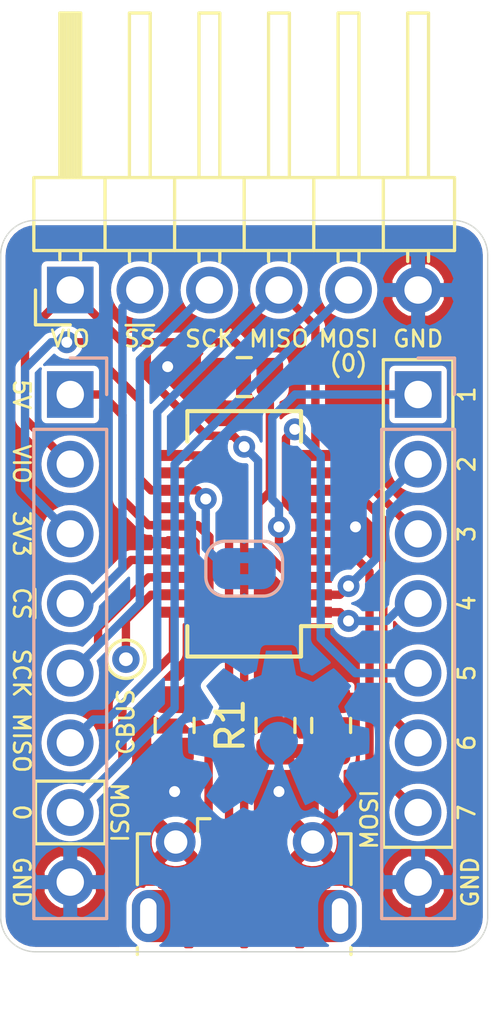
<source format=kicad_pcb>
(kicad_pcb (version 20171130) (host pcbnew "(5.1.4)-1")

  (general
    (thickness 1.6)
    (drawings 42)
    (tracks 153)
    (zones 0)
    (modules 12)
    (nets 22)
  )

  (page A4)
  (title_block
    (title "ft221x breakout")
    (date 2020-05-03)
    (rev 2020-01)
    (company fourside.io)
  )

  (layers
    (0 F.Cu signal)
    (31 B.Cu signal)
    (32 B.Adhes user)
    (33 F.Adhes user)
    (34 B.Paste user)
    (35 F.Paste user)
    (36 B.SilkS user)
    (37 F.SilkS user)
    (38 B.Mask user)
    (39 F.Mask user)
    (40 Dwgs.User user)
    (41 Cmts.User user)
    (42 Eco1.User user)
    (43 Eco2.User user)
    (44 Edge.Cuts user)
    (45 Margin user)
    (46 B.CrtYd user)
    (47 F.CrtYd user)
    (48 B.Fab user)
    (49 F.Fab user)
  )

  (setup
    (last_trace_width 0.3048)
    (user_trace_width 0.1524)
    (user_trace_width 0.2032)
    (user_trace_width 0.3048)
    (user_trace_width 0.508)
    (trace_clearance 0.2)
    (zone_clearance 0.1016)
    (zone_45_only no)
    (trace_min 0.1016)
    (via_size 0.8)
    (via_drill 0.4)
    (via_min_size 0.1016)
    (via_min_drill 0.3)
    (uvia_size 0.3)
    (uvia_drill 0.1)
    (uvias_allowed no)
    (uvia_min_size 0.2)
    (uvia_min_drill 0.1)
    (edge_width 0.05)
    (segment_width 0.2)
    (pcb_text_width 0.3)
    (pcb_text_size 1.5 1.5)
    (mod_edge_width 0.12)
    (mod_text_size 1 1)
    (mod_text_width 0.15)
    (pad_size 1.524 1.524)
    (pad_drill 0.762)
    (pad_to_mask_clearance 0.051)
    (solder_mask_min_width 0.25)
    (aux_axis_origin 0 0)
    (grid_origin 21.336 49.784)
    (visible_elements 7FFFFFFF)
    (pcbplotparams
      (layerselection 0x010fc_ffffffff)
      (usegerberextensions true)
      (usegerberattributes false)
      (usegerberadvancedattributes true)
      (creategerberjobfile false)
      (excludeedgelayer true)
      (linewidth 0.100000)
      (plotframeref false)
      (viasonmask false)
      (mode 1)
      (useauxorigin false)
      (hpglpennumber 1)
      (hpglpenspeed 20)
      (hpglpendiameter 15.000000)
      (psnegative false)
      (psa4output false)
      (plotreference true)
      (plotvalue true)
      (plotinvisibletext false)
      (padsonsilk false)
      (subtractmaskfromsilk true)
      (outputformat 1)
      (mirror false)
      (drillshape 0)
      (scaleselection 1)
      (outputdirectory "gerbers/"))
  )

  (net 0 "")
  (net 1 "Net-(C1-Pad2)")
  (net 2 GND)
  (net 3 VBUS)
  (net 4 /VCCIO)
  (net 5 /USB_D+)
  (net 6 "Net-(J1-Pad4)")
  (net 7 /USB_D-)
  (net 8 /MOSI0)
  (net 9 /MISO)
  (net 10 /~CS)
  (net 11 /SCK)
  (net 12 /3v3OUT)
  (net 13 /MOSI7)
  (net 14 /MOSI6)
  (net 15 /MOSI5)
  (net 16 /MOSI4)
  (net 17 /MOSI3)
  (net 18 /MOSI2)
  (net 19 /MOSI1)
  (net 20 /CBUS)
  (net 21 /~RESET)

  (net_class Default "This is the default net class."
    (clearance 0.2)
    (trace_width 0.25)
    (via_dia 0.8)
    (via_drill 0.4)
    (uvia_dia 0.3)
    (uvia_drill 0.1)
    (add_net /3v3OUT)
    (add_net /CBUS)
    (add_net /MISO)
    (add_net /MOSI0)
    (add_net /MOSI1)
    (add_net /MOSI2)
    (add_net /MOSI3)
    (add_net /MOSI4)
    (add_net /MOSI5)
    (add_net /MOSI6)
    (add_net /MOSI7)
    (add_net /SCK)
    (add_net /USB_D+)
    (add_net /USB_D-)
    (add_net /VCCIO)
    (add_net /~CS)
    (add_net /~RESET)
    (add_net GND)
    (add_net "Net-(C1-Pad2)")
    (add_net "Net-(J1-Pad4)")
    (add_net VBUS)
  )

  (module TestPoint:TestPoint_THTPad_D1.0mm_Drill0.5mm (layer F.Cu) (tedit 5A0F774F) (tstamp 5EB0D88F)
    (at 24.892 41.402)
    (descr "THT pad as test Point, diameter 1.0mm, hole diameter 0.5mm")
    (tags "test point THT pad")
    (path /5EB0EE81)
    (attr virtual)
    (fp_text reference CBUS (at 0 2.286 90) (layer F.SilkS)
      (effects (font (size 0.6 0.6) (thickness 0.1)))
    )
    (fp_text value CBUS (at 0 1.55) (layer F.Fab)
      (effects (font (size 1 1) (thickness 0.15)))
    )
    (fp_circle (center 0 0) (end 0 0.7) (layer F.SilkS) (width 0.12))
    (fp_circle (center 0 0) (end 1 0) (layer F.CrtYd) (width 0.05))
    (fp_text user %R (at 0 -1.45) (layer F.Fab)
      (effects (font (size 1 1) (thickness 0.15)))
    )
    (pad 1 thru_hole circle (at 0 0) (size 1 1) (drill 0.5) (layers *.Cu *.Mask)
      (net 20 /CBUS))
  )

  (module Connector_PinHeader_2.54mm:PinHeader_1x06_P2.54mm_Horizontal (layer F.Cu) (tedit 59FED5CB) (tstamp 5EAF1B01)
    (at 22.86 27.94 90)
    (descr "Through hole angled pin header, 1x06, 2.54mm pitch, 6mm pin length, single row")
    (tags "Through hole angled pin header THT 1x06 2.54mm single row")
    (path /5EB5DCC7)
    (fp_text reference J4 (at 0 6.35 90) (layer F.SilkS) hide
      (effects (font (size 1 1) (thickness 0.15)))
    )
    (fp_text value BREAKOUT_SPI1 (at 4.385 14.97 90) (layer F.Fab)
      (effects (font (size 1 1) (thickness 0.15)))
    )
    (fp_text user %R (at 2.77 6.35) (layer F.Fab)
      (effects (font (size 1 1) (thickness 0.15)))
    )
    (fp_line (start 10.55 -1.8) (end -1.8 -1.8) (layer F.CrtYd) (width 0.05))
    (fp_line (start 10.55 14.5) (end 10.55 -1.8) (layer F.CrtYd) (width 0.05))
    (fp_line (start -1.8 14.5) (end 10.55 14.5) (layer F.CrtYd) (width 0.05))
    (fp_line (start -1.8 -1.8) (end -1.8 14.5) (layer F.CrtYd) (width 0.05))
    (fp_line (start -1.27 -1.27) (end 0 -1.27) (layer F.SilkS) (width 0.12))
    (fp_line (start -1.27 0) (end -1.27 -1.27) (layer F.SilkS) (width 0.12))
    (fp_line (start 1.042929 13.08) (end 1.44 13.08) (layer F.SilkS) (width 0.12))
    (fp_line (start 1.042929 12.32) (end 1.44 12.32) (layer F.SilkS) (width 0.12))
    (fp_line (start 10.1 13.08) (end 4.1 13.08) (layer F.SilkS) (width 0.12))
    (fp_line (start 10.1 12.32) (end 10.1 13.08) (layer F.SilkS) (width 0.12))
    (fp_line (start 4.1 12.32) (end 10.1 12.32) (layer F.SilkS) (width 0.12))
    (fp_line (start 1.44 11.43) (end 4.1 11.43) (layer F.SilkS) (width 0.12))
    (fp_line (start 1.042929 10.54) (end 1.44 10.54) (layer F.SilkS) (width 0.12))
    (fp_line (start 1.042929 9.78) (end 1.44 9.78) (layer F.SilkS) (width 0.12))
    (fp_line (start 10.1 10.54) (end 4.1 10.54) (layer F.SilkS) (width 0.12))
    (fp_line (start 10.1 9.78) (end 10.1 10.54) (layer F.SilkS) (width 0.12))
    (fp_line (start 4.1 9.78) (end 10.1 9.78) (layer F.SilkS) (width 0.12))
    (fp_line (start 1.44 8.89) (end 4.1 8.89) (layer F.SilkS) (width 0.12))
    (fp_line (start 1.042929 8) (end 1.44 8) (layer F.SilkS) (width 0.12))
    (fp_line (start 1.042929 7.24) (end 1.44 7.24) (layer F.SilkS) (width 0.12))
    (fp_line (start 10.1 8) (end 4.1 8) (layer F.SilkS) (width 0.12))
    (fp_line (start 10.1 7.24) (end 10.1 8) (layer F.SilkS) (width 0.12))
    (fp_line (start 4.1 7.24) (end 10.1 7.24) (layer F.SilkS) (width 0.12))
    (fp_line (start 1.44 6.35) (end 4.1 6.35) (layer F.SilkS) (width 0.12))
    (fp_line (start 1.042929 5.46) (end 1.44 5.46) (layer F.SilkS) (width 0.12))
    (fp_line (start 1.042929 4.7) (end 1.44 4.7) (layer F.SilkS) (width 0.12))
    (fp_line (start 10.1 5.46) (end 4.1 5.46) (layer F.SilkS) (width 0.12))
    (fp_line (start 10.1 4.7) (end 10.1 5.46) (layer F.SilkS) (width 0.12))
    (fp_line (start 4.1 4.7) (end 10.1 4.7) (layer F.SilkS) (width 0.12))
    (fp_line (start 1.44 3.81) (end 4.1 3.81) (layer F.SilkS) (width 0.12))
    (fp_line (start 1.042929 2.92) (end 1.44 2.92) (layer F.SilkS) (width 0.12))
    (fp_line (start 1.042929 2.16) (end 1.44 2.16) (layer F.SilkS) (width 0.12))
    (fp_line (start 10.1 2.92) (end 4.1 2.92) (layer F.SilkS) (width 0.12))
    (fp_line (start 10.1 2.16) (end 10.1 2.92) (layer F.SilkS) (width 0.12))
    (fp_line (start 4.1 2.16) (end 10.1 2.16) (layer F.SilkS) (width 0.12))
    (fp_line (start 1.44 1.27) (end 4.1 1.27) (layer F.SilkS) (width 0.12))
    (fp_line (start 1.11 0.38) (end 1.44 0.38) (layer F.SilkS) (width 0.12))
    (fp_line (start 1.11 -0.38) (end 1.44 -0.38) (layer F.SilkS) (width 0.12))
    (fp_line (start 4.1 0.28) (end 10.1 0.28) (layer F.SilkS) (width 0.12))
    (fp_line (start 4.1 0.16) (end 10.1 0.16) (layer F.SilkS) (width 0.12))
    (fp_line (start 4.1 0.04) (end 10.1 0.04) (layer F.SilkS) (width 0.12))
    (fp_line (start 4.1 -0.08) (end 10.1 -0.08) (layer F.SilkS) (width 0.12))
    (fp_line (start 4.1 -0.2) (end 10.1 -0.2) (layer F.SilkS) (width 0.12))
    (fp_line (start 4.1 -0.32) (end 10.1 -0.32) (layer F.SilkS) (width 0.12))
    (fp_line (start 10.1 0.38) (end 4.1 0.38) (layer F.SilkS) (width 0.12))
    (fp_line (start 10.1 -0.38) (end 10.1 0.38) (layer F.SilkS) (width 0.12))
    (fp_line (start 4.1 -0.38) (end 10.1 -0.38) (layer F.SilkS) (width 0.12))
    (fp_line (start 4.1 -1.33) (end 1.44 -1.33) (layer F.SilkS) (width 0.12))
    (fp_line (start 4.1 14.03) (end 4.1 -1.33) (layer F.SilkS) (width 0.12))
    (fp_line (start 1.44 14.03) (end 4.1 14.03) (layer F.SilkS) (width 0.12))
    (fp_line (start 1.44 -1.33) (end 1.44 14.03) (layer F.SilkS) (width 0.12))
    (fp_line (start 4.04 13.02) (end 10.04 13.02) (layer F.Fab) (width 0.1))
    (fp_line (start 10.04 12.38) (end 10.04 13.02) (layer F.Fab) (width 0.1))
    (fp_line (start 4.04 12.38) (end 10.04 12.38) (layer F.Fab) (width 0.1))
    (fp_line (start -0.32 13.02) (end 1.5 13.02) (layer F.Fab) (width 0.1))
    (fp_line (start -0.32 12.38) (end -0.32 13.02) (layer F.Fab) (width 0.1))
    (fp_line (start -0.32 12.38) (end 1.5 12.38) (layer F.Fab) (width 0.1))
    (fp_line (start 4.04 10.48) (end 10.04 10.48) (layer F.Fab) (width 0.1))
    (fp_line (start 10.04 9.84) (end 10.04 10.48) (layer F.Fab) (width 0.1))
    (fp_line (start 4.04 9.84) (end 10.04 9.84) (layer F.Fab) (width 0.1))
    (fp_line (start -0.32 10.48) (end 1.5 10.48) (layer F.Fab) (width 0.1))
    (fp_line (start -0.32 9.84) (end -0.32 10.48) (layer F.Fab) (width 0.1))
    (fp_line (start -0.32 9.84) (end 1.5 9.84) (layer F.Fab) (width 0.1))
    (fp_line (start 4.04 7.94) (end 10.04 7.94) (layer F.Fab) (width 0.1))
    (fp_line (start 10.04 7.3) (end 10.04 7.94) (layer F.Fab) (width 0.1))
    (fp_line (start 4.04 7.3) (end 10.04 7.3) (layer F.Fab) (width 0.1))
    (fp_line (start -0.32 7.94) (end 1.5 7.94) (layer F.Fab) (width 0.1))
    (fp_line (start -0.32 7.3) (end -0.32 7.94) (layer F.Fab) (width 0.1))
    (fp_line (start -0.32 7.3) (end 1.5 7.3) (layer F.Fab) (width 0.1))
    (fp_line (start 4.04 5.4) (end 10.04 5.4) (layer F.Fab) (width 0.1))
    (fp_line (start 10.04 4.76) (end 10.04 5.4) (layer F.Fab) (width 0.1))
    (fp_line (start 4.04 4.76) (end 10.04 4.76) (layer F.Fab) (width 0.1))
    (fp_line (start -0.32 5.4) (end 1.5 5.4) (layer F.Fab) (width 0.1))
    (fp_line (start -0.32 4.76) (end -0.32 5.4) (layer F.Fab) (width 0.1))
    (fp_line (start -0.32 4.76) (end 1.5 4.76) (layer F.Fab) (width 0.1))
    (fp_line (start 4.04 2.86) (end 10.04 2.86) (layer F.Fab) (width 0.1))
    (fp_line (start 10.04 2.22) (end 10.04 2.86) (layer F.Fab) (width 0.1))
    (fp_line (start 4.04 2.22) (end 10.04 2.22) (layer F.Fab) (width 0.1))
    (fp_line (start -0.32 2.86) (end 1.5 2.86) (layer F.Fab) (width 0.1))
    (fp_line (start -0.32 2.22) (end -0.32 2.86) (layer F.Fab) (width 0.1))
    (fp_line (start -0.32 2.22) (end 1.5 2.22) (layer F.Fab) (width 0.1))
    (fp_line (start 4.04 0.32) (end 10.04 0.32) (layer F.Fab) (width 0.1))
    (fp_line (start 10.04 -0.32) (end 10.04 0.32) (layer F.Fab) (width 0.1))
    (fp_line (start 4.04 -0.32) (end 10.04 -0.32) (layer F.Fab) (width 0.1))
    (fp_line (start -0.32 0.32) (end 1.5 0.32) (layer F.Fab) (width 0.1))
    (fp_line (start -0.32 -0.32) (end -0.32 0.32) (layer F.Fab) (width 0.1))
    (fp_line (start -0.32 -0.32) (end 1.5 -0.32) (layer F.Fab) (width 0.1))
    (fp_line (start 1.5 -0.635) (end 2.135 -1.27) (layer F.Fab) (width 0.1))
    (fp_line (start 1.5 13.97) (end 1.5 -0.635) (layer F.Fab) (width 0.1))
    (fp_line (start 4.04 13.97) (end 1.5 13.97) (layer F.Fab) (width 0.1))
    (fp_line (start 4.04 -1.27) (end 4.04 13.97) (layer F.Fab) (width 0.1))
    (fp_line (start 2.135 -1.27) (end 4.04 -1.27) (layer F.Fab) (width 0.1))
    (pad 6 thru_hole oval (at 0 12.7 90) (size 1.7 1.7) (drill 1) (layers *.Cu *.Mask)
      (net 2 GND))
    (pad 5 thru_hole oval (at 0 10.16 90) (size 1.7 1.7) (drill 1) (layers *.Cu *.Mask)
      (net 8 /MOSI0))
    (pad 4 thru_hole oval (at 0 7.62 90) (size 1.7 1.7) (drill 1) (layers *.Cu *.Mask)
      (net 9 /MISO))
    (pad 3 thru_hole oval (at 0 5.08 90) (size 1.7 1.7) (drill 1) (layers *.Cu *.Mask)
      (net 11 /SCK))
    (pad 2 thru_hole oval (at 0 2.54 90) (size 1.7 1.7) (drill 1) (layers *.Cu *.Mask)
      (net 10 /~CS))
    (pad 1 thru_hole rect (at 0 0 90) (size 1.7 1.7) (drill 1) (layers *.Cu *.Mask)
      (net 4 /VCCIO))
    (model ${KISYS3DMOD}/Connector_PinHeader_2.54mm.3dshapes/PinHeader_1x06_P2.54mm_Horizontal.wrl
      (at (xyz 0 0 0))
      (scale (xyz 1 1 1))
      (rotate (xyz 0 0 0))
    )
  )

  (module Symbol:OSHW-Symbol_6.7x6mm_Copper (layer B.Cu) (tedit 0) (tstamp 5EB0D0EC)
    (at 30.48 44.069 180)
    (descr "Open Source Hardware Symbol")
    (tags "Logo Symbol OSHW")
    (attr virtual)
    (fp_text reference REF** (at 0 0) (layer F.SilkS) hide
      (effects (font (size 1 1) (thickness 0.15)))
    )
    (fp_text value OSHW-Symbol_6.7x6mm_Copper (at 0.75 0) (layer B.Fab) hide
      (effects (font (size 1 1) (thickness 0.15)) (justify mirror))
    )
    (fp_poly (pts (xy 0.555814 2.531069) (xy 0.639635 2.086445) (xy 0.94892 1.958947) (xy 1.258206 1.831449)
      (xy 1.629246 2.083754) (xy 1.733157 2.154004) (xy 1.827087 2.216728) (xy 1.906652 2.269062)
      (xy 1.96747 2.308143) (xy 2.005157 2.331107) (xy 2.015421 2.336058) (xy 2.03391 2.323324)
      (xy 2.07342 2.288118) (xy 2.129522 2.234938) (xy 2.197787 2.168282) (xy 2.273786 2.092646)
      (xy 2.353092 2.012528) (xy 2.431275 1.932426) (xy 2.503907 1.856836) (xy 2.566559 1.790255)
      (xy 2.614803 1.737182) (xy 2.64421 1.702113) (xy 2.651241 1.690377) (xy 2.641123 1.66874)
      (xy 2.612759 1.621338) (xy 2.569129 1.552807) (xy 2.513218 1.467785) (xy 2.448006 1.370907)
      (xy 2.410219 1.31565) (xy 2.341343 1.214752) (xy 2.28014 1.123701) (xy 2.229578 1.04703)
      (xy 2.192628 0.989272) (xy 2.172258 0.954957) (xy 2.169197 0.947746) (xy 2.176136 0.927252)
      (xy 2.195051 0.879487) (xy 2.223087 0.811168) (xy 2.257391 0.729011) (xy 2.295109 0.63973)
      (xy 2.333387 0.550042) (xy 2.36937 0.466662) (xy 2.400206 0.396306) (xy 2.423039 0.34569)
      (xy 2.435017 0.321529) (xy 2.435724 0.320578) (xy 2.454531 0.315964) (xy 2.504618 0.305672)
      (xy 2.580793 0.290713) (xy 2.677865 0.272099) (xy 2.790643 0.250841) (xy 2.856442 0.238582)
      (xy 2.97695 0.215638) (xy 3.085797 0.193805) (xy 3.177476 0.174278) (xy 3.246481 0.158252)
      (xy 3.287304 0.146921) (xy 3.295511 0.143326) (xy 3.303548 0.118994) (xy 3.310033 0.064041)
      (xy 3.31497 -0.015108) (xy 3.318364 -0.112026) (xy 3.320218 -0.220287) (xy 3.320538 -0.333465)
      (xy 3.319327 -0.445135) (xy 3.31659 -0.548868) (xy 3.312331 -0.638241) (xy 3.306555 -0.706826)
      (xy 3.299267 -0.748197) (xy 3.294895 -0.75681) (xy 3.268764 -0.767133) (xy 3.213393 -0.781892)
      (xy 3.136107 -0.799352) (xy 3.04423 -0.81778) (xy 3.012158 -0.823741) (xy 2.857524 -0.852066)
      (xy 2.735375 -0.874876) (xy 2.641673 -0.89308) (xy 2.572384 -0.907583) (xy 2.523471 -0.919292)
      (xy 2.490897 -0.929115) (xy 2.470628 -0.937956) (xy 2.458626 -0.946724) (xy 2.456947 -0.948457)
      (xy 2.440184 -0.976371) (xy 2.414614 -1.030695) (xy 2.382788 -1.104777) (xy 2.34726 -1.191965)
      (xy 2.310583 -1.285608) (xy 2.275311 -1.379052) (xy 2.243996 -1.465647) (xy 2.219193 -1.53874)
      (xy 2.203454 -1.591678) (xy 2.199332 -1.617811) (xy 2.199676 -1.618726) (xy 2.213641 -1.640086)
      (xy 2.245322 -1.687084) (xy 2.291391 -1.754827) (xy 2.348518 -1.838423) (xy 2.413373 -1.932982)
      (xy 2.431843 -1.959854) (xy 2.497699 -2.057275) (xy 2.55565 -2.146163) (xy 2.602538 -2.221412)
      (xy 2.635207 -2.27792) (xy 2.6505 -2.310581) (xy 2.651241 -2.314593) (xy 2.638392 -2.335684)
      (xy 2.602888 -2.377464) (xy 2.549293 -2.435445) (xy 2.482171 -2.505135) (xy 2.406087 -2.582045)
      (xy 2.325604 -2.661683) (xy 2.245287 -2.739561) (xy 2.169699 -2.811186) (xy 2.103405 -2.87207)
      (xy 2.050969 -2.917721) (xy 2.016955 -2.94365) (xy 2.007545 -2.947883) (xy 1.985643 -2.937912)
      (xy 1.9408 -2.91102) (xy 1.880321 -2.871736) (xy 1.833789 -2.840117) (xy 1.749475 -2.782098)
      (xy 1.649626 -2.713784) (xy 1.549473 -2.645579) (xy 1.495627 -2.609075) (xy 1.313371 -2.4858)
      (xy 1.160381 -2.56852) (xy 1.090682 -2.604759) (xy 1.031414 -2.632926) (xy 0.991311 -2.648991)
      (xy 0.981103 -2.651226) (xy 0.968829 -2.634722) (xy 0.944613 -2.588082) (xy 0.910263 -2.515609)
      (xy 0.867588 -2.421606) (xy 0.818394 -2.310374) (xy 0.76449 -2.186215) (xy 0.707684 -2.053432)
      (xy 0.649782 -1.916327) (xy 0.592593 -1.779202) (xy 0.537924 -1.646358) (xy 0.487584 -1.522098)
      (xy 0.44338 -1.410725) (xy 0.407119 -1.316539) (xy 0.380609 -1.243844) (xy 0.365658 -1.196941)
      (xy 0.363254 -1.180833) (xy 0.382311 -1.160286) (xy 0.424036 -1.126933) (xy 0.479706 -1.087702)
      (xy 0.484378 -1.084599) (xy 0.628264 -0.969423) (xy 0.744283 -0.835053) (xy 0.83143 -0.685784)
      (xy 0.888699 -0.525913) (xy 0.915086 -0.359737) (xy 0.909585 -0.191552) (xy 0.87119 -0.025655)
      (xy 0.798895 0.133658) (xy 0.777626 0.168513) (xy 0.666996 0.309263) (xy 0.536302 0.422286)
      (xy 0.390064 0.506997) (xy 0.232808 0.562806) (xy 0.069057 0.589126) (xy -0.096667 0.58537)
      (xy -0.259838 0.55095) (xy -0.415935 0.485277) (xy -0.560433 0.387765) (xy -0.605131 0.348187)
      (xy -0.718888 0.224297) (xy -0.801782 0.093876) (xy -0.858644 -0.052315) (xy -0.890313 -0.197088)
      (xy -0.898131 -0.35986) (xy -0.872062 -0.52344) (xy -0.814755 -0.682298) (xy -0.728856 -0.830906)
      (xy -0.617014 -0.963735) (xy -0.481877 -1.075256) (xy -0.464117 -1.087011) (xy -0.40785 -1.125508)
      (xy -0.365077 -1.158863) (xy -0.344628 -1.18016) (xy -0.344331 -1.180833) (xy -0.348721 -1.203871)
      (xy -0.366124 -1.256157) (xy -0.394732 -1.33339) (xy -0.432735 -1.431268) (xy -0.478326 -1.545491)
      (xy -0.529697 -1.671758) (xy -0.585038 -1.805767) (xy -0.642542 -1.943218) (xy -0.700399 -2.079808)
      (xy -0.756802 -2.211237) (xy -0.809942 -2.333205) (xy -0.85801 -2.441409) (xy -0.899199 -2.531549)
      (xy -0.931699 -2.599323) (xy -0.953703 -2.64043) (xy -0.962564 -2.651226) (xy -0.98964 -2.642819)
      (xy -1.040303 -2.620272) (xy -1.105817 -2.587613) (xy -1.141841 -2.56852) (xy -1.294832 -2.4858)
      (xy -1.477088 -2.609075) (xy -1.570125 -2.672228) (xy -1.671985 -2.741727) (xy -1.767438 -2.807165)
      (xy -1.81525 -2.840117) (xy -1.882495 -2.885273) (xy -1.939436 -2.921057) (xy -1.978646 -2.942938)
      (xy -1.991381 -2.947563) (xy -2.009917 -2.935085) (xy -2.050941 -2.900252) (xy -2.110475 -2.846678)
      (xy -2.184542 -2.777983) (xy -2.269165 -2.697781) (xy -2.322685 -2.646286) (xy -2.416319 -2.554286)
      (xy -2.497241 -2.471999) (xy -2.562177 -2.402945) (xy -2.607858 -2.350644) (xy -2.631011 -2.318616)
      (xy -2.633232 -2.312116) (xy -2.622924 -2.287394) (xy -2.594439 -2.237405) (xy -2.550937 -2.167212)
      (xy -2.495577 -2.081875) (xy -2.43152 -1.986456) (xy -2.413303 -1.959854) (xy -2.346927 -1.863167)
      (xy -2.287378 -1.776117) (xy -2.237984 -1.703595) (xy -2.202075 -1.650493) (xy -2.182981 -1.621703)
      (xy -2.181136 -1.618726) (xy -2.183895 -1.595782) (xy -2.198538 -1.545336) (xy -2.222513 -1.474041)
      (xy -2.253266 -1.388547) (xy -2.288244 -1.295507) (xy -2.324893 -1.201574) (xy -2.360661 -1.113399)
      (xy -2.392994 -1.037634) (xy -2.419338 -0.980931) (xy -2.437142 -0.949943) (xy -2.438407 -0.948457)
      (xy -2.449294 -0.939601) (xy -2.467682 -0.930843) (xy -2.497606 -0.921277) (xy -2.543103 -0.909996)
      (xy -2.608209 -0.896093) (xy -2.696961 -0.878663) (xy -2.813393 -0.856798) (xy -2.961542 -0.829591)
      (xy -2.993618 -0.823741) (xy -3.088686 -0.805374) (xy -3.171565 -0.787405) (xy -3.23493 -0.771569)
      (xy -3.271458 -0.7596) (xy -3.276356 -0.75681) (xy -3.284427 -0.732072) (xy -3.290987 -0.67679)
      (xy -3.296033 -0.597389) (xy -3.299559 -0.500296) (xy -3.301561 -0.391938) (xy -3.302036 -0.27874)
      (xy -3.300977 -0.167128) (xy -3.298382 -0.063529) (xy -3.294246 0.025632) (xy -3.288563 0.093928)
      (xy -3.281331 0.134934) (xy -3.276971 0.143326) (xy -3.252698 0.151792) (xy -3.197426 0.165565)
      (xy -3.116662 0.18345) (xy -3.015912 0.204252) (xy -2.900683 0.226777) (xy -2.837902 0.238582)
      (xy -2.718787 0.260849) (xy -2.612565 0.281021) (xy -2.524427 0.298085) (xy -2.459566 0.311031)
      (xy -2.423174 0.318845) (xy -2.417184 0.320578) (xy -2.407061 0.34011) (xy -2.385662 0.387157)
      (xy -2.355839 0.454997) (xy -2.320445 0.536909) (xy -2.282332 0.626172) (xy -2.244353 0.716065)
      (xy -2.20936 0.799865) (xy -2.180206 0.870853) (xy -2.159743 0.922306) (xy -2.150823 0.947503)
      (xy -2.150657 0.948604) (xy -2.160769 0.968481) (xy -2.189117 1.014223) (xy -2.232723 1.081283)
      (xy -2.288606 1.165116) (xy -2.353787 1.261174) (xy -2.391679 1.31635) (xy -2.460725 1.417519)
      (xy -2.52205 1.50937) (xy -2.572663 1.587256) (xy -2.609571 1.646531) (xy -2.629782 1.682549)
      (xy -2.632701 1.690623) (xy -2.620153 1.709416) (xy -2.585463 1.749543) (xy -2.533063 1.806507)
      (xy -2.467384 1.875815) (xy -2.392856 1.952969) (xy -2.313913 2.033475) (xy -2.234983 2.112837)
      (xy -2.1605 2.18656) (xy -2.094894 2.250148) (xy -2.042596 2.299106) (xy -2.008039 2.328939)
      (xy -1.996478 2.336058) (xy -1.977654 2.326047) (xy -1.932631 2.297922) (xy -1.865787 2.254546)
      (xy -1.781499 2.198782) (xy -1.684144 2.133494) (xy -1.610707 2.083754) (xy -1.239667 1.831449)
      (xy -0.621095 2.086445) (xy -0.537275 2.531069) (xy -0.453454 2.975693) (xy 0.471994 2.975693)
      (xy 0.555814 2.531069)) (layer B.Cu) (width 0.01))
  )

  (module Resistor_SMD:R_0805_2012Metric (layer F.Cu) (tedit 5B36C52B) (tstamp 5EB0CAE9)
    (at 30.353 43.815 90)
    (descr "Resistor SMD 0805 (2012 Metric), square (rectangular) end terminal, IPC_7351 nominal, (Body size source: https://docs.google.com/spreadsheets/d/1BsfQQcO9C6DZCsRaXUlFlo91Tg2WpOkGARC1WS5S8t0/edit?usp=sharing), generated with kicad-footprint-generator")
    (tags resistor)
    (path /5EB0F307)
    (attr smd)
    (fp_text reference R1 (at 0 -1.65 90) (layer F.SilkS)
      (effects (font (size 1 1) (thickness 0.15)))
    )
    (fp_text value 100k (at 0 1.65 90) (layer F.Fab)
      (effects (font (size 1 1) (thickness 0.15)))
    )
    (fp_text user %R (at 0 0 90) (layer F.Fab)
      (effects (font (size 0.5 0.5) (thickness 0.08)))
    )
    (fp_line (start 1.68 0.95) (end -1.68 0.95) (layer F.CrtYd) (width 0.05))
    (fp_line (start 1.68 -0.95) (end 1.68 0.95) (layer F.CrtYd) (width 0.05))
    (fp_line (start -1.68 -0.95) (end 1.68 -0.95) (layer F.CrtYd) (width 0.05))
    (fp_line (start -1.68 0.95) (end -1.68 -0.95) (layer F.CrtYd) (width 0.05))
    (fp_line (start -0.258578 0.71) (end 0.258578 0.71) (layer F.SilkS) (width 0.12))
    (fp_line (start -0.258578 -0.71) (end 0.258578 -0.71) (layer F.SilkS) (width 0.12))
    (fp_line (start 1 0.6) (end -1 0.6) (layer F.Fab) (width 0.1))
    (fp_line (start 1 -0.6) (end 1 0.6) (layer F.Fab) (width 0.1))
    (fp_line (start -1 -0.6) (end 1 -0.6) (layer F.Fab) (width 0.1))
    (fp_line (start -1 0.6) (end -1 -0.6) (layer F.Fab) (width 0.1))
    (pad 2 smd roundrect (at 0.9375 0 90) (size 0.975 1.4) (layers F.Cu F.Paste F.Mask) (roundrect_rratio 0.25)
      (net 2 GND))
    (pad 1 smd roundrect (at -0.9375 0 90) (size 0.975 1.4) (layers F.Cu F.Paste F.Mask) (roundrect_rratio 0.25)
      (net 1 "Net-(C1-Pad2)"))
    (model ${KISYS3DMOD}/Resistor_SMD.3dshapes/R_0805_2012Metric.wrl
      (at (xyz 0 0 0))
      (scale (xyz 1 1 1))
      (rotate (xyz 0 0 0))
    )
  )

  (module Package_SO:SSOP-20_3.9x8.7mm_P0.635mm (layer F.Cu) (tedit 5A4A2523) (tstamp 5EAF255B)
    (at 29.21 36.83 180)
    (descr "SSOP20: plastic shrink small outline package; 24 leads; body width 3.9 mm; lead pitch 0.635; (see http://www.ftdichip.com/Support/Documents/DataSheets/ICs/DS_FT231X.pdf)")
    (tags "SSOP 0.635")
    (path /5EAF1863)
    (attr smd)
    (fp_text reference U1 (at 0 0) (layer F.SilkS) hide
      (effects (font (size 1 1) (thickness 0.15)))
    )
    (fp_text value FT221XS (at 0 5.4) (layer F.Fab)
      (effects (font (size 1 1) (thickness 0.15)))
    )
    (fp_text user %R (at 0 0) (layer F.Fab)
      (effects (font (size 0.8 0.8) (thickness 0.15)))
    )
    (fp_line (start -2.075 -3.365) (end -3.2 -3.365) (layer F.SilkS) (width 0.15))
    (fp_line (start -2.075 4.475) (end 2.075 4.475) (layer F.SilkS) (width 0.15))
    (fp_line (start -2.075 -4.475) (end 2.075 -4.475) (layer F.SilkS) (width 0.15))
    (fp_line (start -2.075 4.475) (end -2.075 3.365) (layer F.SilkS) (width 0.15))
    (fp_line (start 2.075 4.475) (end 2.075 3.365) (layer F.SilkS) (width 0.15))
    (fp_line (start 2.075 -4.475) (end 2.075 -3.365) (layer F.SilkS) (width 0.15))
    (fp_line (start -2.075 -3.365) (end -2.075 -4.475) (layer F.SilkS) (width 0.15))
    (fp_line (start -3.45 4.65) (end 3.45 4.65) (layer F.CrtYd) (width 0.05))
    (fp_line (start -3.45 -4.65) (end 3.45 -4.65) (layer F.CrtYd) (width 0.05))
    (fp_line (start 3.45 -4.65) (end 3.45 4.65) (layer F.CrtYd) (width 0.05))
    (fp_line (start -3.45 -4.65) (end -3.45 4.65) (layer F.CrtYd) (width 0.05))
    (fp_line (start -1.95 -3.35) (end -0.95 -4.35) (layer F.Fab) (width 0.15))
    (fp_line (start -1.95 4.35) (end -1.95 -3.35) (layer F.Fab) (width 0.15))
    (fp_line (start 1.95 4.35) (end -1.95 4.35) (layer F.Fab) (width 0.15))
    (fp_line (start 1.95 -4.35) (end 1.95 4.35) (layer F.Fab) (width 0.15))
    (fp_line (start -0.95 -4.35) (end 1.95 -4.35) (layer F.Fab) (width 0.15))
    (pad 20 smd rect (at 2.6 -2.8575 180) (size 1.2 0.4) (layers F.Cu F.Paste F.Mask)
      (net 8 /MOSI0))
    (pad 19 smd rect (at 2.6 -2.2225 180) (size 1.2 0.4) (layers F.Cu F.Paste F.Mask)
      (net 20 /CBUS))
    (pad 18 smd rect (at 2.6 -1.5875 180) (size 1.2 0.4) (layers F.Cu F.Paste F.Mask)
      (net 11 /SCK))
    (pad 17 smd rect (at 2.6 -0.9525 180) (size 1.2 0.4) (layers F.Cu F.Paste F.Mask)
      (net 10 /~CS))
    (pad 16 smd rect (at 2.6 -0.3175 180) (size 1.2 0.4) (layers F.Cu F.Paste F.Mask)
      (net 2 GND))
    (pad 15 smd rect (at 2.6 0.3175 180) (size 1.2 0.4) (layers F.Cu F.Paste F.Mask)
      (net 3 VBUS))
    (pad 14 smd rect (at 2.6 0.9525 180) (size 1.2 0.4) (layers F.Cu F.Paste F.Mask)
      (net 21 /~RESET))
    (pad 13 smd rect (at 2.6 1.5875 180) (size 1.2 0.4) (layers F.Cu F.Paste F.Mask)
      (net 12 /3v3OUT))
    (pad 12 smd rect (at 2.6 2.2225 180) (size 1.2 0.4) (layers F.Cu F.Paste F.Mask)
      (net 7 /USB_D-))
    (pad 11 smd rect (at 2.6 2.8575 180) (size 1.2 0.4) (layers F.Cu F.Paste F.Mask)
      (net 5 /USB_D+))
    (pad 10 smd rect (at -2.6 2.8575 180) (size 1.2 0.4) (layers F.Cu F.Paste F.Mask)
      (net 9 /MISO))
    (pad 9 smd rect (at -2.6 2.2225 180) (size 1.2 0.4) (layers F.Cu F.Paste F.Mask)
      (net 17 /MOSI3))
    (pad 8 smd rect (at -2.6 1.5875 180) (size 1.2 0.4) (layers F.Cu F.Paste F.Mask)
      (net 14 /MOSI6))
    (pad 7 smd rect (at -2.6 0.9525 180) (size 1.2 0.4) (layers F.Cu F.Paste F.Mask)
      (net 15 /MOSI5))
    (pad 6 smd rect (at -2.6 0.3175 180) (size 1.2 0.4) (layers F.Cu F.Paste F.Mask)
      (net 2 GND))
    (pad 5 smd rect (at -2.6 -0.3175 180) (size 1.2 0.4) (layers F.Cu F.Paste F.Mask)
      (net 13 /MOSI7))
    (pad 4 smd rect (at -2.6 -0.9525 180) (size 1.2 0.4) (layers F.Cu F.Paste F.Mask)
      (net 19 /MOSI1))
    (pad 3 smd rect (at -2.6 -1.5875 180) (size 1.2 0.4) (layers F.Cu F.Paste F.Mask)
      (net 4 /VCCIO))
    (pad 2 smd rect (at -2.6 -2.2225 180) (size 1.2 0.4) (layers F.Cu F.Paste F.Mask)
      (net 18 /MOSI2))
    (pad 1 smd rect (at -2.6 -2.8575 180) (size 1.2 0.4) (layers F.Cu F.Paste F.Mask)
      (net 16 /MOSI4))
    (model ${KISYS3DMOD}/Package_SO.3dshapes/SSOP-20_3.9x8.7mm_P0.635mm.wrl
      (at (xyz 0 0 0))
      (scale (xyz 1 1 1))
      (rotate (xyz 0 0 0))
    )
  )

  (module Jumper:SolderJumper-2_P1.3mm_Bridged2Bar_RoundedPad1.0x1.5mm (layer B.Cu) (tedit 5C74525F) (tstamp 5EAF1B15)
    (at 29.21 38.1)
    (descr "SMD Solder Jumper, 1x1.5mm, rounded Pads, 0.3mm gap, bridged with 2 copper strips")
    (tags "solder jumper open")
    (path /5EB354F3)
    (attr virtual)
    (fp_text reference JP1 (at 0 0) (layer B.SilkS) hide
      (effects (font (size 1 1) (thickness 0.15)) (justify mirror))
    )
    (fp_text value USE_3v3OUT (at 0 -1.9) (layer B.Fab)
      (effects (font (size 1 1) (thickness 0.15)) (justify mirror))
    )
    (fp_poly (pts (xy -0.25 0.6) (xy 0.25 0.6) (xy 0.25 0.2) (xy -0.25 0.2)) (layer B.Cu) (width 0))
    (fp_poly (pts (xy -0.25 -0.2) (xy 0.25 -0.2) (xy 0.25 -0.6) (xy -0.25 -0.6)) (layer B.Cu) (width 0))
    (fp_line (start 1.65 -1.25) (end -1.65 -1.25) (layer B.CrtYd) (width 0.05))
    (fp_line (start 1.65 -1.25) (end 1.65 1.25) (layer B.CrtYd) (width 0.05))
    (fp_line (start -1.65 1.25) (end -1.65 -1.25) (layer B.CrtYd) (width 0.05))
    (fp_line (start -1.65 1.25) (end 1.65 1.25) (layer B.CrtYd) (width 0.05))
    (fp_line (start -0.7 1) (end 0.7 1) (layer B.SilkS) (width 0.12))
    (fp_line (start 1.4 0.3) (end 1.4 -0.3) (layer B.SilkS) (width 0.12))
    (fp_line (start 0.7 -1) (end -0.7 -1) (layer B.SilkS) (width 0.12))
    (fp_line (start -1.4 -0.3) (end -1.4 0.3) (layer B.SilkS) (width 0.12))
    (fp_arc (start -0.7 0.3) (end -0.7 1) (angle 90) (layer B.SilkS) (width 0.12))
    (fp_arc (start -0.7 -0.3) (end -1.4 -0.3) (angle 90) (layer B.SilkS) (width 0.12))
    (fp_arc (start 0.7 -0.3) (end 0.7 -1) (angle 90) (layer B.SilkS) (width 0.12))
    (fp_arc (start 0.7 0.3) (end 1.4 0.3) (angle 90) (layer B.SilkS) (width 0.12))
    (pad 1 smd custom (at -0.65 0) (size 1 0.5) (layers B.Cu B.Mask)
      (net 12 /3v3OUT) (zone_connect 2)
      (options (clearance outline) (anchor rect))
      (primitives
        (gr_circle (center 0 -0.25) (end 0.5 -0.25) (width 0))
        (gr_circle (center 0 0.25) (end 0.5 0.25) (width 0))
        (gr_poly (pts
           (xy 0.5 -0.75) (xy 0.5 0.75) (xy 0 0.75) (xy 0 -0.75)) (width 0))
      ))
    (pad 2 smd custom (at 0.65 0) (size 1 0.5) (layers B.Cu B.Mask)
      (net 4 /VCCIO) (zone_connect 2)
      (options (clearance outline) (anchor rect))
      (primitives
        (gr_circle (center 0 -0.25) (end 0.5 -0.25) (width 0))
        (gr_circle (center 0 0.25) (end 0.5 0.25) (width 0))
        (gr_poly (pts
           (xy -0.5 -0.75) (xy -0.5 0.75) (xy 0 0.75) (xy 0 -0.75)) (width 0))
      ))
  )

  (module Connector_PinHeader_2.54mm:PinHeader_1x08_P2.54mm_Vertical (layer B.Cu) (tedit 59FED5CC) (tstamp 5EAF6D98)
    (at 35.56 31.75 180)
    (descr "Through hole straight pin header, 1x08, 2.54mm pitch, single row")
    (tags "Through hole pin header THT 1x08 2.54mm single row")
    (path /5EB28262)
    (fp_text reference J3 (at 0 2.33) (layer B.SilkS) hide
      (effects (font (size 1 1) (thickness 0.15)) (justify mirror))
    )
    (fp_text value BREADBOARD_B (at 0 -20.11) (layer B.Fab) hide
      (effects (font (size 1 1) (thickness 0.15)) (justify mirror))
    )
    (fp_text user %R (at 0 -8.89 270) (layer B.Fab)
      (effects (font (size 1 1) (thickness 0.15)) (justify mirror))
    )
    (fp_line (start 1.8 1.8) (end -1.8 1.8) (layer B.CrtYd) (width 0.05))
    (fp_line (start 1.8 -19.55) (end 1.8 1.8) (layer B.CrtYd) (width 0.05))
    (fp_line (start -1.8 -19.55) (end 1.8 -19.55) (layer B.CrtYd) (width 0.05))
    (fp_line (start -1.8 1.8) (end -1.8 -19.55) (layer B.CrtYd) (width 0.05))
    (fp_line (start -1.33 1.33) (end 0 1.33) (layer B.SilkS) (width 0.12))
    (fp_line (start -1.33 0) (end -1.33 1.33) (layer B.SilkS) (width 0.12))
    (fp_line (start -1.33 -1.27) (end 1.33 -1.27) (layer B.SilkS) (width 0.12))
    (fp_line (start 1.33 -1.27) (end 1.33 -19.11) (layer B.SilkS) (width 0.12))
    (fp_line (start -1.33 -1.27) (end -1.33 -19.11) (layer B.SilkS) (width 0.12))
    (fp_line (start -1.33 -19.11) (end 1.33 -19.11) (layer B.SilkS) (width 0.12))
    (fp_line (start -1.27 0.635) (end -0.635 1.27) (layer B.Fab) (width 0.1))
    (fp_line (start -1.27 -19.05) (end -1.27 0.635) (layer B.Fab) (width 0.1))
    (fp_line (start 1.27 -19.05) (end -1.27 -19.05) (layer B.Fab) (width 0.1))
    (fp_line (start 1.27 1.27) (end 1.27 -19.05) (layer B.Fab) (width 0.1))
    (fp_line (start -0.635 1.27) (end 1.27 1.27) (layer B.Fab) (width 0.1))
    (pad 8 thru_hole oval (at 0 -17.78 180) (size 1.7 1.7) (drill 1) (layers *.Cu *.Mask)
      (net 2 GND))
    (pad 7 thru_hole oval (at 0 -15.24 180) (size 1.7 1.7) (drill 1) (layers *.Cu *.Mask)
      (net 13 /MOSI7))
    (pad 6 thru_hole oval (at 0 -12.7 180) (size 1.7 1.7) (drill 1) (layers *.Cu *.Mask)
      (net 14 /MOSI6))
    (pad 5 thru_hole oval (at 0 -10.16 180) (size 1.7 1.7) (drill 1) (layers *.Cu *.Mask)
      (net 15 /MOSI5))
    (pad 4 thru_hole oval (at 0 -7.62 180) (size 1.7 1.7) (drill 1) (layers *.Cu *.Mask)
      (net 16 /MOSI4))
    (pad 3 thru_hole oval (at 0 -5.08 180) (size 1.7 1.7) (drill 1) (layers *.Cu *.Mask)
      (net 17 /MOSI3))
    (pad 2 thru_hole oval (at 0 -2.54 180) (size 1.7 1.7) (drill 1) (layers *.Cu *.Mask)
      (net 18 /MOSI2))
    (pad 1 thru_hole rect (at 0 0 180) (size 1.7 1.7) (drill 1) (layers *.Cu *.Mask)
      (net 19 /MOSI1))
    (model ${KISYS3DMOD}/Connector_PinHeader_2.54mm.3dshapes/PinHeader_1x08_P2.54mm_Vertical.wrl
      (at (xyz 0 0 0))
      (scale (xyz 1 1 1))
      (rotate (xyz 0 0 0))
    )
  )

  (module Connector_PinHeader_2.54mm:PinHeader_1x08_P2.54mm_Vertical (layer B.Cu) (tedit 59FED5CC) (tstamp 5EAF1A7E)
    (at 22.86 31.75 180)
    (descr "Through hole straight pin header, 1x08, 2.54mm pitch, single row")
    (tags "Through hole pin header THT 1x08 2.54mm single row")
    (path /5EB279A3)
    (fp_text reference J2 (at 0 2.33) (layer B.SilkS) hide
      (effects (font (size 1 1) (thickness 0.15)) (justify mirror))
    )
    (fp_text value BREADBOARD_A (at 0 -20.11) (layer B.Fab) hide
      (effects (font (size 1 1) (thickness 0.15)) (justify mirror))
    )
    (fp_text user %R (at 0 -8.89 270) (layer B.Fab)
      (effects (font (size 1 1) (thickness 0.15)) (justify mirror))
    )
    (fp_line (start 1.8 1.8) (end -1.8 1.8) (layer B.CrtYd) (width 0.05))
    (fp_line (start 1.8 -19.55) (end 1.8 1.8) (layer B.CrtYd) (width 0.05))
    (fp_line (start -1.8 -19.55) (end 1.8 -19.55) (layer B.CrtYd) (width 0.05))
    (fp_line (start -1.8 1.8) (end -1.8 -19.55) (layer B.CrtYd) (width 0.05))
    (fp_line (start -1.33 1.33) (end 0 1.33) (layer B.SilkS) (width 0.12))
    (fp_line (start -1.33 0) (end -1.33 1.33) (layer B.SilkS) (width 0.12))
    (fp_line (start -1.33 -1.27) (end 1.33 -1.27) (layer B.SilkS) (width 0.12))
    (fp_line (start 1.33 -1.27) (end 1.33 -19.11) (layer B.SilkS) (width 0.12))
    (fp_line (start -1.33 -1.27) (end -1.33 -19.11) (layer B.SilkS) (width 0.12))
    (fp_line (start -1.33 -19.11) (end 1.33 -19.11) (layer B.SilkS) (width 0.12))
    (fp_line (start -1.27 0.635) (end -0.635 1.27) (layer B.Fab) (width 0.1))
    (fp_line (start -1.27 -19.05) (end -1.27 0.635) (layer B.Fab) (width 0.1))
    (fp_line (start 1.27 -19.05) (end -1.27 -19.05) (layer B.Fab) (width 0.1))
    (fp_line (start 1.27 1.27) (end 1.27 -19.05) (layer B.Fab) (width 0.1))
    (fp_line (start -0.635 1.27) (end 1.27 1.27) (layer B.Fab) (width 0.1))
    (pad 8 thru_hole oval (at 0 -17.78 180) (size 1.7 1.7) (drill 1) (layers *.Cu *.Mask)
      (net 2 GND))
    (pad 7 thru_hole oval (at 0 -15.24 180) (size 1.7 1.7) (drill 1) (layers *.Cu *.Mask)
      (net 8 /MOSI0))
    (pad 6 thru_hole oval (at 0 -12.7 180) (size 1.7 1.7) (drill 1) (layers *.Cu *.Mask)
      (net 9 /MISO))
    (pad 5 thru_hole oval (at 0 -10.16 180) (size 1.7 1.7) (drill 1) (layers *.Cu *.Mask)
      (net 11 /SCK))
    (pad 4 thru_hole oval (at 0 -7.62 180) (size 1.7 1.7) (drill 1) (layers *.Cu *.Mask)
      (net 10 /~CS))
    (pad 3 thru_hole oval (at 0 -5.08 180) (size 1.7 1.7) (drill 1) (layers *.Cu *.Mask)
      (net 12 /3v3OUT))
    (pad 2 thru_hole oval (at 0 -2.54 180) (size 1.7 1.7) (drill 1) (layers *.Cu *.Mask)
      (net 4 /VCCIO))
    (pad 1 thru_hole rect (at 0 0 180) (size 1.7 1.7) (drill 1) (layers *.Cu *.Mask)
      (net 3 VBUS))
    (model ${KISYS3DMOD}/Connector_PinHeader_2.54mm.3dshapes/PinHeader_1x08_P2.54mm_Vertical.wrl
      (at (xyz 0 0 0))
      (scale (xyz 1 1 1))
      (rotate (xyz 0 0 0))
    )
  )

  (module Connector_USB:USB_Micro-B_Molex-105017-0001 (layer F.Cu) (tedit 5A1DC0BE) (tstamp 5EAF1A62)
    (at 29.21 49.53)
    (descr http://www.molex.com/pdm_docs/sd/1050170001_sd.pdf)
    (tags "Micro-USB SMD Typ-B")
    (path /5EAF21EF)
    (attr smd)
    (fp_text reference J1 (at 0 0) (layer F.SilkS) hide
      (effects (font (size 1 1) (thickness 0.15)))
    )
    (fp_text value USB_B_Micro (at 0.3 4.3375) (layer F.Fab)
      (effects (font (size 1 1) (thickness 0.15)))
    )
    (fp_line (start -1.1 -2.1225) (end -1.1 -1.9125) (layer F.Fab) (width 0.1))
    (fp_line (start -1.5 -2.1225) (end -1.5 -1.9125) (layer F.Fab) (width 0.1))
    (fp_line (start -1.5 -2.1225) (end -1.1 -2.1225) (layer F.Fab) (width 0.1))
    (fp_line (start -1.1 -1.9125) (end -1.3 -1.7125) (layer F.Fab) (width 0.1))
    (fp_line (start -1.3 -1.7125) (end -1.5 -1.9125) (layer F.Fab) (width 0.1))
    (fp_line (start -1.7 -2.3125) (end -1.7 -1.8625) (layer F.SilkS) (width 0.12))
    (fp_line (start -1.7 -2.3125) (end -1.25 -2.3125) (layer F.SilkS) (width 0.12))
    (fp_line (start 3.9 -1.7625) (end 3.45 -1.7625) (layer F.SilkS) (width 0.12))
    (fp_line (start 3.9 0.0875) (end 3.9 -1.7625) (layer F.SilkS) (width 0.12))
    (fp_line (start -3.9 2.6375) (end -3.9 2.3875) (layer F.SilkS) (width 0.12))
    (fp_line (start -3.75 3.3875) (end -3.75 -1.6125) (layer F.Fab) (width 0.1))
    (fp_line (start -3.75 -1.6125) (end 3.75 -1.6125) (layer F.Fab) (width 0.1))
    (fp_line (start -3.75 3.389204) (end 3.75 3.389204) (layer F.Fab) (width 0.1))
    (fp_line (start -3 2.689204) (end 3 2.689204) (layer F.Fab) (width 0.1))
    (fp_line (start 3.75 3.3875) (end 3.75 -1.6125) (layer F.Fab) (width 0.1))
    (fp_line (start 3.9 2.6375) (end 3.9 2.3875) (layer F.SilkS) (width 0.12))
    (fp_line (start -3.9 0.0875) (end -3.9 -1.7625) (layer F.SilkS) (width 0.12))
    (fp_line (start -3.9 -1.7625) (end -3.45 -1.7625) (layer F.SilkS) (width 0.12))
    (fp_line (start -4.4 3.64) (end -4.4 -2.46) (layer F.CrtYd) (width 0.05))
    (fp_line (start -4.4 -2.46) (end 4.4 -2.46) (layer F.CrtYd) (width 0.05))
    (fp_line (start 4.4 -2.46) (end 4.4 3.64) (layer F.CrtYd) (width 0.05))
    (fp_line (start -4.4 3.64) (end 4.4 3.64) (layer F.CrtYd) (width 0.05))
    (fp_text user %R (at 0 0.8875) (layer F.Fab)
      (effects (font (size 1 1) (thickness 0.15)))
    )
    (fp_text user "PCB Edge" (at 0 2.6875) (layer Dwgs.User)
      (effects (font (size 0.5 0.5) (thickness 0.08)))
    )
    (pad 6 smd rect (at -2.9 1.2375) (size 1.2 1.9) (layers F.Cu F.Mask)
      (net 1 "Net-(C1-Pad2)"))
    (pad 6 smd rect (at 2.9 1.2375) (size 1.2 1.9) (layers F.Cu F.Mask)
      (net 1 "Net-(C1-Pad2)"))
    (pad 6 thru_hole oval (at 3.5 1.2375) (size 1.2 1.9) (drill oval 0.6 1.3) (layers *.Cu *.Mask)
      (net 1 "Net-(C1-Pad2)"))
    (pad 6 thru_hole oval (at -3.5 1.2375 180) (size 1.2 1.9) (drill oval 0.6 1.3) (layers *.Cu *.Mask)
      (net 1 "Net-(C1-Pad2)"))
    (pad 6 smd rect (at -1 1.2375) (size 1.5 1.9) (layers F.Cu F.Paste F.Mask)
      (net 1 "Net-(C1-Pad2)"))
    (pad 6 thru_hole circle (at 2.5 -1.4625) (size 1.45 1.45) (drill 0.85) (layers *.Cu *.Mask)
      (net 1 "Net-(C1-Pad2)"))
    (pad 3 smd rect (at 0 -1.4625) (size 0.4 1.35) (layers F.Cu F.Paste F.Mask)
      (net 5 /USB_D+))
    (pad 4 smd rect (at 0.65 -1.4625) (size 0.4 1.35) (layers F.Cu F.Paste F.Mask)
      (net 6 "Net-(J1-Pad4)"))
    (pad 5 smd rect (at 1.3 -1.4625) (size 0.4 1.35) (layers F.Cu F.Paste F.Mask)
      (net 2 GND))
    (pad 1 smd rect (at -1.3 -1.4625) (size 0.4 1.35) (layers F.Cu F.Paste F.Mask)
      (net 3 VBUS))
    (pad 2 smd rect (at -0.65 -1.4625) (size 0.4 1.35) (layers F.Cu F.Paste F.Mask)
      (net 7 /USB_D-))
    (pad 6 thru_hole circle (at -2.5 -1.4625) (size 1.45 1.45) (drill 0.85) (layers *.Cu *.Mask)
      (net 1 "Net-(C1-Pad2)"))
    (pad 6 smd rect (at 1 1.2375) (size 1.5 1.9) (layers F.Cu F.Paste F.Mask)
      (net 1 "Net-(C1-Pad2)"))
    (model ${KISYS3DMOD}/Connector_USB.3dshapes/USB_Micro-B_Molex_47346-0001.step
      (at (xyz 0 0 0))
      (scale (xyz 1 1 1))
      (rotate (xyz 0 0 0))
    )
  )

  (module Capacitor_SMD:C_0805_2012Metric (layer F.Cu) (tedit 5B36C52B) (tstamp 5EAF2E64)
    (at 29.21 31.115)
    (descr "Capacitor SMD 0805 (2012 Metric), square (rectangular) end terminal, IPC_7351 nominal, (Body size source: https://docs.google.com/spreadsheets/d/1BsfQQcO9C6DZCsRaXUlFlo91Tg2WpOkGARC1WS5S8t0/edit?usp=sharing), generated with kicad-footprint-generator")
    (tags capacitor)
    (path /5EB01C0F)
    (attr smd)
    (fp_text reference C3 (at 0 0) (layer F.SilkS) hide
      (effects (font (size 1 1) (thickness 0.15)))
    )
    (fp_text value 0.1u (at 0 1.65) (layer F.Fab)
      (effects (font (size 1 1) (thickness 0.15)))
    )
    (fp_text user %R (at 0 0) (layer F.Fab)
      (effects (font (size 0.5 0.5) (thickness 0.08)))
    )
    (fp_line (start 1.68 0.95) (end -1.68 0.95) (layer F.CrtYd) (width 0.05))
    (fp_line (start 1.68 -0.95) (end 1.68 0.95) (layer F.CrtYd) (width 0.05))
    (fp_line (start -1.68 -0.95) (end 1.68 -0.95) (layer F.CrtYd) (width 0.05))
    (fp_line (start -1.68 0.95) (end -1.68 -0.95) (layer F.CrtYd) (width 0.05))
    (fp_line (start -0.258578 0.71) (end 0.258578 0.71) (layer F.SilkS) (width 0.12))
    (fp_line (start -0.258578 -0.71) (end 0.258578 -0.71) (layer F.SilkS) (width 0.12))
    (fp_line (start 1 0.6) (end -1 0.6) (layer F.Fab) (width 0.1))
    (fp_line (start 1 -0.6) (end 1 0.6) (layer F.Fab) (width 0.1))
    (fp_line (start -1 -0.6) (end 1 -0.6) (layer F.Fab) (width 0.1))
    (fp_line (start -1 0.6) (end -1 -0.6) (layer F.Fab) (width 0.1))
    (pad 2 smd roundrect (at 0.9375 0) (size 0.975 1.4) (layers F.Cu F.Paste F.Mask) (roundrect_rratio 0.25)
      (net 4 /VCCIO))
    (pad 1 smd roundrect (at -0.9375 0) (size 0.975 1.4) (layers F.Cu F.Paste F.Mask) (roundrect_rratio 0.25)
      (net 2 GND))
    (model ${KISYS3DMOD}/Capacitor_SMD.3dshapes/C_0805_2012Metric.wrl
      (at (xyz 0 0 0))
      (scale (xyz 1 1 1))
      (rotate (xyz 0 0 0))
    )
  )

  (module Capacitor_SMD:C_0805_2012Metric (layer F.Cu) (tedit 5B36C52B) (tstamp 5EAF1A28)
    (at 26.67 43.815 90)
    (descr "Capacitor SMD 0805 (2012 Metric), square (rectangular) end terminal, IPC_7351 nominal, (Body size source: https://docs.google.com/spreadsheets/d/1BsfQQcO9C6DZCsRaXUlFlo91Tg2WpOkGARC1WS5S8t0/edit?usp=sharing), generated with kicad-footprint-generator")
    (tags capacitor)
    (path /5EAF72EF)
    (attr smd)
    (fp_text reference C2 (at 0 0 90) (layer F.SilkS) hide
      (effects (font (size 1 1) (thickness 0.15)))
    )
    (fp_text value 0.1u (at 0 1.65 90) (layer F.Fab)
      (effects (font (size 1 1) (thickness 0.15)))
    )
    (fp_text user %R (at 0 0 90) (layer F.Fab)
      (effects (font (size 0.5 0.5) (thickness 0.08)))
    )
    (fp_line (start 1.68 0.95) (end -1.68 0.95) (layer F.CrtYd) (width 0.05))
    (fp_line (start 1.68 -0.95) (end 1.68 0.95) (layer F.CrtYd) (width 0.05))
    (fp_line (start -1.68 -0.95) (end 1.68 -0.95) (layer F.CrtYd) (width 0.05))
    (fp_line (start -1.68 0.95) (end -1.68 -0.95) (layer F.CrtYd) (width 0.05))
    (fp_line (start -0.258578 0.71) (end 0.258578 0.71) (layer F.SilkS) (width 0.12))
    (fp_line (start -0.258578 -0.71) (end 0.258578 -0.71) (layer F.SilkS) (width 0.12))
    (fp_line (start 1 0.6) (end -1 0.6) (layer F.Fab) (width 0.1))
    (fp_line (start 1 -0.6) (end 1 0.6) (layer F.Fab) (width 0.1))
    (fp_line (start -1 -0.6) (end 1 -0.6) (layer F.Fab) (width 0.1))
    (fp_line (start -1 0.6) (end -1 -0.6) (layer F.Fab) (width 0.1))
    (pad 2 smd roundrect (at 0.9375 0 90) (size 0.975 1.4) (layers F.Cu F.Paste F.Mask) (roundrect_rratio 0.25)
      (net 3 VBUS))
    (pad 1 smd roundrect (at -0.9375 0 90) (size 0.975 1.4) (layers F.Cu F.Paste F.Mask) (roundrect_rratio 0.25)
      (net 2 GND))
    (model ${KISYS3DMOD}/Capacitor_SMD.3dshapes/C_0805_2012Metric.wrl
      (at (xyz 0 0 0))
      (scale (xyz 1 1 1))
      (rotate (xyz 0 0 0))
    )
  )

  (module Capacitor_SMD:C_0805_2012Metric (layer F.Cu) (tedit 5B36C52B) (tstamp 5EAF1A17)
    (at 32.385 43.815 270)
    (descr "Capacitor SMD 0805 (2012 Metric), square (rectangular) end terminal, IPC_7351 nominal, (Body size source: https://docs.google.com/spreadsheets/d/1BsfQQcO9C6DZCsRaXUlFlo91Tg2WpOkGARC1WS5S8t0/edit?usp=sharing), generated with kicad-footprint-generator")
    (tags capacitor)
    (path /5EAF4997)
    (attr smd)
    (fp_text reference C1 (at 0 0 90) (layer F.SilkS) hide
      (effects (font (size 1 1) (thickness 0.15)))
    )
    (fp_text value 10n (at 0 1.65 90) (layer F.Fab)
      (effects (font (size 1 1) (thickness 0.15)))
    )
    (fp_text user %R (at 0 0 90) (layer F.Fab)
      (effects (font (size 0.5 0.5) (thickness 0.08)))
    )
    (fp_line (start 1.68 0.95) (end -1.68 0.95) (layer F.CrtYd) (width 0.05))
    (fp_line (start 1.68 -0.95) (end 1.68 0.95) (layer F.CrtYd) (width 0.05))
    (fp_line (start -1.68 -0.95) (end 1.68 -0.95) (layer F.CrtYd) (width 0.05))
    (fp_line (start -1.68 0.95) (end -1.68 -0.95) (layer F.CrtYd) (width 0.05))
    (fp_line (start -0.258578 0.71) (end 0.258578 0.71) (layer F.SilkS) (width 0.12))
    (fp_line (start -0.258578 -0.71) (end 0.258578 -0.71) (layer F.SilkS) (width 0.12))
    (fp_line (start 1 0.6) (end -1 0.6) (layer F.Fab) (width 0.1))
    (fp_line (start 1 -0.6) (end 1 0.6) (layer F.Fab) (width 0.1))
    (fp_line (start -1 -0.6) (end 1 -0.6) (layer F.Fab) (width 0.1))
    (fp_line (start -1 0.6) (end -1 -0.6) (layer F.Fab) (width 0.1))
    (pad 2 smd roundrect (at 0.9375 0 270) (size 0.975 1.4) (layers F.Cu F.Paste F.Mask) (roundrect_rratio 0.25)
      (net 1 "Net-(C1-Pad2)"))
    (pad 1 smd roundrect (at -0.9375 0 270) (size 0.975 1.4) (layers F.Cu F.Paste F.Mask) (roundrect_rratio 0.25)
      (net 2 GND))
    (model ${KISYS3DMOD}/Capacitor_SMD.3dshapes/C_0805_2012Metric.wrl
      (at (xyz 0 0 0))
      (scale (xyz 1 1 1))
      (rotate (xyz 0 0 0))
    )
  )

  (gr_text "ft221x\n2020-01\nfourside.io" (at 29.21 49.53) (layer B.Mask)
    (effects (font (size 0.6 0.6) (thickness 0.1)) (justify mirror))
  )
  (gr_text GND (at 35.56 29.718) (layer F.SilkS) (tstamp 5EAF5A7E)
    (effects (font (size 0.6 0.6) (thickness 0.1)))
  )
  (gr_text "(0)" (at 33.02 30.607) (layer F.SilkS) (tstamp 5EAF5A06)
    (effects (font (size 0.6 0.6) (thickness 0.1)))
  )
  (gr_text 0 (at 21.082 46.99 270) (layer F.SilkS) (tstamp 5EAF5919)
    (effects (font (size 0.6 0.6) (thickness 0.1)))
  )
  (gr_line (start 21.59 48.133) (end 21.59 45.847) (layer F.SilkS) (width 0.12) (tstamp 5EAF5914))
  (gr_line (start 24.13 48.133) (end 21.59 48.133) (layer F.SilkS) (width 0.12))
  (gr_line (start 24.13 45.847) (end 24.13 48.133) (layer F.SilkS) (width 0.12))
  (gr_line (start 21.59 45.847) (end 24.13 45.847) (layer F.SilkS) (width 0.12))
  (gr_text MOSI (at 33.02 29.718) (layer F.SilkS) (tstamp 5EAF5A15)
    (effects (font (size 0.6 0.6) (thickness 0.1)))
  )
  (gr_text MISO (at 30.48 29.718) (layer F.SilkS) (tstamp 5EAF590C)
    (effects (font (size 0.6 0.6) (thickness 0.1)))
  )
  (gr_text SCK (at 27.94 29.718) (layer F.SilkS) (tstamp 5EAF5909)
    (effects (font (size 0.6 0.6) (thickness 0.1)))
  )
  (gr_text ~SS (at 25.4 29.718) (layer F.SilkS) (tstamp 5EAF5906)
    (effects (font (size 0.6 0.6) (thickness 0.1)))
  )
  (gr_text VIO (at 22.86 29.718) (layer F.SilkS) (tstamp 5EAF5902)
    (effects (font (size 0.6 0.6) (thickness 0.1)))
  )
  (gr_text GND (at 37.465 49.53 90) (layer F.SilkS) (tstamp 5EAF587F)
    (effects (font (size 0.6 0.6) (thickness 0.1)))
  )
  (gr_text GND (at 21.082 49.53 270) (layer F.SilkS) (tstamp 5EAF578A)
    (effects (font (size 0.6 0.6) (thickness 0.1)))
  )
  (gr_text MISO (at 21.082 44.45 270) (layer F.SilkS) (tstamp 5EAF5780)
    (effects (font (size 0.6 0.6) (thickness 0.1)))
  )
  (gr_text SCK (at 21.082 41.91 270) (layer F.SilkS) (tstamp 5EAF577D)
    (effects (font (size 0.6 0.6) (thickness 0.1)))
  )
  (gr_text ~CS (at 21.082 39.37 270) (layer F.SilkS) (tstamp 5EAF577A)
    (effects (font (size 0.6 0.6) (thickness 0.1)))
  )
  (gr_text 3V3 (at 21.082 36.83 270) (layer F.SilkS) (tstamp 5EAF6FA2)
    (effects (font (size 0.6 0.6) (thickness 0.1)))
  )
  (gr_text VIO (at 21.082 34.29 270) (layer F.SilkS) (tstamp 5EAF6F9F)
    (effects (font (size 0.6 0.6) (thickness 0.1)))
  )
  (gr_text MOSI (at 24.638 46.99 270) (layer F.SilkS) (tstamp 5EAF6E68)
    (effects (font (size 0.6 0.6) (thickness 0.1)))
  )
  (gr_line (start 34.29 30.48) (end 34.29 48.26) (layer F.SilkS) (width 0.12) (tstamp 5EAF6DDF))
  (gr_line (start 36.83 30.48) (end 34.29 30.48) (layer F.SilkS) (width 0.12))
  (gr_line (start 36.83 48.26) (end 36.83 30.48) (layer F.SilkS) (width 0.12))
  (gr_line (start 34.29 48.26) (end 36.83 48.26) (layer F.SilkS) (width 0.12))
  (gr_text 7 (at 37.338 46.99 90) (layer F.SilkS) (tstamp 5EAF6DDC)
    (effects (font (size 0.6 0.6) (thickness 0.1)))
  )
  (gr_text 6 (at 37.338 44.45 90) (layer F.SilkS) (tstamp 5EAF6DD9)
    (effects (font (size 0.6 0.6) (thickness 0.1)))
  )
  (gr_text 5 (at 37.338 41.91 90) (layer F.SilkS) (tstamp 5EAF6DD6)
    (effects (font (size 0.6 0.6) (thickness 0.1)))
  )
  (gr_text 4 (at 37.338 39.37 90) (layer F.SilkS) (tstamp 5EAF6DD3)
    (effects (font (size 0.6 0.6) (thickness 0.1)))
  )
  (gr_text 3 (at 37.338 36.83 90) (layer F.SilkS) (tstamp 5EAF6DD0)
    (effects (font (size 0.6 0.6) (thickness 0.1)))
  )
  (gr_text 2 (at 37.338 34.29 90) (layer F.SilkS) (tstamp 5EAF6D5C)
    (effects (font (size 0.6 0.6) (thickness 0.1)))
  )
  (gr_text 1 (at 37.338 31.75 90) (layer F.SilkS) (tstamp 5EAF6C6F)
    (effects (font (size 0.6 0.6) (thickness 0.1)))
  )
  (gr_text 5V (at 21.082 31.75 270) (layer F.SilkS) (tstamp 5EAF6C4E)
    (effects (font (size 0.6 0.6) (thickness 0.1)))
  )
  (gr_text MOSI (at 33.782 47.244 90) (layer F.SilkS)
    (effects (font (size 0.6 0.6) (thickness 0.1)))
  )
  (gr_line (start 20.32 50.8) (end 20.32 26.67) (layer Edge.Cuts) (width 0.05) (tstamp 5EAF3868))
  (gr_line (start 36.83 52.07) (end 21.59 52.07) (layer Edge.Cuts) (width 0.05))
  (gr_line (start 38.1 26.67) (end 38.099999 50.799999) (layer Edge.Cuts) (width 0.05) (tstamp 5EAF3867))
  (gr_line (start 21.59 25.400001) (end 36.829999 25.400001) (layer Edge.Cuts) (width 0.05) (tstamp 5EAF3866))
  (gr_arc (start 36.829999 50.8) (end 36.83 52.07) (angle -90) (layer Edge.Cuts) (width 0.05) (tstamp 5EAF3859))
  (gr_arc (start 21.590001 50.8) (end 20.32 50.8) (angle -90) (layer Edge.Cuts) (width 0.05) (tstamp 5EAF3855))
  (gr_arc (start 36.83 26.670001) (end 38.1 26.67) (angle -90) (layer Edge.Cuts) (width 0.05) (tstamp 5EAF383D))
  (gr_arc (start 21.59 26.67) (end 21.59 25.4) (angle -90) (layer Edge.Cuts) (width 0.05))

  (segment (start 32.385 47.3925) (end 31.71 48.0675) (width 0.508) (layer F.Cu) (net 1))
  (segment (start 32.385 44.7525) (end 32.385 47.3925) (width 0.508) (layer F.Cu) (net 1))
  (segment (start 30.353 44.7525) (end 32.385 44.7525) (width 0.508) (layer F.Cu) (net 1))
  (via (at 30.48 46.228) (size 0.8) (drill 0.4) (layers F.Cu B.Cu) (net 2))
  (segment (start 30.51 48.0675) (end 30.51 46.258) (width 0.3048) (layer F.Cu) (net 2))
  (segment (start 30.51 46.258) (end 30.48 46.228) (width 0.3048) (layer F.Cu) (net 2))
  (via (at 26.416 30.734) (size 0.8) (drill 0.4) (layers F.Cu B.Cu) (net 2))
  (segment (start 26.797 31.115) (end 26.416 30.734) (width 0.3048) (layer F.Cu) (net 2))
  (segment (start 28.2725 31.115) (end 26.797 31.115) (width 0.3048) (layer F.Cu) (net 2))
  (via (at 33.274 36.576) (size 0.8) (drill 0.4) (layers F.Cu B.Cu) (net 2))
  (segment (start 31.81 36.5125) (end 33.2105 36.5125) (width 0.3048) (layer F.Cu) (net 2))
  (segment (start 33.2105 36.5125) (end 33.274 36.576) (width 0.3048) (layer F.Cu) (net 2))
  (via (at 26.67 46.228) (size 0.8) (drill 0.4) (layers F.Cu B.Cu) (net 2))
  (segment (start 27.91 44.1175) (end 26.67 42.8775) (width 0.3048) (layer F.Cu) (net 3))
  (segment (start 27.91 48.0675) (end 27.91 44.1175) (width 0.3048) (layer F.Cu) (net 3))
  (segment (start 27.5148 36.5125) (end 26.61 36.5125) (width 0.3048) (layer F.Cu) (net 3))
  (segment (start 27.94 36.9377) (end 27.5148 36.5125) (width 0.3048) (layer F.Cu) (net 3))
  (segment (start 26.67 42.8775) (end 27.94 41.6075) (width 0.3048) (layer F.Cu) (net 3))
  (segment (start 27.94 41.6075) (end 27.94 36.9377) (width 0.3048) (layer F.Cu) (net 3))
  (segment (start 25.7052 36.5125) (end 26.61 36.5125) (width 0.3048) (layer F.Cu) (net 3))
  (segment (start 24.765 35.5723) (end 25.7052 36.5125) (width 0.3048) (layer F.Cu) (net 3))
  (segment (start 24.765 32.5002) (end 24.765 35.5723) (width 0.3048) (layer F.Cu) (net 3))
  (segment (start 22.86 31.75) (end 24.0148 31.75) (width 0.3048) (layer F.Cu) (net 3))
  (segment (start 24.0148 31.75) (end 24.765 32.5002) (width 0.3048) (layer F.Cu) (net 3))
  (segment (start 24.13 29.21) (end 22.86 27.94) (width 0.3048) (layer F.Cu) (net 4))
  (segment (start 24.765 29.845) (end 24.13 29.21) (width 0.3048) (layer F.Cu) (net 4))
  (segment (start 30.1475 31.115) (end 28.8775 29.845) (width 0.3048) (layer F.Cu) (net 4))
  (segment (start 21.209 29.591) (end 22.86 27.94) (width 0.3048) (layer F.Cu) (net 4))
  (segment (start 22.86 34.29) (end 21.209 32.639) (width 0.3048) (layer F.Cu) (net 4))
  (segment (start 21.209 32.639) (end 21.209 29.591) (width 0.3048) (layer F.Cu) (net 4))
  (segment (start 29.718 34.163) (end 29.21 33.655) (width 0.3048) (layer B.Cu) (net 4))
  (segment (start 29.86 38.1) (end 29.718 37.958) (width 0.3048) (layer B.Cu) (net 4))
  (segment (start 29.718 37.958) (end 29.718 34.163) (width 0.3048) (layer B.Cu) (net 4))
  (segment (start 29.21 33.655) (end 29.21 33.655) (width 0.3048) (layer B.Cu) (net 4) (tstamp 5EAF6E69))
  (segment (start 25.781 29.845) (end 24.765 29.845) (width 0.3048) (layer F.Cu) (net 4))
  (segment (start 28.8775 29.845) (end 26.289 29.845) (width 0.3048) (layer F.Cu) (net 4))
  (segment (start 29.21 33.655) (end 29.21 33.655) (width 0.3048) (layer B.Cu) (net 4) (tstamp 5EAF6F6A))
  (via (at 29.21 33.655) (size 0.8) (drill 0.4) (layers F.Cu B.Cu) (net 4))
  (segment (start 27.823447 33.255001) (end 25.654 31.085554) (width 0.3048) (layer F.Cu) (net 4))
  (segment (start 29.21 33.655) (end 28.810001 33.255001) (width 0.3048) (layer F.Cu) (net 4))
  (segment (start 28.810001 33.255001) (end 27.823447 33.255001) (width 0.3048) (layer F.Cu) (net 4))
  (segment (start 25.654 30.226) (end 26.035 29.845) (width 0.3048) (layer F.Cu) (net 4))
  (segment (start 25.654 31.085554) (end 25.654 30.226) (width 0.3048) (layer F.Cu) (net 4))
  (segment (start 26.289 29.845) (end 26.035 29.845) (width 0.3048) (layer F.Cu) (net 4))
  (segment (start 26.035 29.845) (end 25.781 29.845) (width 0.3048) (layer F.Cu) (net 4))
  (segment (start 30.1475 35.30075) (end 30.1475 31.115) (width 0.3048) (layer F.Cu) (net 4))
  (segment (start 29.727599 35.720651) (end 30.1475 35.30075) (width 0.3048) (layer F.Cu) (net 4))
  (segment (start 29.727599 37.239899) (end 29.727599 35.720651) (width 0.3048) (layer F.Cu) (net 4))
  (segment (start 31.81 38.4175) (end 30.9052 38.4175) (width 0.3048) (layer F.Cu) (net 4))
  (segment (start 30.9052 38.4175) (end 29.727599 37.239899) (width 0.3048) (layer F.Cu) (net 4))
  (segment (start 27.5148 33.9725) (end 26.61 33.9725) (width 0.3048) (layer F.Cu) (net 5))
  (segment (start 28.2575 33.9725) (end 27.5148 33.9725) (width 0.3048) (layer F.Cu) (net 5))
  (segment (start 29.21 48.0675) (end 29.21 34.925) (width 0.3048) (layer F.Cu) (net 5))
  (segment (start 29.21 34.925) (end 28.2575 33.9725) (width 0.3048) (layer F.Cu) (net 5))
  (segment (start 28.02815 34.6075) (end 26.61 34.6075) (width 0.3048) (layer F.Cu) (net 7))
  (segment (start 28.657599 35.236949) (end 28.02815 34.6075) (width 0.3048) (layer F.Cu) (net 7))
  (segment (start 28.56 48.0675) (end 28.657599 47.969901) (width 0.3048) (layer F.Cu) (net 7))
  (segment (start 28.657599 47.969901) (end 28.657599 35.236949) (width 0.3048) (layer F.Cu) (net 7))
  (segment (start 26.67 43.18) (end 22.86 46.99) (width 0.3048) (layer B.Cu) (net 8))
  (segment (start 33.02 27.94) (end 26.67 34.29) (width 0.3048) (layer B.Cu) (net 8))
  (segment (start 26.67 34.29) (end 26.67 43.18) (width 0.3048) (layer B.Cu) (net 8))
  (segment (start 23.709999 46.140001) (end 22.86 46.99) (width 0.3048) (layer F.Cu) (net 8))
  (segment (start 24.765 45.085) (end 23.709999 46.140001) (width 0.3048) (layer F.Cu) (net 8))
  (segment (start 24.765 43.053) (end 24.765 45.085) (width 0.3048) (layer F.Cu) (net 8))
  (segment (start 26.61 39.6875) (end 26.61 41.208) (width 0.3048) (layer F.Cu) (net 8))
  (segment (start 26.61 41.208) (end 24.765 43.053) (width 0.3048) (layer F.Cu) (net 8))
  (segment (start 31.81 29.27) (end 31.81 33.9725) (width 0.3048) (layer F.Cu) (net 9))
  (segment (start 30.48 27.94) (end 31.81 29.27) (width 0.3048) (layer F.Cu) (net 9))
  (segment (start 23.709999 43.600001) (end 22.86 44.45) (width 0.3048) (layer B.Cu) (net 9))
  (segment (start 24.217999 43.600001) (end 23.709999 43.600001) (width 0.3048) (layer B.Cu) (net 9))
  (segment (start 26.035 41.783) (end 24.217999 43.600001) (width 0.3048) (layer B.Cu) (net 9))
  (segment (start 30.48 27.94) (end 26.035 32.385) (width 0.3048) (layer B.Cu) (net 9))
  (segment (start 26.035 32.385) (end 26.035 41.783) (width 0.3048) (layer B.Cu) (net 9))
  (segment (start 23.495 39.37) (end 22.86 39.37) (width 0.3048) (layer F.Cu) (net 10))
  (segment (start 26.61 37.7825) (end 25.0825 37.7825) (width 0.3048) (layer F.Cu) (net 10))
  (segment (start 25.0825 37.7825) (end 23.495 39.37) (width 0.3048) (layer F.Cu) (net 10))
  (segment (start 23.495 39.37) (end 22.86 39.37) (width 0.3048) (layer B.Cu) (net 10))
  (segment (start 24.765 38.1) (end 23.495 39.37) (width 0.3048) (layer B.Cu) (net 10))
  (segment (start 25.4 27.94) (end 24.765 28.575) (width 0.3048) (layer B.Cu) (net 10))
  (segment (start 24.765 28.575) (end 24.765 38.1) (width 0.3048) (layer B.Cu) (net 10))
  (segment (start 23.709999 41.060001) (end 22.86 41.91) (width 0.3048) (layer B.Cu) (net 11))
  (segment (start 25.4 39.37) (end 23.709999 41.060001) (width 0.3048) (layer B.Cu) (net 11))
  (segment (start 27.94 27.94) (end 25.4 30.48) (width 0.3048) (layer B.Cu) (net 11))
  (segment (start 25.4 30.48) (end 25.4 39.37) (width 0.3048) (layer B.Cu) (net 11))
  (segment (start 23.876 40.894) (end 22.86 41.91) (width 0.3048) (layer F.Cu) (net 11))
  (segment (start 23.876 40.259) (end 23.876 40.894) (width 0.3048) (layer F.Cu) (net 11))
  (segment (start 26.61 38.4175) (end 25.7175 38.4175) (width 0.3048) (layer F.Cu) (net 11))
  (segment (start 25.7175 38.4175) (end 23.876 40.259) (width 0.3048) (layer F.Cu) (net 11))
  (via (at 22.733 29.845) (size 0.8) (drill 0.4) (layers F.Cu B.Cu) (net 12))
  (segment (start 22.167315 29.845) (end 21.209 30.803315) (width 0.3048) (layer B.Cu) (net 12))
  (segment (start 22.733 29.845) (end 22.167315 29.845) (width 0.3048) (layer B.Cu) (net 12))
  (segment (start 21.209 35.179) (end 22.86 36.83) (width 0.3048) (layer B.Cu) (net 12))
  (segment (start 21.209 30.803315) (end 21.209 35.179) (width 0.3048) (layer B.Cu) (net 12))
  (segment (start 23.289322 29.845) (end 22.733 29.845) (width 0.3048) (layer F.Cu) (net 12))
  (segment (start 25.4 31.955678) (end 23.289322 29.845) (width 0.3048) (layer F.Cu) (net 12))
  (segment (start 25.4 34.831822) (end 25.4 31.955678) (width 0.3048) (layer F.Cu) (net 12))
  (segment (start 26.61 35.2425) (end 25.810678 35.2425) (width 0.3048) (layer F.Cu) (net 12))
  (segment (start 25.810678 35.2425) (end 25.4 34.831822) (width 0.3048) (layer F.Cu) (net 12))
  (segment (start 28.56 38.1) (end 27.80759 37.34759) (width 0.3048) (layer B.Cu) (net 12))
  (segment (start 27.80759 37.34759) (end 27.80759 36.125685) (width 0.3048) (layer B.Cu) (net 12))
  (segment (start 27.80759 35.53529) (end 27.80759 35.56) (width 0.3048) (layer F.Cu) (net 12))
  (segment (start 26.61 35.2425) (end 27.5148 35.2425) (width 0.3048) (layer F.Cu) (net 12))
  (segment (start 27.80759 36.125685) (end 27.80759 35.56) (width 0.3048) (layer B.Cu) (net 12))
  (via (at 27.80759 35.56) (size 0.8) (drill 0.4) (layers F.Cu B.Cu) (net 12))
  (segment (start 27.5148 35.2425) (end 27.80759 35.53529) (width 0.3048) (layer F.Cu) (net 12))
  (segment (start 34.710001 46.140001) (end 35.56 46.99) (width 0.3048) (layer F.Cu) (net 13))
  (segment (start 33.78519 45.21519) (end 34.710001 46.140001) (width 0.3048) (layer F.Cu) (net 13))
  (segment (start 33.78519 38.21789) (end 33.78519 45.21519) (width 0.3048) (layer F.Cu) (net 13))
  (segment (start 32.7148 37.1475) (end 33.78519 38.21789) (width 0.3048) (layer F.Cu) (net 13))
  (segment (start 31.81 37.1475) (end 32.7148 37.1475) (width 0.3048) (layer F.Cu) (net 13))
  (segment (start 34.29 43.18) (end 35.56 44.45) (width 0.3048) (layer F.Cu) (net 14))
  (segment (start 34.29 36.31585) (end 34.29 43.18) (width 0.3048) (layer F.Cu) (net 14))
  (segment (start 31.81 35.2425) (end 33.21665 35.2425) (width 0.3048) (layer F.Cu) (net 14))
  (segment (start 33.21665 35.2425) (end 34.29 36.31585) (width 0.3048) (layer F.Cu) (net 14))
  (segment (start 30.9052 35.8775) (end 30.734 35.7063) (width 0.3048) (layer F.Cu) (net 15))
  (segment (start 31.81 35.8775) (end 30.9052 35.8775) (width 0.3048) (layer F.Cu) (net 15))
  (via (at 31.0576 33.02) (size 0.8) (drill 0.4) (layers F.Cu B.Cu) (net 15))
  (segment (start 30.734 35.7063) (end 30.734 33.3436) (width 0.3048) (layer F.Cu) (net 15))
  (segment (start 30.734 33.3436) (end 31.0576 33.02) (width 0.3048) (layer F.Cu) (net 15))
  (segment (start 31.0576 33.02) (end 32.004 33.9664) (width 0.3048) (layer B.Cu) (net 15))
  (segment (start 34.357919 41.91) (end 35.56 41.91) (width 0.3048) (layer B.Cu) (net 15))
  (segment (start 33.274 41.91) (end 34.357919 41.91) (width 0.3048) (layer B.Cu) (net 15))
  (segment (start 32.004 40.64) (end 33.274 41.91) (width 0.3048) (layer B.Cu) (net 15))
  (segment (start 32.004 33.9664) (end 32.004 40.64) (width 0.3048) (layer B.Cu) (net 15))
  (via (at 33.02 40.005) (size 0.8) (drill 0.4) (layers F.Cu B.Cu) (net 16))
  (segment (start 31.81 39.6875) (end 32.7025 39.6875) (width 0.3048) (layer F.Cu) (net 16))
  (segment (start 32.7025 39.6875) (end 33.02 40.005) (width 0.3048) (layer F.Cu) (net 16))
  (segment (start 34.417 40.005) (end 33.02 40.005) (width 0.3048) (layer B.Cu) (net 16))
  (segment (start 35.56 39.37) (end 35.052 39.37) (width 0.3048) (layer B.Cu) (net 16))
  (segment (start 35.052 39.37) (end 34.417 40.005) (width 0.3048) (layer B.Cu) (net 16))
  (segment (start 33.3375 34.6075) (end 35.56 36.83) (width 0.3048) (layer F.Cu) (net 17))
  (segment (start 31.81 34.6075) (end 33.3375 34.6075) (width 0.3048) (layer F.Cu) (net 17))
  (via (at 33.02 38.735) (size 0.8) (drill 0.4) (layers F.Cu B.Cu) (net 18))
  (segment (start 31.81 39.0525) (end 32.7025 39.0525) (width 0.3048) (layer F.Cu) (net 18))
  (segment (start 32.7025 39.0525) (end 33.02 38.735) (width 0.3048) (layer F.Cu) (net 18))
  (segment (start 34.036 37.719) (end 33.02 38.735) (width 0.3048) (layer B.Cu) (net 18))
  (segment (start 35.56 34.29) (end 34.036 35.814) (width 0.3048) (layer B.Cu) (net 18))
  (segment (start 34.036 35.814) (end 34.036 37.719) (width 0.3048) (layer B.Cu) (net 18))
  (via (at 30.48 36.576) (size 0.8) (drill 0.4) (layers F.Cu B.Cu) (net 19))
  (segment (start 30.48 37.141685) (end 30.48 36.576) (width 0.3048) (layer F.Cu) (net 19))
  (segment (start 30.48 37.278392) (end 30.48 37.141685) (width 0.3048) (layer F.Cu) (net 19))
  (segment (start 30.984108 37.7825) (end 30.48 37.278392) (width 0.3048) (layer F.Cu) (net 19))
  (segment (start 31.81 37.7825) (end 30.984108 37.7825) (width 0.3048) (layer F.Cu) (net 19))
  (segment (start 34.4052 31.75) (end 35.56 31.75) (width 0.3048) (layer B.Cu) (net 19))
  (segment (start 31.066223 31.75) (end 34.4052 31.75) (width 0.3048) (layer B.Cu) (net 19))
  (segment (start 30.235599 32.580624) (end 31.066223 31.75) (width 0.3048) (layer B.Cu) (net 19))
  (segment (start 30.235599 35.569599) (end 30.235599 32.580624) (width 0.3048) (layer B.Cu) (net 19))
  (segment (start 30.48 36.576) (end 30.48 35.814) (width 0.3048) (layer B.Cu) (net 19))
  (segment (start 30.48 35.814) (end 30.235599 35.569599) (width 0.3048) (layer B.Cu) (net 19))
  (segment (start 24.892 40.694894) (end 24.892 41.402) (width 0.3048) (layer F.Cu) (net 20))
  (segment (start 24.892 39.971178) (end 24.892 40.694894) (width 0.3048) (layer F.Cu) (net 20))
  (segment (start 25.810678 39.0525) (end 24.892 39.971178) (width 0.3048) (layer F.Cu) (net 20))
  (segment (start 26.61 39.0525) (end 25.810678 39.0525) (width 0.3048) (layer F.Cu) (net 20))

  (zone (net 2) (net_name GND) (layer F.Cu) (tstamp 5EB0D22C) (hatch edge 0.508)
    (connect_pads (clearance 0.1524))
    (min_thickness 0.1016)
    (fill yes (arc_segments 32) (thermal_gap 0.1524) (thermal_bridge_width 0.508))
    (polygon
      (pts
        (xy 20.32 25.4) (xy 38.1 25.4) (xy 38.1 52.07) (xy 20.32 52.07)
      )
    )
    (filled_polygon
      (pts
        (xy 37.032142 25.649116) (xy 37.226578 25.707819) (xy 37.405915 25.803174) (xy 37.563319 25.931548) (xy 37.692782 26.088043)
        (xy 37.789387 26.266707) (xy 37.849449 26.460739) (xy 37.871801 26.6734) (xy 37.871799 50.788837) (xy 37.850884 51.002142)
        (xy 37.792181 51.196579) (xy 37.696826 51.375915) (xy 37.568454 51.533316) (xy 37.411957 51.662782) (xy 37.233289 51.759388)
        (xy 37.039262 51.819449) (xy 36.82661 51.8418) (xy 33.7788 51.8418) (xy 33.7788 49.89236) (xy 34.571098 49.89236)
        (xy 34.604506 49.973038) (xy 34.709298 50.150933) (xy 34.846782 50.304966) (xy 35.011675 50.429217) (xy 35.197639 50.518912)
        (xy 35.3568 50.512623) (xy 35.3568 49.7332) (xy 35.7632 49.7332) (xy 35.7632 50.512623) (xy 35.922361 50.518912)
        (xy 36.108325 50.429217) (xy 36.273218 50.304966) (xy 36.410702 50.150933) (xy 36.515494 49.973038) (xy 36.548902 49.89236)
        (xy 36.541588 49.7332) (xy 35.7632 49.7332) (xy 35.3568 49.7332) (xy 34.578412 49.7332) (xy 34.571098 49.89236)
        (xy 33.7788 49.89236) (xy 33.7788 49.16764) (xy 34.571098 49.16764) (xy 34.578412 49.3268) (xy 35.3568 49.3268)
        (xy 35.3568 48.547377) (xy 35.7632 48.547377) (xy 35.7632 49.3268) (xy 36.541588 49.3268) (xy 36.548902 49.16764)
        (xy 36.515494 49.086962) (xy 36.410702 48.909067) (xy 36.273218 48.755034) (xy 36.108325 48.630783) (xy 35.922361 48.541088)
        (xy 35.7632 48.547377) (xy 35.3568 48.547377) (xy 35.197639 48.541088) (xy 35.011675 48.630783) (xy 34.846782 48.755034)
        (xy 34.709298 48.909067) (xy 34.604506 49.086962) (xy 34.571098 49.16764) (xy 33.7788 49.16764) (xy 33.7788 47.244)
        (xy 33.773981 47.195071) (xy 33.759709 47.148023) (xy 33.736533 47.104663) (xy 33.705342 47.066658) (xy 33.667337 47.035467)
        (xy 33.623977 47.012291) (xy 33.576929 46.998019) (xy 33.528 46.9932) (xy 32.8898 46.9932) (xy 32.8898 45.487231)
        (xy 32.937969 45.482487) (xy 33.03097 45.454275) (xy 33.116681 45.408462) (xy 33.191807 45.346807) (xy 33.253462 45.271681)
        (xy 33.299275 45.18597) (xy 33.327487 45.092969) (xy 33.337013 44.99625) (xy 33.337013 44.50875) (xy 33.327487 44.412031)
        (xy 33.299275 44.31903) (xy 33.253462 44.233319) (xy 33.191807 44.158193) (xy 33.116681 44.096538) (xy 33.03097 44.050725)
        (xy 32.937969 44.022513) (xy 32.84125 44.012987) (xy 31.92875 44.012987) (xy 31.832031 44.022513) (xy 31.73903 44.050725)
        (xy 31.653319 44.096538) (xy 31.578193 44.158193) (xy 31.516538 44.233319) (xy 31.508851 44.2477) (xy 31.229149 44.2477)
        (xy 31.221462 44.233319) (xy 31.159807 44.158193) (xy 31.084681 44.096538) (xy 30.99897 44.050725) (xy 30.905969 44.022513)
        (xy 30.80925 44.012987) (xy 29.89675 44.012987) (xy 29.800031 44.022513) (xy 29.70703 44.050725) (xy 29.621319 44.096538)
        (xy 29.6132 44.103201) (xy 29.6132 43.565263) (xy 29.653 43.569183) (xy 30.099 43.5682) (xy 30.1498 43.5174)
        (xy 30.1498 43.0807) (xy 30.5562 43.0807) (xy 30.5562 43.5174) (xy 30.607 43.5682) (xy 31.053 43.569183)
        (xy 31.092834 43.56526) (xy 31.131137 43.55364) (xy 31.166438 43.534772) (xy 31.197379 43.509379) (xy 31.222772 43.478438)
        (xy 31.24164 43.443137) (xy 31.25326 43.404834) (xy 31.257183 43.365) (xy 31.480817 43.365) (xy 31.48474 43.404834)
        (xy 31.49636 43.443137) (xy 31.515228 43.478438) (xy 31.540621 43.509379) (xy 31.571562 43.534772) (xy 31.606863 43.55364)
        (xy 31.645166 43.56526) (xy 31.685 43.569183) (xy 32.131 43.5682) (xy 32.1818 43.5174) (xy 32.1818 43.0807)
        (xy 32.5882 43.0807) (xy 32.5882 43.5174) (xy 32.639 43.5682) (xy 33.085 43.569183) (xy 33.124834 43.56526)
        (xy 33.163137 43.55364) (xy 33.198438 43.534772) (xy 33.229379 43.509379) (xy 33.254772 43.478438) (xy 33.27364 43.443137)
        (xy 33.28526 43.404834) (xy 33.289183 43.365) (xy 33.2882 43.1315) (xy 33.2374 43.0807) (xy 32.5882 43.0807)
        (xy 32.1818 43.0807) (xy 31.5326 43.0807) (xy 31.4818 43.1315) (xy 31.480817 43.365) (xy 31.257183 43.365)
        (xy 31.2562 43.1315) (xy 31.2054 43.0807) (xy 30.5562 43.0807) (xy 30.1498 43.0807) (xy 30.1298 43.0807)
        (xy 30.1298 42.6743) (xy 30.1498 42.6743) (xy 30.1498 42.2376) (xy 30.5562 42.2376) (xy 30.5562 42.6743)
        (xy 31.2054 42.6743) (xy 31.2562 42.6235) (xy 31.257183 42.39) (xy 31.480817 42.39) (xy 31.4818 42.6235)
        (xy 31.5326 42.6743) (xy 32.1818 42.6743) (xy 32.1818 42.2376) (xy 32.5882 42.2376) (xy 32.5882 42.6743)
        (xy 33.2374 42.6743) (xy 33.2882 42.6235) (xy 33.289183 42.39) (xy 33.28526 42.350166) (xy 33.27364 42.311863)
        (xy 33.254772 42.276562) (xy 33.229379 42.245621) (xy 33.198438 42.220228) (xy 33.163137 42.20136) (xy 33.124834 42.18974)
        (xy 33.085 42.185817) (xy 32.639 42.1868) (xy 32.5882 42.2376) (xy 32.1818 42.2376) (xy 32.131 42.1868)
        (xy 31.685 42.185817) (xy 31.645166 42.18974) (xy 31.606863 42.20136) (xy 31.571562 42.220228) (xy 31.540621 42.245621)
        (xy 31.515228 42.276562) (xy 31.49636 42.311863) (xy 31.48474 42.350166) (xy 31.480817 42.39) (xy 31.257183 42.39)
        (xy 31.25326 42.350166) (xy 31.24164 42.311863) (xy 31.222772 42.276562) (xy 31.197379 42.245621) (xy 31.166438 42.220228)
        (xy 31.131137 42.20136) (xy 31.092834 42.18974) (xy 31.053 42.185817) (xy 30.607 42.1868) (xy 30.5562 42.2376)
        (xy 30.1498 42.2376) (xy 30.099 42.1868) (xy 29.653 42.185817) (xy 29.6132 42.189737) (xy 29.6132 37.69571)
        (xy 30.606096 38.688607) (xy 30.618716 38.703984) (xy 30.680111 38.75437) (xy 30.750156 38.79181) (xy 30.826159 38.814865)
        (xy 30.885402 38.8207) (xy 30.885411 38.8207) (xy 30.905199 38.822649) (xy 30.924987 38.8207) (xy 30.961119 38.8207)
        (xy 30.957987 38.8525) (xy 30.957987 39.2525) (xy 30.962829 39.301665) (xy 30.97717 39.348941) (xy 30.988426 39.37)
        (xy 30.97717 39.391059) (xy 30.962829 39.438335) (xy 30.957987 39.4875) (xy 30.957987 39.8875) (xy 30.962829 39.936665)
        (xy 30.97717 39.983941) (xy 31.000459 40.027511) (xy 31.0318 40.0657) (xy 31.069989 40.097041) (xy 31.113559 40.12033)
        (xy 31.160835 40.134671) (xy 31.21 40.139513) (xy 32.383206 40.139513) (xy 32.39421 40.194831) (xy 32.443268 40.313269)
        (xy 32.514491 40.419861) (xy 32.605139 40.510509) (xy 32.711731 40.581732) (xy 32.830169 40.63079) (xy 32.955902 40.6558)
        (xy 33.084098 40.6558) (xy 33.209831 40.63079) (xy 33.328269 40.581732) (xy 33.38199 40.545836) (xy 33.381991 45.195389)
        (xy 33.380041 45.21519) (xy 33.387825 45.294231) (xy 33.410881 45.370234) (xy 33.448321 45.440279) (xy 33.482961 45.482487)
        (xy 33.498707 45.501674) (xy 33.514082 45.514292) (xy 34.438894 46.439105) (xy 34.438899 46.439109) (xy 34.547973 46.548183)
        (xy 34.538073 46.566704) (xy 34.475128 46.774206) (xy 34.453874 46.99) (xy 34.475128 47.205794) (xy 34.538073 47.413296)
        (xy 34.64029 47.604531) (xy 34.777851 47.772149) (xy 34.945469 47.90971) (xy 35.136704 48.011927) (xy 35.344206 48.074872)
        (xy 35.505925 48.0908) (xy 35.614075 48.0908) (xy 35.775794 48.074872) (xy 35.983296 48.011927) (xy 36.174531 47.90971)
        (xy 36.342149 47.772149) (xy 36.47971 47.604531) (xy 36.581927 47.413296) (xy 36.644872 47.205794) (xy 36.666126 46.99)
        (xy 36.644872 46.774206) (xy 36.581927 46.566704) (xy 36.47971 46.375469) (xy 36.342149 46.207851) (xy 36.174531 46.07029)
        (xy 35.983296 45.968073) (xy 35.775794 45.905128) (xy 35.614075 45.8892) (xy 35.505925 45.8892) (xy 35.344206 45.905128)
        (xy 35.136704 45.968073) (xy 35.118183 45.977973) (xy 35.009109 45.868899) (xy 35.009105 45.868894) (xy 34.18839 45.04818)
        (xy 34.18839 43.6486) (xy 34.547973 44.008183) (xy 34.538073 44.026704) (xy 34.475128 44.234206) (xy 34.453874 44.45)
        (xy 34.475128 44.665794) (xy 34.538073 44.873296) (xy 34.64029 45.064531) (xy 34.777851 45.232149) (xy 34.945469 45.36971)
        (xy 35.136704 45.471927) (xy 35.344206 45.534872) (xy 35.505925 45.5508) (xy 35.614075 45.5508) (xy 35.775794 45.534872)
        (xy 35.983296 45.471927) (xy 36.174531 45.36971) (xy 36.342149 45.232149) (xy 36.47971 45.064531) (xy 36.581927 44.873296)
        (xy 36.644872 44.665794) (xy 36.666126 44.45) (xy 36.644872 44.234206) (xy 36.581927 44.026704) (xy 36.47971 43.835469)
        (xy 36.342149 43.667851) (xy 36.174531 43.53029) (xy 35.983296 43.428073) (xy 35.775794 43.365128) (xy 35.614075 43.3492)
        (xy 35.505925 43.3492) (xy 35.344206 43.365128) (xy 35.136704 43.428073) (xy 35.118183 43.437973) (xy 34.6932 43.01299)
        (xy 34.6932 42.589002) (xy 34.777851 42.692149) (xy 34.945469 42.82971) (xy 35.136704 42.931927) (xy 35.344206 42.994872)
        (xy 35.505925 43.0108) (xy 35.614075 43.0108) (xy 35.775794 42.994872) (xy 35.983296 42.931927) (xy 36.174531 42.82971)
        (xy 36.342149 42.692149) (xy 36.47971 42.524531) (xy 36.581927 42.333296) (xy 36.644872 42.125794) (xy 36.666126 41.91)
        (xy 36.644872 41.694206) (xy 36.581927 41.486704) (xy 36.47971 41.295469) (xy 36.342149 41.127851) (xy 36.174531 40.99029)
        (xy 35.983296 40.888073) (xy 35.775794 40.825128) (xy 35.614075 40.8092) (xy 35.505925 40.8092) (xy 35.344206 40.825128)
        (xy 35.136704 40.888073) (xy 34.945469 40.99029) (xy 34.777851 41.127851) (xy 34.6932 41.230998) (xy 34.6932 40.049002)
        (xy 34.777851 40.152149) (xy 34.945469 40.28971) (xy 35.136704 40.391927) (xy 35.344206 40.454872) (xy 35.505925 40.4708)
        (xy 35.614075 40.4708) (xy 35.775794 40.454872) (xy 35.983296 40.391927) (xy 36.174531 40.28971) (xy 36.342149 40.152149)
        (xy 36.47971 39.984531) (xy 36.581927 39.793296) (xy 36.644872 39.585794) (xy 36.666126 39.37) (xy 36.644872 39.154206)
        (xy 36.581927 38.946704) (xy 36.47971 38.755469) (xy 36.342149 38.587851) (xy 36.174531 38.45029) (xy 35.983296 38.348073)
        (xy 35.775794 38.285128) (xy 35.614075 38.2692) (xy 35.505925 38.2692) (xy 35.344206 38.285128) (xy 35.136704 38.348073)
        (xy 34.945469 38.45029) (xy 34.777851 38.587851) (xy 34.6932 38.690998) (xy 34.6932 37.509002) (xy 34.777851 37.612149)
        (xy 34.945469 37.74971) (xy 35.136704 37.851927) (xy 35.344206 37.914872) (xy 35.505925 37.9308) (xy 35.614075 37.9308)
        (xy 35.775794 37.914872) (xy 35.983296 37.851927) (xy 36.174531 37.74971) (xy 36.342149 37.612149) (xy 36.47971 37.444531)
        (xy 36.581927 37.253296) (xy 36.644872 37.045794) (xy 36.666126 36.83) (xy 36.644872 36.614206) (xy 36.581927 36.406704)
        (xy 36.47971 36.215469) (xy 36.342149 36.047851) (xy 36.174531 35.91029) (xy 35.983296 35.808073) (xy 35.775794 35.745128)
        (xy 35.614075 35.7292) (xy 35.505925 35.7292) (xy 35.344206 35.745128) (xy 35.136704 35.808073) (xy 35.118183 35.817973)
        (xy 33.636607 34.336397) (xy 33.623984 34.321016) (xy 33.586192 34.29) (xy 34.453874 34.29) (xy 34.475128 34.505794)
        (xy 34.538073 34.713296) (xy 34.64029 34.904531) (xy 34.777851 35.072149) (xy 34.945469 35.20971) (xy 35.136704 35.311927)
        (xy 35.344206 35.374872) (xy 35.505925 35.3908) (xy 35.614075 35.3908) (xy 35.775794 35.374872) (xy 35.983296 35.311927)
        (xy 36.174531 35.20971) (xy 36.342149 35.072149) (xy 36.47971 34.904531) (xy 36.581927 34.713296) (xy 36.644872 34.505794)
        (xy 36.666126 34.29) (xy 36.644872 34.074206) (xy 36.581927 33.866704) (xy 36.47971 33.675469) (xy 36.342149 33.507851)
        (xy 36.174531 33.37029) (xy 35.983296 33.268073) (xy 35.775794 33.205128) (xy 35.614075 33.1892) (xy 35.505925 33.1892)
        (xy 35.344206 33.205128) (xy 35.136704 33.268073) (xy 34.945469 33.37029) (xy 34.777851 33.507851) (xy 34.64029 33.675469)
        (xy 34.538073 33.866704) (xy 34.475128 34.074206) (xy 34.453874 34.29) (xy 33.586192 34.29) (xy 33.562589 34.27063)
        (xy 33.492544 34.23319) (xy 33.416541 34.210135) (xy 33.357298 34.2043) (xy 33.357291 34.2043) (xy 33.3375 34.202351)
        (xy 33.317709 34.2043) (xy 32.658881 34.2043) (xy 32.662013 34.1725) (xy 32.662013 33.7725) (xy 32.657171 33.723335)
        (xy 32.64283 33.676059) (xy 32.619541 33.632489) (xy 32.5882 33.5943) (xy 32.550011 33.562959) (xy 32.506441 33.53967)
        (xy 32.459165 33.525329) (xy 32.41 33.520487) (xy 32.2132 33.520487) (xy 32.2132 30.9) (xy 34.457987 30.9)
        (xy 34.457987 32.6) (xy 34.462829 32.649165) (xy 34.47717 32.696441) (xy 34.500459 32.740011) (xy 34.5318 32.7782)
        (xy 34.569989 32.809541) (xy 34.613559 32.83283) (xy 34.660835 32.847171) (xy 34.71 32.852013) (xy 36.41 32.852013)
        (xy 36.459165 32.847171) (xy 36.506441 32.83283) (xy 36.550011 32.809541) (xy 36.5882 32.7782) (xy 36.619541 32.740011)
        (xy 36.64283 32.696441) (xy 36.657171 32.649165) (xy 36.662013 32.6) (xy 36.662013 30.9) (xy 36.657171 30.850835)
        (xy 36.64283 30.803559) (xy 36.619541 30.759989) (xy 36.5882 30.7218) (xy 36.550011 30.690459) (xy 36.506441 30.66717)
        (xy 36.459165 30.652829) (xy 36.41 30.647987) (xy 34.71 30.647987) (xy 34.660835 30.652829) (xy 34.613559 30.66717)
        (xy 34.569989 30.690459) (xy 34.5318 30.7218) (xy 34.500459 30.759989) (xy 34.47717 30.803559) (xy 34.462829 30.850835)
        (xy 34.457987 30.9) (xy 32.2132 30.9) (xy 32.2132 29.289787) (xy 32.215149 29.269999) (xy 32.2132 29.250211)
        (xy 32.2132 29.250202) (xy 32.207365 29.190959) (xy 32.18431 29.114956) (xy 32.14687 29.044911) (xy 32.128748 29.02283)
        (xy 32.109104 28.998893) (xy 32.109102 28.998891) (xy 32.096484 28.983516) (xy 32.08111 28.970899) (xy 31.492027 28.381817)
        (xy 31.501927 28.363296) (xy 31.564872 28.155794) (xy 31.586126 27.94) (xy 31.913874 27.94) (xy 31.935128 28.155794)
        (xy 31.998073 28.363296) (xy 32.10029 28.554531) (xy 32.237851 28.722149) (xy 32.405469 28.85971) (xy 32.596704 28.961927)
        (xy 32.804206 29.024872) (xy 32.965925 29.0408) (xy 33.074075 29.0408) (xy 33.235794 29.024872) (xy 33.443296 28.961927)
        (xy 33.634531 28.85971) (xy 33.802149 28.722149) (xy 33.93971 28.554531) (xy 34.041927 28.363296) (xy 34.060411 28.302361)
        (xy 34.571088 28.302361) (xy 34.660783 28.488325) (xy 34.785034 28.653218) (xy 34.939067 28.790702) (xy 35.116962 28.895494)
        (xy 35.19764 28.928902) (xy 35.3568 28.921588) (xy 35.3568 28.1432) (xy 35.7632 28.1432) (xy 35.7632 28.921588)
        (xy 35.92236 28.928902) (xy 36.003038 28.895494) (xy 36.180933 28.790702) (xy 36.334966 28.653218) (xy 36.459217 28.488325)
        (xy 36.548912 28.302361) (xy 36.542623 28.1432) (xy 35.7632 28.1432) (xy 35.3568 28.1432) (xy 34.577377 28.1432)
        (xy 34.571088 28.302361) (xy 34.060411 28.302361) (xy 34.104872 28.155794) (xy 34.126126 27.94) (xy 34.104872 27.724206)
        (xy 34.060412 27.577639) (xy 34.571088 27.577639) (xy 34.577377 27.7368) (xy 35.3568 27.7368) (xy 35.3568 26.958412)
        (xy 35.7632 26.958412) (xy 35.7632 27.7368) (xy 36.542623 27.7368) (xy 36.548912 27.577639) (xy 36.459217 27.391675)
        (xy 36.334966 27.226782) (xy 36.180933 27.089298) (xy 36.003038 26.984506) (xy 35.92236 26.951098) (xy 35.7632 26.958412)
        (xy 35.3568 26.958412) (xy 35.19764 26.951098) (xy 35.116962 26.984506) (xy 34.939067 27.089298) (xy 34.785034 27.226782)
        (xy 34.660783 27.391675) (xy 34.571088 27.577639) (xy 34.060412 27.577639) (xy 34.041927 27.516704) (xy 33.93971 27.325469)
        (xy 33.802149 27.157851) (xy 33.634531 27.02029) (xy 33.443296 26.918073) (xy 33.235794 26.855128) (xy 33.074075 26.8392)
        (xy 32.965925 26.8392) (xy 32.804206 26.855128) (xy 32.596704 26.918073) (xy 32.405469 27.02029) (xy 32.237851 27.157851)
        (xy 32.10029 27.325469) (xy 31.998073 27.516704) (xy 31.935128 27.724206) (xy 31.913874 27.94) (xy 31.586126 27.94)
        (xy 31.564872 27.724206) (xy 31.501927 27.516704) (xy 31.39971 27.325469) (xy 31.262149 27.157851) (xy 31.094531 27.02029)
        (xy 30.903296 26.918073) (xy 30.695794 26.855128) (xy 30.534075 26.8392) (xy 30.425925 26.8392) (xy 30.264206 26.855128)
        (xy 30.056704 26.918073) (xy 29.865469 27.02029) (xy 29.697851 27.157851) (xy 29.56029 27.325469) (xy 29.458073 27.516704)
        (xy 29.395128 27.724206) (xy 29.373874 27.94) (xy 29.395128 28.155794) (xy 29.458073 28.363296) (xy 29.56029 28.554531)
        (xy 29.697851 28.722149) (xy 29.865469 28.85971) (xy 30.056704 28.961927) (xy 30.264206 29.024872) (xy 30.425925 29.0408)
        (xy 30.534075 29.0408) (xy 30.695794 29.024872) (xy 30.903296 28.961927) (xy 30.921817 28.952027) (xy 31.4068 29.437011)
        (xy 31.406801 32.470618) (xy 31.365869 32.443268) (xy 31.247431 32.39421) (xy 31.121698 32.3692) (xy 30.993502 32.3692)
        (xy 30.867769 32.39421) (xy 30.749331 32.443268) (xy 30.642739 32.514491) (xy 30.552091 32.605139) (xy 30.5507 32.607221)
        (xy 30.5507 32.038457) (xy 30.58097 32.029275) (xy 30.666681 31.983462) (xy 30.741807 31.921807) (xy 30.803462 31.846681)
        (xy 30.849275 31.76097) (xy 30.877487 31.667969) (xy 30.887013 31.57125) (xy 30.887013 30.65875) (xy 30.877487 30.562031)
        (xy 30.849275 30.46903) (xy 30.803462 30.383319) (xy 30.741807 30.308193) (xy 30.666681 30.246538) (xy 30.58097 30.200725)
        (xy 30.487969 30.172513) (xy 30.39125 30.162987) (xy 29.90375 30.162987) (xy 29.807031 30.172513) (xy 29.782627 30.179916)
        (xy 29.176607 29.573897) (xy 29.163984 29.558516) (xy 29.102589 29.50813) (xy 29.032544 29.47069) (xy 28.956541 29.447635)
        (xy 28.897298 29.4418) (xy 28.897291 29.4418) (xy 28.8775 29.439851) (xy 28.857709 29.4418) (xy 26.054787 29.4418)
        (xy 26.034999 29.439851) (xy 26.015211 29.4418) (xy 24.932011 29.4418) (xy 24.429108 28.938898) (xy 24.429104 28.938893)
        (xy 23.962013 28.471802) (xy 23.962013 27.94) (xy 24.293874 27.94) (xy 24.315128 28.155794) (xy 24.378073 28.363296)
        (xy 24.48029 28.554531) (xy 24.617851 28.722149) (xy 24.785469 28.85971) (xy 24.976704 28.961927) (xy 25.184206 29.024872)
        (xy 25.345925 29.0408) (xy 25.454075 29.0408) (xy 25.615794 29.024872) (xy 25.823296 28.961927) (xy 26.014531 28.85971)
        (xy 26.182149 28.722149) (xy 26.31971 28.554531) (xy 26.421927 28.363296) (xy 26.484872 28.155794) (xy 26.506126 27.94)
        (xy 26.833874 27.94) (xy 26.855128 28.155794) (xy 26.918073 28.363296) (xy 27.02029 28.554531) (xy 27.157851 28.722149)
        (xy 27.325469 28.85971) (xy 27.516704 28.961927) (xy 27.724206 29.024872) (xy 27.885925 29.0408) (xy 27.994075 29.0408)
        (xy 28.155794 29.024872) (xy 28.363296 28.961927) (xy 28.554531 28.85971) (xy 28.722149 28.722149) (xy 28.85971 28.554531)
        (xy 28.961927 28.363296) (xy 29.024872 28.155794) (xy 29.046126 27.94) (xy 29.024872 27.724206) (xy 28.961927 27.516704)
        (xy 28.85971 27.325469) (xy 28.722149 27.157851) (xy 28.554531 27.02029) (xy 28.363296 26.918073) (xy 28.155794 26.855128)
        (xy 27.994075 26.8392) (xy 27.885925 26.8392) (xy 27.724206 26.855128) (xy 27.516704 26.918073) (xy 27.325469 27.02029)
        (xy 27.157851 27.157851) (xy 27.02029 27.325469) (xy 26.918073 27.516704) (xy 26.855128 27.724206) (xy 26.833874 27.94)
        (xy 26.506126 27.94) (xy 26.484872 27.724206) (xy 26.421927 27.516704) (xy 26.31971 27.325469) (xy 26.182149 27.157851)
        (xy 26.014531 27.02029) (xy 25.823296 26.918073) (xy 25.615794 26.855128) (xy 25.454075 26.8392) (xy 25.345925 26.8392)
        (xy 25.184206 26.855128) (xy 24.976704 26.918073) (xy 24.785469 27.02029) (xy 24.617851 27.157851) (xy 24.48029 27.325469)
        (xy 24.378073 27.516704) (xy 24.315128 27.724206) (xy 24.293874 27.94) (xy 23.962013 27.94) (xy 23.962013 27.09)
        (xy 23.957171 27.040835) (xy 23.94283 26.993559) (xy 23.919541 26.949989) (xy 23.8882 26.9118) (xy 23.850011 26.880459)
        (xy 23.806441 26.85717) (xy 23.759165 26.842829) (xy 23.71 26.837987) (xy 22.01 26.837987) (xy 21.960835 26.842829)
        (xy 21.913559 26.85717) (xy 21.869989 26.880459) (xy 21.8318 26.9118) (xy 21.800459 26.949989) (xy 21.77717 26.993559)
        (xy 21.762829 27.040835) (xy 21.757987 27.09) (xy 21.757987 28.471802) (xy 20.937892 29.291898) (xy 20.922517 29.304516)
        (xy 20.909899 29.319891) (xy 20.909896 29.319894) (xy 20.872131 29.365911) (xy 20.834691 29.435956) (xy 20.811635 29.511959)
        (xy 20.803851 29.591) (xy 20.805801 29.610801) (xy 20.8058 32.619209) (xy 20.803851 32.639) (xy 20.8058 32.658791)
        (xy 20.8058 32.658797) (xy 20.808197 32.68313) (xy 20.811635 32.718041) (xy 20.8183 32.740011) (xy 20.83469 32.794043)
        (xy 20.87213 32.864088) (xy 20.922516 32.925484) (xy 20.937897 32.938107) (xy 21.847973 33.848183) (xy 21.838073 33.866704)
        (xy 21.775128 34.074206) (xy 21.753874 34.29) (xy 21.775128 34.505794) (xy 21.838073 34.713296) (xy 21.94029 34.904531)
        (xy 22.077851 35.072149) (xy 22.245469 35.20971) (xy 22.436704 35.311927) (xy 22.644206 35.374872) (xy 22.805925 35.3908)
        (xy 22.914075 35.3908) (xy 23.075794 35.374872) (xy 23.283296 35.311927) (xy 23.474531 35.20971) (xy 23.642149 35.072149)
        (xy 23.77971 34.904531) (xy 23.881927 34.713296) (xy 23.944872 34.505794) (xy 23.966126 34.29) (xy 23.944872 34.074206)
        (xy 23.881927 33.866704) (xy 23.77971 33.675469) (xy 23.642149 33.507851) (xy 23.474531 33.37029) (xy 23.283296 33.268073)
        (xy 23.075794 33.205128) (xy 22.914075 33.1892) (xy 22.805925 33.1892) (xy 22.644206 33.205128) (xy 22.436704 33.268073)
        (xy 22.418183 33.277973) (xy 21.990281 32.850071) (xy 22.01 32.852013) (xy 23.71 32.852013) (xy 23.759165 32.847171)
        (xy 23.806441 32.83283) (xy 23.850011 32.809541) (xy 23.8882 32.7782) (xy 23.919541 32.740011) (xy 23.94283 32.696441)
        (xy 23.957171 32.649165) (xy 23.962013 32.6) (xy 23.962013 32.267423) (xy 24.3618 32.667211) (xy 24.361801 35.552499)
        (xy 24.359851 35.5723) (xy 24.367635 35.651341) (xy 24.38696 35.715044) (xy 24.390691 35.727344) (xy 24.428131 35.797389)
        (xy 24.478517 35.858784) (xy 24.493892 35.871402) (xy 25.406095 36.783606) (xy 25.418716 36.798984) (xy 25.434091 36.811602)
        (xy 25.434094 36.811605) (xy 25.480111 36.84937) (xy 25.550155 36.88681) (xy 25.607098 36.904083) (xy 25.626159 36.909865)
        (xy 25.685402 36.9157) (xy 25.685409 36.9157) (xy 25.7052 36.917649) (xy 25.724991 36.9157) (xy 25.808949 36.9157)
        (xy 25.805817 36.9475) (xy 25.8068 36.9475) (xy 25.8576 36.9983) (xy 26.4068 36.9983) (xy 26.4068 36.964513)
        (xy 26.8132 36.964513) (xy 26.8132 36.9983) (xy 27.3624 36.9983) (xy 27.396395 36.964305) (xy 27.536801 37.104712)
        (xy 27.5368 41.440489) (xy 26.839303 42.137987) (xy 26.250224 42.137987) (xy 26.881109 41.507102) (xy 26.896484 41.494484)
        (xy 26.94687 41.433089) (xy 26.98431 41.363044) (xy 27.003692 41.29915) (xy 27.007365 41.287042) (xy 27.00921 41.26831)
        (xy 27.0132 41.227798) (xy 27.0132 41.227792) (xy 27.015149 41.208001) (xy 27.0132 41.18821) (xy 27.0132 40.139513)
        (xy 27.21 40.139513) (xy 27.259165 40.134671) (xy 27.306441 40.12033) (xy 27.350011 40.097041) (xy 27.3882 40.0657)
        (xy 27.419541 40.027511) (xy 27.44283 39.983941) (xy 27.457171 39.936665) (xy 27.462013 39.8875) (xy 27.462013 39.4875)
        (xy 27.457171 39.438335) (xy 27.44283 39.391059) (xy 27.431574 39.37) (xy 27.44283 39.348941) (xy 27.457171 39.301665)
        (xy 27.462013 39.2525) (xy 27.462013 38.8525) (xy 27.457171 38.803335) (xy 27.44283 38.756059) (xy 27.431574 38.735)
        (xy 27.44283 38.713941) (xy 27.457171 38.666665) (xy 27.462013 38.6175) (xy 27.462013 38.2175) (xy 27.457171 38.168335)
        (xy 27.44283 38.121059) (xy 27.431574 38.1) (xy 27.44283 38.078941) (xy 27.457171 38.031665) (xy 27.462013 37.9825)
        (xy 27.462013 37.5825) (xy 27.457171 37.533335) (xy 27.44283 37.486059) (xy 27.419541 37.442489) (xy 27.400548 37.419346)
        (xy 27.41026 37.387334) (xy 27.414183 37.3475) (xy 27.4132 37.3475) (xy 27.3624 37.2967) (xy 26.8132 37.2967)
        (xy 26.8132 37.330487) (xy 26.4068 37.330487) (xy 26.4068 37.2967) (xy 25.8576 37.2967) (xy 25.8068 37.3475)
        (xy 25.805817 37.3475) (xy 25.808949 37.3793) (xy 25.102287 37.3793) (xy 25.082499 37.377351) (xy 25.062711 37.3793)
        (xy 25.062702 37.3793) (xy 25.003459 37.385135) (xy 24.927456 37.40819) (xy 24.857411 37.44563) (xy 24.796016 37.496016)
        (xy 24.783398 37.511391) (xy 23.671353 38.623436) (xy 23.642149 38.587851) (xy 23.474531 38.45029) (xy 23.283296 38.348073)
        (xy 23.075794 38.285128) (xy 22.914075 38.2692) (xy 22.805925 38.2692) (xy 22.644206 38.285128) (xy 22.436704 38.348073)
        (xy 22.245469 38.45029) (xy 22.077851 38.587851) (xy 21.94029 38.755469) (xy 21.838073 38.946704) (xy 21.775128 39.154206)
        (xy 21.753874 39.37) (xy 21.775128 39.585794) (xy 21.838073 39.793296) (xy 21.94029 39.984531) (xy 22.077851 40.152149)
        (xy 22.245469 40.28971) (xy 22.436704 40.391927) (xy 22.644206 40.454872) (xy 22.805925 40.4708) (xy 22.914075 40.4708)
        (xy 23.075794 40.454872) (xy 23.283296 40.391927) (xy 23.4728 40.290635) (xy 23.472801 40.726988) (xy 23.301817 40.897973)
        (xy 23.283296 40.888073) (xy 23.075794 40.825128) (xy 22.914075 40.8092) (xy 22.805925 40.8092) (xy 22.644206 40.825128)
        (xy 22.436704 40.888073) (xy 22.245469 40.99029) (xy 22.077851 41.127851) (xy 21.94029 41.295469) (xy 21.838073 41.486704)
        (xy 21.775128 41.694206) (xy 21.753874 41.91) (xy 21.775128 42.125794) (xy 21.838073 42.333296) (xy 21.94029 42.524531)
        (xy 22.077851 42.692149) (xy 22.245469 42.82971) (xy 22.436704 42.931927) (xy 22.644206 42.994872) (xy 22.805925 43.0108)
        (xy 22.914075 43.0108) (xy 23.075794 42.994872) (xy 23.283296 42.931927) (xy 23.474531 42.82971) (xy 23.642149 42.692149)
        (xy 23.77971 42.524531) (xy 23.881927 42.333296) (xy 23.944872 42.125794) (xy 23.966126 41.91) (xy 23.944872 41.694206)
        (xy 23.881927 41.486704) (xy 23.872027 41.468183) (xy 24.147109 41.193102) (xy 24.162484 41.180484) (xy 24.17987 41.159299)
        (xy 24.170053 41.183) (xy 24.1412 41.328053) (xy 24.1412 41.475947) (xy 24.170053 41.621) (xy 24.226649 41.757637)
        (xy 24.308815 41.880607) (xy 24.413393 41.985185) (xy 24.536363 42.067351) (xy 24.673 42.123947) (xy 24.818053 42.1528)
        (xy 24.965947 42.1528) (xy 25.111 42.123947) (xy 25.132924 42.114866) (xy 24.493897 42.753893) (xy 24.478516 42.766516)
        (xy 24.42813 42.827912) (xy 24.39069 42.897957) (xy 24.367635 42.97396) (xy 24.3618 43.033203) (xy 24.3618 43.033209)
        (xy 24.359851 43.053) (xy 24.3618 43.072791) (xy 24.361801 44.917989) (xy 23.438898 45.840892) (xy 23.438892 45.840897)
        (xy 23.301817 45.977972) (xy 23.283296 45.968073) (xy 23.075794 45.905128) (xy 22.914075 45.8892) (xy 22.805925 45.8892)
        (xy 22.644206 45.905128) (xy 22.436704 45.968073) (xy 22.245469 46.07029) (xy 22.077851 46.207851) (xy 21.94029 46.375469)
        (xy 21.838073 46.566704) (xy 21.775128 46.774206) (xy 21.753874 46.99) (xy 21.775128 47.205794) (xy 21.838073 47.413296)
        (xy 21.94029 47.604531) (xy 22.077851 47.772149) (xy 22.245469 47.90971) (xy 22.436704 48.011927) (xy 22.644206 48.074872)
        (xy 22.805925 48.0908) (xy 22.914075 48.0908) (xy 23.075794 48.074872) (xy 23.283296 48.011927) (xy 23.474531 47.90971)
        (xy 23.642149 47.772149) (xy 23.77971 47.604531) (xy 23.881927 47.413296) (xy 23.944872 47.205794) (xy 23.966126 46.99)
        (xy 23.944872 46.774206) (xy 23.881927 46.566704) (xy 23.872028 46.548183) (xy 24.009103 46.411108) (xy 24.009108 46.411102)
        (xy 25.036103 45.384107) (xy 25.051484 45.371484) (xy 25.10187 45.310089) (xy 25.13931 45.240044) (xy 25.139323 45.24)
        (xy 25.765817 45.24) (xy 25.76974 45.279834) (xy 25.78136 45.318137) (xy 25.800228 45.353438) (xy 25.825621 45.384379)
        (xy 25.856562 45.409772) (xy 25.891863 45.42864) (xy 25.930166 45.44026) (xy 25.97 45.444183) (xy 26.416 45.4432)
        (xy 26.4668 45.3924) (xy 26.4668 44.9557) (xy 25.8176 44.9557) (xy 25.7668 45.0065) (xy 25.765817 45.24)
        (xy 25.139323 45.24) (xy 25.162365 45.164041) (xy 25.1682 45.104798) (xy 25.1682 45.104791) (xy 25.170149 45.085)
        (xy 25.1682 45.065209) (xy 25.1682 44.265) (xy 25.765817 44.265) (xy 25.7668 44.4985) (xy 25.8176 44.5493)
        (xy 26.4668 44.5493) (xy 26.4668 44.1126) (xy 26.416 44.0618) (xy 25.97 44.060817) (xy 25.930166 44.06474)
        (xy 25.891863 44.07636) (xy 25.856562 44.095228) (xy 25.825621 44.120621) (xy 25.800228 44.151562) (xy 25.78136 44.186863)
        (xy 25.76974 44.225166) (xy 25.765817 44.265) (xy 25.1682 44.265) (xy 25.1682 43.22001) (xy 25.717987 42.670223)
        (xy 25.717987 43.12125) (xy 25.727513 43.217969) (xy 25.755725 43.31097) (xy 25.801538 43.396681) (xy 25.863193 43.471807)
        (xy 25.938319 43.533462) (xy 26.02403 43.579275) (xy 26.117031 43.607487) (xy 26.21375 43.617013) (xy 26.839303 43.617013)
        (xy 27.283297 44.061008) (xy 26.924 44.0618) (xy 26.8732 44.1126) (xy 26.8732 44.5493) (xy 26.8932 44.5493)
        (xy 26.8932 44.9557) (xy 26.8732 44.9557) (xy 26.8732 45.3924) (xy 26.924 45.4432) (xy 27.37 45.444183)
        (xy 27.409834 45.44026) (xy 27.448137 45.42864) (xy 27.483438 45.409772) (xy 27.506801 45.390598) (xy 27.5068 46.9932)
        (xy 24.892 46.9932) (xy 24.843071 46.998019) (xy 24.796023 47.012291) (xy 24.752663 47.035467) (xy 24.714658 47.066658)
        (xy 24.683467 47.104663) (xy 24.660291 47.148023) (xy 24.646019 47.195071) (xy 24.6412 47.244) (xy 24.6412 51.8418)
        (xy 21.601152 51.8418) (xy 21.387858 51.820886) (xy 21.19342 51.762182) (xy 21.014084 51.666827) (xy 20.856686 51.538458)
        (xy 20.727216 51.381957) (xy 20.630611 51.203289) (xy 20.57055 51.009265) (xy 20.5482 50.796611) (xy 20.5482 49.89236)
        (xy 21.871098 49.89236) (xy 21.904506 49.973038) (xy 22.009298 50.150933) (xy 22.146782 50.304966) (xy 22.311675 50.429217)
        (xy 22.497639 50.518912) (xy 22.6568 50.512623) (xy 22.6568 49.7332) (xy 23.0632 49.7332) (xy 23.0632 50.512623)
        (xy 23.222361 50.518912) (xy 23.408325 50.429217) (xy 23.573218 50.304966) (xy 23.710702 50.150933) (xy 23.815494 49.973038)
        (xy 23.848902 49.89236) (xy 23.841588 49.7332) (xy 23.0632 49.7332) (xy 22.6568 49.7332) (xy 21.878412 49.7332)
        (xy 21.871098 49.89236) (xy 20.5482 49.89236) (xy 20.5482 49.16764) (xy 21.871098 49.16764) (xy 21.878412 49.3268)
        (xy 22.6568 49.3268) (xy 22.6568 48.547377) (xy 23.0632 48.547377) (xy 23.0632 49.3268) (xy 23.841588 49.3268)
        (xy 23.848902 49.16764) (xy 23.815494 49.086962) (xy 23.710702 48.909067) (xy 23.573218 48.755034) (xy 23.408325 48.630783)
        (xy 23.222361 48.541088) (xy 23.0632 48.547377) (xy 22.6568 48.547377) (xy 22.497639 48.541088) (xy 22.311675 48.630783)
        (xy 22.146782 48.755034) (xy 22.009298 48.909067) (xy 21.904506 49.086962) (xy 21.871098 49.16764) (xy 20.5482 49.16764)
        (xy 20.5482 44.45) (xy 21.753874 44.45) (xy 21.775128 44.665794) (xy 21.838073 44.873296) (xy 21.94029 45.064531)
        (xy 22.077851 45.232149) (xy 22.245469 45.36971) (xy 22.436704 45.471927) (xy 22.644206 45.534872) (xy 22.805925 45.5508)
        (xy 22.914075 45.5508) (xy 23.075794 45.534872) (xy 23.283296 45.471927) (xy 23.474531 45.36971) (xy 23.642149 45.232149)
        (xy 23.77971 45.064531) (xy 23.881927 44.873296) (xy 23.944872 44.665794) (xy 23.966126 44.45) (xy 23.944872 44.234206)
        (xy 23.881927 44.026704) (xy 23.77971 43.835469) (xy 23.642149 43.667851) (xy 23.474531 43.53029) (xy 23.283296 43.428073)
        (xy 23.075794 43.365128) (xy 22.914075 43.3492) (xy 22.805925 43.3492) (xy 22.644206 43.365128) (xy 22.436704 43.428073)
        (xy 22.245469 43.53029) (xy 22.077851 43.667851) (xy 21.94029 43.835469) (xy 21.838073 44.026704) (xy 21.775128 44.234206)
        (xy 21.753874 44.45) (xy 20.5482 44.45) (xy 20.5482 36.83) (xy 21.753874 36.83) (xy 21.775128 37.045794)
        (xy 21.838073 37.253296) (xy 21.94029 37.444531) (xy 22.077851 37.612149) (xy 22.245469 37.74971) (xy 22.436704 37.851927)
        (xy 22.644206 37.914872) (xy 22.805925 37.9308) (xy 22.914075 37.9308) (xy 23.075794 37.914872) (xy 23.283296 37.851927)
        (xy 23.474531 37.74971) (xy 23.642149 37.612149) (xy 23.77971 37.444531) (xy 23.881927 37.253296) (xy 23.944872 37.045794)
        (xy 23.966126 36.83) (xy 23.944872 36.614206) (xy 23.881927 36.406704) (xy 23.77971 36.215469) (xy 23.642149 36.047851)
        (xy 23.474531 35.91029) (xy 23.283296 35.808073) (xy 23.075794 35.745128) (xy 22.914075 35.7292) (xy 22.805925 35.7292)
        (xy 22.644206 35.745128) (xy 22.436704 35.808073) (xy 22.245469 35.91029) (xy 22.077851 36.047851) (xy 21.94029 36.215469)
        (xy 21.838073 36.406704) (xy 21.775128 36.614206) (xy 21.753874 36.83) (xy 20.5482 36.83) (xy 20.5482 26.681162)
        (xy 20.569115 26.467859) (xy 20.62782 26.273419) (xy 20.723175 26.09408) (xy 20.851545 25.936684) (xy 21.008044 25.807216)
        (xy 21.186712 25.710611) (xy 21.380735 25.65055) (xy 21.593379 25.628201) (xy 36.818837 25.628201)
      )
    )
    (filled_polygon
      (pts
        (xy 31.516538 45.271681) (xy 31.578193 45.346807) (xy 31.653319 45.408462) (xy 31.73903 45.454275) (xy 31.832031 45.482487)
        (xy 31.8802 45.487231) (xy 31.880201 46.9932) (xy 29.6132 46.9932) (xy 29.6132 45.401799) (xy 29.621319 45.408462)
        (xy 29.70703 45.454275) (xy 29.800031 45.482487) (xy 29.89675 45.492013) (xy 30.80925 45.492013) (xy 30.905969 45.482487)
        (xy 30.99897 45.454275) (xy 31.084681 45.408462) (xy 31.159807 45.346807) (xy 31.221462 45.271681) (xy 31.229149 45.2573)
        (xy 31.508851 45.2573)
      )
    )
    (filled_polygon
      (pts
        (xy 33.8868 36.482861) (xy 33.8868 37.749289) (xy 33.013907 36.876397) (xy 33.001284 36.861016) (xy 32.939889 36.81063)
        (xy 32.869844 36.77319) (xy 32.793841 36.750135) (xy 32.734598 36.7443) (xy 32.734591 36.7443) (xy 32.7148 36.742351)
        (xy 32.695009 36.7443) (xy 32.611051 36.7443) (xy 32.614183 36.7125) (xy 32.6132 36.7125) (xy 32.5624 36.6617)
        (xy 32.0132 36.6617) (xy 32.0132 36.695487) (xy 31.6068 36.695487) (xy 31.6068 36.6617) (xy 31.5868 36.6617)
        (xy 31.5868 36.3633) (xy 31.6068 36.3633) (xy 31.6068 36.329513) (xy 32.0132 36.329513) (xy 32.0132 36.3633)
        (xy 32.5624 36.3633) (xy 32.6132 36.3125) (xy 32.614183 36.3125) (xy 32.61026 36.272666) (xy 32.600548 36.240654)
        (xy 32.619541 36.217511) (xy 32.64283 36.173941) (xy 32.657171 36.126665) (xy 32.662013 36.0775) (xy 32.662013 35.6775)
        (xy 32.658881 35.6457) (xy 33.04964 35.6457)
      )
    )
    (filled_polygon
      (pts
        (xy 27.640621 30.270621) (xy 27.615228 30.301562) (xy 27.59636 30.336863) (xy 27.58474 30.375166) (xy 27.580817 30.415)
        (xy 27.5818 30.861) (xy 27.6326 30.9118) (xy 28.0693 30.9118) (xy 28.0693 30.8918) (xy 28.4757 30.8918)
        (xy 28.4757 30.9118) (xy 28.9124 30.9118) (xy 28.9632 30.861) (xy 28.963992 30.501702) (xy 29.407987 30.945698)
        (xy 29.407987 31.57125) (xy 29.417513 31.667969) (xy 29.445725 31.76097) (xy 29.491538 31.846681) (xy 29.553193 31.921807)
        (xy 29.628319 31.983462) (xy 29.71403 32.029275) (xy 29.744301 32.038458) (xy 29.7443 33.283228) (xy 29.715509 33.240139)
        (xy 29.624861 33.149491) (xy 29.518269 33.078268) (xy 29.399831 33.02921) (xy 29.274098 33.0042) (xy 29.145902 33.0042)
        (xy 29.132146 33.006936) (xy 29.109108 32.983897) (xy 29.096485 32.968517) (xy 29.03509 32.918131) (xy 28.965045 32.880691)
        (xy 28.889042 32.857636) (xy 28.829799 32.851801) (xy 28.829792 32.851801) (xy 28.810001 32.849852) (xy 28.79021 32.851801)
        (xy 27.990458 32.851801) (xy 26.953657 31.815) (xy 27.580817 31.815) (xy 27.58474 31.854834) (xy 27.59636 31.893137)
        (xy 27.615228 31.928438) (xy 27.640621 31.959379) (xy 27.671562 31.984772) (xy 27.706863 32.00364) (xy 27.745166 32.01526)
        (xy 27.785 32.019183) (xy 28.0185 32.0182) (xy 28.0693 31.9674) (xy 28.0693 31.3182) (xy 28.4757 31.3182)
        (xy 28.4757 31.9674) (xy 28.5265 32.0182) (xy 28.76 32.019183) (xy 28.799834 32.01526) (xy 28.838137 32.00364)
        (xy 28.873438 31.984772) (xy 28.904379 31.959379) (xy 28.929772 31.928438) (xy 28.94864 31.893137) (xy 28.96026 31.854834)
        (xy 28.964183 31.815) (xy 28.9632 31.369) (xy 28.9124 31.3182) (xy 28.4757 31.3182) (xy 28.0693 31.3182)
        (xy 27.6326 31.3182) (xy 27.5818 31.369) (xy 27.580817 31.815) (xy 26.953657 31.815) (xy 26.0572 30.918544)
        (xy 26.0572 30.39301) (xy 26.202011 30.2482) (xy 27.667941 30.2482)
      )
    )
  )
  (zone (net 2) (net_name GND) (layer B.Cu) (tstamp 5EB0D229) (hatch edge 0.508)
    (connect_pads (clearance 0.1524))
    (min_thickness 0.1016)
    (fill yes (arc_segments 32) (thermal_gap 0.508) (thermal_bridge_width 0.508))
    (polygon
      (pts
        (xy 20.32 25.4) (xy 38.1 25.4) (xy 38.1 52.07) (xy 20.32 52.07)
      )
    )
    (filled_polygon
      (pts
        (xy 37.032142 25.649116) (xy 37.226578 25.707819) (xy 37.405915 25.803174) (xy 37.563319 25.931548) (xy 37.692782 26.088043)
        (xy 37.789387 26.266707) (xy 37.849449 26.460739) (xy 37.871801 26.6734) (xy 37.871799 50.788837) (xy 37.850884 51.002142)
        (xy 37.792181 51.196579) (xy 37.696826 51.375915) (xy 37.568454 51.533316) (xy 37.411957 51.662782) (xy 37.233289 51.759388)
        (xy 37.039262 51.819449) (xy 36.82661 51.8418) (xy 33.159778 51.8418) (xy 33.184966 51.828337) (xy 33.314517 51.722017)
        (xy 33.420837 51.592466) (xy 33.499839 51.444662) (xy 33.548489 51.284286) (xy 33.5608 51.15929) (xy 33.5608 50.37571)
        (xy 33.548489 50.250714) (xy 33.499839 50.090338) (xy 33.424175 49.948779) (xy 34.214882 49.948779) (xy 34.312731 50.185026)
        (xy 34.464486 50.41577) (xy 34.658341 50.612474) (xy 34.886846 50.76758) (xy 35.14122 50.875126) (xy 35.3568 50.784377)
        (xy 35.3568 49.7332) (xy 35.7632 49.7332) (xy 35.7632 50.784377) (xy 35.97878 50.875126) (xy 36.233154 50.76758)
        (xy 36.461659 50.612474) (xy 36.655514 50.41577) (xy 36.807269 50.185026) (xy 36.905118 49.948779) (xy 36.812727 49.7332)
        (xy 35.7632 49.7332) (xy 35.3568 49.7332) (xy 34.307273 49.7332) (xy 34.214882 49.948779) (xy 33.424175 49.948779)
        (xy 33.420837 49.942534) (xy 33.314517 49.812983) (xy 33.184965 49.706663) (xy 33.037161 49.627661) (xy 32.876785 49.579011)
        (xy 32.71 49.562584) (xy 32.543214 49.579011) (xy 32.382838 49.627661) (xy 32.235034 49.706663) (xy 32.105483 49.812983)
        (xy 31.999163 49.942535) (xy 31.920161 50.090339) (xy 31.871511 50.250715) (xy 31.8592 50.375711) (xy 31.8592 51.15929)
        (xy 31.871511 51.284286) (xy 31.920162 51.444662) (xy 31.999164 51.592466) (xy 32.105484 51.722017) (xy 32.235035 51.828337)
        (xy 32.260223 51.8418) (xy 26.159777 51.8418) (xy 26.184965 51.828337) (xy 26.314517 51.722017) (xy 26.420837 51.592466)
        (xy 26.499839 51.444662) (xy 26.548489 51.284286) (xy 26.5608 51.15929) (xy 26.5608 50.37571) (xy 26.548489 50.250714)
        (xy 26.499839 50.090338) (xy 26.420837 49.942534) (xy 26.314517 49.812983) (xy 26.184966 49.706663) (xy 26.037162 49.627661)
        (xy 25.876786 49.579011) (xy 25.71 49.562584) (xy 25.543215 49.579011) (xy 25.382839 49.627661) (xy 25.235035 49.706663)
        (xy 25.105484 49.812983) (xy 24.999164 49.942534) (xy 24.920162 50.090338) (xy 24.871511 50.250714) (xy 24.8592 50.37571)
        (xy 24.8592 51.159289) (xy 24.871511 51.284285) (xy 24.920161 51.444661) (xy 24.999163 51.592465) (xy 25.105483 51.722017)
        (xy 25.235034 51.828337) (xy 25.260222 51.8418) (xy 21.601152 51.8418) (xy 21.387858 51.820886) (xy 21.19342 51.762182)
        (xy 21.014084 51.666827) (xy 20.856686 51.538458) (xy 20.727216 51.381957) (xy 20.630611 51.203289) (xy 20.57055 51.009265)
        (xy 20.5482 50.796611) (xy 20.5482 49.948779) (xy 21.514882 49.948779) (xy 21.612731 50.185026) (xy 21.764486 50.41577)
        (xy 21.958341 50.612474) (xy 22.186846 50.76758) (xy 22.44122 50.875126) (xy 22.6568 50.784377) (xy 22.6568 49.7332)
        (xy 23.0632 49.7332) (xy 23.0632 50.784377) (xy 23.27878 50.875126) (xy 23.533154 50.76758) (xy 23.761659 50.612474)
        (xy 23.955514 50.41577) (xy 24.107269 50.185026) (xy 24.205118 49.948779) (xy 24.112727 49.7332) (xy 23.0632 49.7332)
        (xy 22.6568 49.7332) (xy 21.607273 49.7332) (xy 21.514882 49.948779) (xy 20.5482 49.948779) (xy 20.5482 49.111221)
        (xy 21.514882 49.111221) (xy 21.607273 49.3268) (xy 22.6568 49.3268) (xy 22.6568 48.275623) (xy 23.0632 48.275623)
        (xy 23.0632 49.3268) (xy 24.112727 49.3268) (xy 24.205118 49.111221) (xy 34.214882 49.111221) (xy 34.307273 49.3268)
        (xy 35.3568 49.3268) (xy 35.3568 48.275623) (xy 35.7632 48.275623) (xy 35.7632 49.3268) (xy 36.812727 49.3268)
        (xy 36.905118 49.111221) (xy 36.807269 48.874974) (xy 36.655514 48.64423) (xy 36.461659 48.447526) (xy 36.233154 48.29242)
        (xy 35.97878 48.184874) (xy 35.7632 48.275623) (xy 35.3568 48.275623) (xy 35.14122 48.184874) (xy 34.886846 48.29242)
        (xy 34.658341 48.447526) (xy 34.464486 48.64423) (xy 34.312731 48.874974) (xy 34.214882 49.111221) (xy 24.205118 49.111221)
        (xy 24.107269 48.874974) (xy 23.955514 48.64423) (xy 23.761659 48.447526) (xy 23.533154 48.29242) (xy 23.27878 48.184874)
        (xy 23.0632 48.275623) (xy 22.6568 48.275623) (xy 22.44122 48.184874) (xy 22.186846 48.29242) (xy 21.958341 48.447526)
        (xy 21.764486 48.64423) (xy 21.612731 48.874974) (xy 21.514882 49.111221) (xy 20.5482 49.111221) (xy 20.5482 39.37)
        (xy 21.753874 39.37) (xy 21.775128 39.585794) (xy 21.838073 39.793296) (xy 21.94029 39.984531) (xy 22.077851 40.152149)
        (xy 22.245469 40.28971) (xy 22.436704 40.391927) (xy 22.644206 40.454872) (xy 22.805925 40.4708) (xy 22.914075 40.4708)
        (xy 23.075794 40.454872) (xy 23.283296 40.391927) (xy 23.474531 40.28971) (xy 23.642149 40.152149) (xy 23.77971 39.984531)
        (xy 23.881927 39.793296) (xy 23.944872 39.585794) (xy 23.955301 39.479909) (xy 24.996801 38.43841) (xy 24.996801 39.202988)
        (xy 23.301817 40.897972) (xy 23.283296 40.888073) (xy 23.075794 40.825128) (xy 22.914075 40.8092) (xy 22.805925 40.8092)
        (xy 22.644206 40.825128) (xy 22.436704 40.888073) (xy 22.245469 40.99029) (xy 22.077851 41.127851) (xy 21.94029 41.295469)
        (xy 21.838073 41.486704) (xy 21.775128 41.694206) (xy 21.753874 41.91) (xy 21.775128 42.125794) (xy 21.838073 42.333296)
        (xy 21.94029 42.524531) (xy 22.077851 42.692149) (xy 22.245469 42.82971) (xy 22.436704 42.931927) (xy 22.644206 42.994872)
        (xy 22.805925 43.0108) (xy 22.914075 43.0108) (xy 23.075794 42.994872) (xy 23.283296 42.931927) (xy 23.474531 42.82971)
        (xy 23.642149 42.692149) (xy 23.77971 42.524531) (xy 23.881927 42.333296) (xy 23.944872 42.125794) (xy 23.966126 41.91)
        (xy 23.944872 41.694206) (xy 23.881927 41.486704) (xy 23.872028 41.468183) (xy 24.009108 41.331103) (xy 24.179134 41.161076)
        (xy 24.170053 41.183) (xy 24.1412 41.328053) (xy 24.1412 41.475947) (xy 24.170053 41.621) (xy 24.226649 41.757637)
        (xy 24.308815 41.880607) (xy 24.413393 41.985185) (xy 24.536363 42.067351) (xy 24.673 42.123947) (xy 24.818053 42.1528)
        (xy 24.965947 42.1528) (xy 25.111 42.123947) (xy 25.132923 42.114866) (xy 24.050989 43.196801) (xy 23.729786 43.196801)
        (xy 23.709998 43.194852) (xy 23.69021 43.196801) (xy 23.690201 43.196801) (xy 23.630958 43.202636) (xy 23.554955 43.225691)
        (xy 23.48491 43.263131) (xy 23.477665 43.269077) (xy 23.44466 43.296164) (xy 23.423515 43.313517) (xy 23.410897 43.328892)
        (xy 23.301817 43.437972) (xy 23.283296 43.428073) (xy 23.075794 43.365128) (xy 22.914075 43.3492) (xy 22.805925 43.3492)
        (xy 22.644206 43.365128) (xy 22.436704 43.428073) (xy 22.245469 43.53029) (xy 22.077851 43.667851) (xy 21.94029 43.835469)
        (xy 21.838073 44.026704) (xy 21.775128 44.234206) (xy 21.753874 44.45) (xy 21.775128 44.665794) (xy 21.838073 44.873296)
        (xy 21.94029 45.064531) (xy 22.077851 45.232149) (xy 22.245469 45.36971) (xy 22.436704 45.471927) (xy 22.644206 45.534872)
        (xy 22.805925 45.5508) (xy 22.914075 45.5508) (xy 23.075794 45.534872) (xy 23.283296 45.471927) (xy 23.474531 45.36971)
        (xy 23.642149 45.232149) (xy 23.77971 45.064531) (xy 23.881927 44.873296) (xy 23.944872 44.665794) (xy 23.966126 44.45)
        (xy 23.944872 44.234206) (xy 23.881927 44.026704) (xy 23.872028 44.008183) (xy 23.87701 44.003201) (xy 24.198208 44.003201)
        (xy 24.217999 44.00515) (xy 24.23779 44.003201) (xy 24.237797 44.003201) (xy 24.29704 43.997366) (xy 24.373043 43.974311)
        (xy 24.443088 43.936871) (xy 24.504483 43.886485) (xy 24.517106 43.871104) (xy 26.266801 42.12141) (xy 26.266801 43.012989)
        (xy 23.301817 45.977973) (xy 23.283296 45.968073) (xy 23.075794 45.905128) (xy 22.914075 45.8892) (xy 22.805925 45.8892)
        (xy 22.644206 45.905128) (xy 22.436704 45.968073) (xy 22.245469 46.07029) (xy 22.077851 46.207851) (xy 21.94029 46.375469)
        (xy 21.838073 46.566704) (xy 21.775128 46.774206) (xy 21.753874 46.99) (xy 21.775128 47.205794) (xy 21.838073 47.413296)
        (xy 21.94029 47.604531) (xy 22.077851 47.772149) (xy 22.245469 47.90971) (xy 22.436704 48.011927) (xy 22.644206 48.074872)
        (xy 22.805925 48.0908) (xy 22.914075 48.0908) (xy 23.075794 48.074872) (xy 23.283296 48.011927) (xy 23.359131 47.971392)
        (xy 25.7342 47.971392) (xy 25.7342 48.163608) (xy 25.7717 48.35213) (xy 25.845258 48.529714) (xy 25.952047 48.689536)
        (xy 26.087964 48.825453) (xy 26.247786 48.932242) (xy 26.42537 49.0058) (xy 26.613892 49.0433) (xy 26.806108 49.0433)
        (xy 26.99463 49.0058) (xy 27.172214 48.932242) (xy 27.332036 48.825453) (xy 27.467953 48.689536) (xy 27.574742 48.529714)
        (xy 27.6483 48.35213) (xy 27.6858 48.163608) (xy 27.6858 47.971392) (xy 30.7342 47.971392) (xy 30.7342 48.163608)
        (xy 30.7717 48.35213) (xy 30.845258 48.529714) (xy 30.952047 48.689536) (xy 31.087964 48.825453) (xy 31.247786 48.932242)
        (xy 31.42537 49.0058) (xy 31.613892 49.0433) (xy 31.806108 49.0433) (xy 31.99463 49.0058) (xy 32.172214 48.932242)
        (xy 32.332036 48.825453) (xy 32.467953 48.689536) (xy 32.574742 48.529714) (xy 32.6483 48.35213) (xy 32.6858 48.163608)
        (xy 32.6858 47.971392) (xy 32.6483 47.78287) (xy 32.574742 47.605286) (xy 32.467953 47.445464) (xy 32.332036 47.309547)
        (xy 32.172214 47.202758) (xy 31.99463 47.1292) (xy 31.806108 47.0917) (xy 31.613892 47.0917) (xy 31.42537 47.1292)
        (xy 31.247786 47.202758) (xy 31.087964 47.309547) (xy 30.952047 47.445464) (xy 30.845258 47.605286) (xy 30.7717 47.78287)
        (xy 30.7342 47.971392) (xy 27.6858 47.971392) (xy 27.6483 47.78287) (xy 27.574742 47.605286) (xy 27.467953 47.445464)
        (xy 27.332036 47.309547) (xy 27.172214 47.202758) (xy 26.99463 47.1292) (xy 26.806108 47.0917) (xy 26.613892 47.0917)
        (xy 26.42537 47.1292) (xy 26.247786 47.202758) (xy 26.087964 47.309547) (xy 25.952047 47.445464) (xy 25.845258 47.605286)
        (xy 25.7717 47.78287) (xy 25.7342 47.971392) (xy 23.359131 47.971392) (xy 23.474531 47.90971) (xy 23.642149 47.772149)
        (xy 23.77971 47.604531) (xy 23.881927 47.413296) (xy 23.944872 47.205794) (xy 23.966126 46.99) (xy 23.944872 46.774206)
        (xy 23.881927 46.566704) (xy 23.872027 46.548183) (xy 26.018545 44.401665) (xy 26.903663 44.401665) (xy 26.903663 44.401667)
        (xy 26.903677 44.405239) (xy 26.904888 44.516909) (xy 26.90491 44.517111) (xy 26.904893 44.517311) (xy 26.904962 44.520882)
        (xy 26.907699 44.624615) (xy 26.907815 44.625543) (xy 26.907755 44.626475) (xy 26.9079 44.630044) (xy 26.912159 44.719417)
        (xy 26.912576 44.722264) (xy 26.912496 44.725146) (xy 26.912771 44.728708) (xy 26.918547 44.797293) (xy 26.920316 44.806918)
        (xy 26.920929 44.816683) (xy 26.921524 44.820205) (xy 26.928812 44.861576) (xy 26.931768 44.872168) (xy 26.933548 44.883026)
        (xy 26.938463 44.896163) (xy 26.94223 44.909662) (xy 26.947186 44.919477) (xy 26.951042 44.929783) (xy 26.952637 44.93298)
        (xy 26.957009 44.941593) (xy 26.963475 44.951738) (xy 26.964732 44.954227) (xy 26.966053 44.955918) (xy 26.973146 44.969013)
        (xy 26.978953 44.976022) (xy 26.983842 44.983692) (xy 26.994837 44.995193) (xy 27.004998 45.007456) (xy 27.012058 45.013205)
        (xy 27.018341 45.019777) (xy 27.031359 45.028922) (xy 27.043709 45.038979) (xy 27.051748 45.043245) (xy 27.059192 45.048475)
        (xy 27.073744 45.05492) (xy 27.087807 45.062383) (xy 27.09112 45.063718) (xy 27.117251 45.074041) (xy 27.129769 45.07762)
        (xy 27.141908 45.082359) (xy 27.145353 45.083303) (xy 27.200724 45.098062) (xy 27.203805 45.098568) (xy 27.20676 45.099593)
        (xy 27.210239 45.100404) (xy 27.287525 45.117864) (xy 27.288833 45.118028) (xy 27.290091 45.11843) (xy 27.293588 45.119157)
        (xy 27.385466 45.137585) (xy 27.385491 45.137588) (xy 27.385519 45.137596) (xy 27.389027 45.138273) (xy 27.421098 45.144234)
        (xy 27.421135 45.144237) (xy 27.421753 45.144355) (xy 27.576134 45.172634) (xy 27.696722 45.195152) (xy 27.787726 45.212832)
        (xy 27.840313 45.223839) (xy 27.861224 45.272516) (xy 27.895208 45.355913) (xy 27.930672 45.446462) (xy 27.964748 45.536739)
        (xy 27.994576 45.61922) (xy 28.002509 45.642598) (xy 27.977221 45.679784) (xy 27.920349 45.763006) (xy 27.855823 45.857084)
        (xy 27.85582 45.857088) (xy 27.837351 45.88396) (xy 27.837323 45.88401) (xy 27.836235 45.885596) (xy 27.770379 45.983017)
        (xy 27.770213 45.983324) (xy 27.76999 45.983594) (xy 27.768019 45.986573) (xy 27.710068 46.075461) (xy 27.709679 46.076207)
        (xy 27.709158 46.076867) (xy 27.707247 46.079885) (xy 27.660359 46.155134) (xy 27.659272 46.157331) (xy 27.657817 46.159302)
        (xy 27.656008 46.162382) (xy 27.623339 46.21889) (xy 27.619509 46.227321) (xy 27.614668 46.235223) (xy 27.613131 46.238448)
        (xy 27.597838 46.271109) (xy 27.595878 46.276648) (xy 27.593111 46.281837) (xy 27.587561 46.300146) (xy 27.581181 46.318171)
        (xy 27.580682 46.321596) (xy 27.580303 46.324088) (xy 27.578628 46.329613) (xy 27.577954 46.333121) (xy 27.577213 46.337134)
        (xy 27.57581 46.353624) (xy 27.573321 46.369984) (xy 27.573698 46.378442) (xy 27.57298 46.386877) (xy 27.574807 46.403328)
        (xy 27.575543 46.419859) (xy 27.577555 46.428079) (xy 27.578489 46.436496) (xy 27.583476 46.45228) (xy 27.587409 46.468351)
        (xy 27.590979 46.476025) (xy 27.593531 46.4841) (xy 27.601491 46.498617) (xy 27.608469 46.513615) (xy 27.610306 46.516679)
        (xy 27.623155 46.53777) (xy 27.634158 46.552398) (xy 27.644389 46.56759) (xy 27.646683 46.570328) (xy 27.682187 46.612108)
        (xy 27.68475 46.614587) (xy 27.686863 46.617458) (xy 27.689269 46.620098) (xy 27.742864 46.678079) (xy 27.743494 46.678639)
        (xy 27.744006 46.679306) (xy 27.746466 46.681897) (xy 27.813589 46.751587) (xy 27.813597 46.751594) (xy 27.815977 46.754034)
        (xy 27.892061 46.830944) (xy 27.892101 46.830977) (xy 27.893992 46.832875) (xy 27.974475 46.912513) (xy 27.974519 46.912548)
        (xy 27.976328 46.914328) (xy 28.056645 46.992206) (xy 28.056674 46.992229) (xy 28.058768 46.994241) (xy 28.134356 47.065866)
        (xy 28.134524 47.065996) (xy 28.13466 47.066153) (xy 28.137274 47.068588) (xy 28.203568 47.129472) (xy 28.204862 47.130446)
        (xy 28.205953 47.131634) (xy 28.20863 47.133999) (xy 28.261067 47.17965) (xy 28.266397 47.183444) (xy 28.271128 47.187968)
        (xy 28.273954 47.190153) (xy 28.307968 47.216082) (xy 28.310059 47.217375) (xy 28.311895 47.219017) (xy 28.331292 47.230497)
        (xy 28.350435 47.242329) (xy 28.352738 47.243191) (xy 28.354857 47.244445) (xy 28.358105 47.245933) (xy 28.367514 47.250166)
        (xy 28.37408 47.252378) (xy 28.380275 47.255497) (xy 28.397707 47.260339) (xy 28.414825 47.266106) (xy 28.421693 47.267001)
        (xy 28.428377 47.268857) (xy 28.446407 47.270219) (xy 28.46433 47.272554) (xy 28.47125 47.272097) (xy 28.478159 47.272619)
        (xy 28.496099 47.270455) (xy 28.514145 47.269263) (xy 28.520842 47.267471) (xy 28.527723 47.266641) (xy 28.544918 47.261028)
        (xy 28.562371 47.256358) (xy 28.568586 47.253303) (xy 28.575181 47.25115) (xy 28.578443 47.249692) (xy 28.600345 47.239721)
        (xy 28.611312 47.23337) (xy 28.622839 47.228104) (xy 28.625915 47.226288) (xy 28.670758 47.199397) (xy 28.673017 47.197722)
        (xy 28.675531 47.196463) (xy 28.67854 47.194538) (xy 28.739019 47.155254) (xy 28.739702 47.154708) (xy 28.740479 47.154299)
        (xy 28.743447 47.152312) (xy 28.789979 47.120693) (xy 28.790028 47.120652) (xy 28.791219 47.119845) (xy 28.875262 47.062013)
        (xy 28.974359 46.994213) (xy 29.074084 46.926298) (xy 29.127688 46.889958) (xy 29.181437 46.853603) (xy 29.197956 46.862535)
        (xy 29.198222 46.862647) (xy 29.198459 46.862806) (xy 29.201616 46.864476) (xy 29.271315 46.900715) (xy 29.273921 46.901761)
        (xy 29.276303 46.903239) (xy 29.279519 46.904795) (xy 29.338787 46.932962) (xy 29.344657 46.935078) (xy 29.350156 46.93803)
        (xy 29.353463 46.939382) (xy 29.393566 46.955447) (xy 29.412167 46.960862) (xy 29.430495 46.967083) (xy 29.433979 46.967872)
        (xy 29.444187 46.970107) (xy 29.463918 46.972442) (xy 29.483557 46.975566) (xy 29.488681 46.975372) (xy 29.493764 46.975974)
        (xy 29.513576 46.974432) (xy 29.533445 46.973682) (xy 29.538427 46.972499) (xy 29.543537 46.972101) (xy 29.562682 46.966737)
        (xy 29.582016 46.962145) (xy 29.586676 46.960015) (xy 29.59161 46.958633) (xy 29.60934 46.949657) (xy 29.627423 46.941393)
        (xy 29.631582 46.938397) (xy 29.63615 46.936085) (xy 29.651798 46.923837) (xy 29.667933 46.912217) (xy 29.671428 46.908474)
        (xy 29.675464 46.905315) (xy 29.688448 46.890247) (xy 29.702004 46.875728) (xy 29.704156 46.872877) (xy 29.71643 46.856373)
        (xy 29.72609 46.84032) (xy 29.736526 46.824754) (xy 29.738194 46.821595) (xy 29.76241 46.774955) (xy 29.763476 46.772294)
        (xy 29.764985 46.769857) (xy 29.766538 46.76664) (xy 29.800887 46.694168) (xy 29.800995 46.693866) (xy 29.801159 46.693592)
        (xy 29.802659 46.69035) (xy 29.845334 46.596347) (xy 29.845353 46.59629) (xy 29.846354 46.59407) (xy 29.895548 46.482838)
        (xy 29.895568 46.482778) (xy 29.896247 46.481244) (xy 29.95015 46.357085) (xy 29.950167 46.357031) (xy 29.950692 46.355828)
        (xy 30.007498 46.223045) (xy 30.007515 46.22299) (xy 30.007963 46.22195) (xy 30.065865 46.084846) (xy 30.065882 46.084792)
        (xy 30.066308 46.08379) (xy 30.123497 45.946665) (xy 30.123513 45.946614) (xy 30.123959 45.94555) (xy 30.178628 45.812706)
        (xy 30.178644 45.812653) (xy 30.17916 45.811405) (xy 30.2295 45.687145) (xy 30.229518 45.687083) (xy 30.230174 45.685464)
        (xy 30.274378 45.574091) (xy 30.274393 45.57404) (xy 30.27534 45.57163) (xy 30.311601 45.477445) (xy 30.311734 45.476965)
        (xy 30.311953 45.476524) (xy 30.3132 45.473177) (xy 30.33971 45.400482) (xy 30.340578 45.39711) (xy 30.342 45.393928)
        (xy 30.343108 45.390532) (xy 30.358059 45.34363) (xy 30.361976 45.325327) (xy 30.366788 45.307228) (xy 30.36734 45.303699)
        (xy 30.369744 45.287591) (xy 30.370389 45.274797) (xy 30.37225 45.262126) (xy 30.371644 45.249928) (xy 30.372259 45.237732)
        (xy 30.370408 45.225059) (xy 30.369772 45.212265) (xy 30.366809 45.200419) (xy 30.365043 45.188332) (xy 30.360764 45.176256)
        (xy 30.357656 45.163833) (xy 30.352447 45.152787) (xy 30.348368 45.141275) (xy 30.341827 45.130264) (xy 30.336364 45.118679)
        (xy 30.329106 45.108851) (xy 30.322871 45.098355) (xy 30.314321 45.088829) (xy 30.306707 45.078519) (xy 30.304296 45.075883)
        (xy 30.285239 45.055336) (xy 30.272359 45.043919) (xy 30.260182 45.031726) (xy 30.257407 45.029477) (xy 30.215682 44.996124)
        (xy 30.210681 44.992872) (xy 30.20622 44.988915) (xy 30.203315 44.986837) (xy 30.147645 44.947606) (xy 30.147544 44.947549)
        (xy 30.029966 44.853431) (xy 29.944739 44.754724) (xy 29.881406 44.646246) (xy 29.840185 44.531172) (xy 29.821375 44.412713)
        (xy 29.825261 44.29389) (xy 29.852278 44.177155) (xy 29.907592 44.055263) (xy 29.912843 44.046657) (xy 29.998924 43.937141)
        (xy 30.092784 43.855971) (xy 30.197733 43.795178) (xy 30.310791 43.755054) (xy 30.428486 43.736137) (xy 30.547115 43.738826)
        (xy 30.66315 43.763303) (xy 30.773626 43.809782) (xy 30.883428 43.88388) (xy 30.905657 43.903563) (xy 30.995151 44.001029)
        (xy 31.052461 44.091198) (xy 31.093014 44.195457) (xy 31.115837 44.299793) (xy 31.121357 44.414717) (xy 31.103249 44.528342)
        (xy 31.061874 44.643035) (xy 30.998666 44.752388) (xy 30.916296 44.850215) (xy 30.809455 44.938385) (xy 30.802932 44.942703)
        (xy 30.802792 44.942816) (xy 30.802637 44.942899) (xy 30.799674 44.944895) (xy 30.743408 44.983392) (xy 30.738663 44.987371)
        (xy 30.73338 44.990614) (xy 30.730548 44.992791) (xy 30.687775 45.026146) (xy 30.675776 45.037552) (xy 30.663055 45.048137)
        (xy 30.660563 45.050696) (xy 30.640114 45.071993) (xy 30.629036 45.086052) (xy 30.61719 45.099483) (xy 30.615463 45.102449)
        (xy 30.61431 45.103803) (xy 30.612504 45.107034) (xy 30.609216 45.111206) (xy 30.601076 45.127156) (xy 30.592069 45.142625)
        (xy 30.590604 45.145883) (xy 30.590306 45.146556) (xy 30.590164 45.146986) (xy 30.589946 45.147377) (xy 30.588522 45.151757)
        (xy 30.586523 45.155674) (xy 30.581622 45.17295) (xy 30.574704 45.193979) (xy 30.574649 45.194423) (xy 30.574509 45.194855)
        (xy 30.573854 45.200335) (xy 30.572899 45.203703) (xy 30.571731 45.218116) (xy 30.571582 45.219364) (xy 30.568609 45.243529)
        (xy 30.568642 45.243976) (xy 30.568588 45.244425) (xy 30.569079 45.250823) (xy 30.568865 45.253462) (xy 30.570116 45.264341)
        (xy 30.570468 45.268923) (xy 30.572254 45.293319) (xy 30.572374 45.293753) (xy 30.572408 45.294202) (xy 30.573052 45.297715)
        (xy 30.577443 45.320754) (xy 30.581739 45.335361) (xy 30.584908 45.350258) (xy 30.586012 45.353655) (xy 30.603415 45.405941)
        (xy 30.604433 45.408227) (xy 30.605034 45.41065) (xy 30.606251 45.414009) (xy 30.634859 45.491242) (xy 30.634953 45.491435)
        (xy 30.635006 45.491636) (xy 30.636275 45.494975) (xy 30.674278 45.592854) (xy 30.674305 45.592907) (xy 30.67516 45.595094)
        (xy 30.720751 45.709316) (xy 30.720781 45.709373) (xy 30.721385 45.710889) (xy 30.772756 45.837156) (xy 30.772783 45.837207)
        (xy 30.773264 45.838396) (xy 30.828605 45.972405) (xy 30.828631 45.972454) (xy 30.829057 45.973492) (xy 30.886561 46.110943)
        (xy 30.886586 46.110989) (xy 30.887001 46.111989) (xy 30.944858 46.248578) (xy 30.944884 46.248625) (xy 30.945331 46.249688)
        (xy 31.001734 46.381117) (xy 31.001763 46.381169) (xy 31.002293 46.38241) (xy 31.055433 46.504378) (xy 31.055467 46.50444)
        (xy 31.056171 46.506054) (xy 31.104239 46.614258) (xy 31.104261 46.614297) (xy 31.105349 46.616722) (xy 31.146538 46.706862)
        (xy 31.146833 46.70737) (xy 31.147026 46.707923) (xy 31.148548 46.711154) (xy 31.181048 46.778929) (xy 31.183069 46.782264)
        (xy 31.184513 46.785881) (xy 31.186176 46.789042) (xy 31.20818 46.830149) (xy 31.221102 46.849481) (xy 31.233729 46.868941)
        (xy 31.235975 46.871718) (xy 31.24447 46.882067) (xy 31.244472 46.88207) (xy 31.244475 46.882073) (xy 31.244837 46.882514)
        (xy 31.262117 46.899807) (xy 31.279681 46.917464) (xy 31.27992 46.917625) (xy 31.280124 46.917829) (xy 31.300567 46.931526)
        (xy 31.321093 46.945345) (xy 31.32136 46.945457) (xy 31.321599 46.945617) (xy 31.344295 46.955074) (xy 31.367132 46.964651)
        (xy 31.367415 46.964709) (xy 31.367682 46.96482) (xy 31.3917 46.969672) (xy 31.416045 46.974648) (xy 31.416338 46.97465)
        (xy 31.416616 46.974706) (xy 31.441354 46.974803) (xy 31.465967 46.974953) (xy 31.466244 46.9749) (xy 31.466539 46.974901)
        (xy 31.491134 46.97013) (xy 31.514998 46.965556) (xy 31.515512 46.9654) (xy 31.51555 46.965393) (xy 31.515589 46.965377)
        (xy 31.518417 46.964521) (xy 31.545493 46.956114) (xy 31.557721 46.950961) (xy 31.570373 46.94695) (xy 31.573646 46.94552)
        (xy 31.62431 46.922973) (xy 31.62763 46.921088) (xy 31.631218 46.919775) (xy 31.634426 46.918203) (xy 31.69994 46.885544)
        (xy 31.70113 46.884798) (xy 31.70244 46.884281) (xy 31.705608 46.88263) (xy 31.741632 46.863537) (xy 31.741687 46.863501)
        (xy 31.743503 46.862535) (xy 31.760023 46.853603) (xy 31.813774 46.889959) (xy 31.813777 46.889961) (xy 31.906104 46.952633)
        (xy 32.007556 47.021853) (xy 32.102592 47.087005) (xy 32.150089 47.119739) (xy 32.150111 47.119751) (xy 32.152646 47.121479)
        (xy 32.219891 47.166635) (xy 32.221734 47.167627) (xy 32.223375 47.168934) (xy 32.226386 47.170855) (xy 32.283327 47.20664)
        (xy 32.287705 47.208827) (xy 32.291677 47.211667) (xy 32.294784 47.21343) (xy 32.333993 47.235311) (xy 32.351183 47.242808)
        (xy 32.367978 47.25113) (xy 32.371327 47.252373) (xy 32.384062 47.256998) (xy 32.402013 47.261593) (xy 32.419716 47.267091)
        (xy 32.426156 47.267774) (xy 32.432426 47.269379) (xy 32.450926 47.2704) (xy 32.46936 47.272355) (xy 32.475809 47.271774)
        (xy 32.482273 47.272131) (xy 32.500623 47.269539) (xy 32.519083 47.267876) (xy 32.525296 47.266053) (xy 32.531706 47.265148)
        (xy 32.549207 47.25904) (xy 32.566988 47.253824) (xy 32.572726 47.250831) (xy 32.57884 47.248697) (xy 32.59482 47.239306)
        (xy 32.611251 47.230736) (xy 32.614228 47.228762) (xy 32.632765 47.216284) (xy 32.64239 47.208336) (xy 32.652743 47.20137)
        (xy 32.655482 47.199077) (xy 32.696506 47.164244) (xy 32.697829 47.162877) (xy 32.699379 47.161768) (xy 32.702051 47.159397)
        (xy 32.761584 47.105823) (xy 32.761675 47.105724) (xy 32.761788 47.10564) (xy 32.764424 47.103229) (xy 32.83849 47.034535)
        (xy 32.838521 47.0345) (xy 32.840505 47.032646) (xy 32.885501 46.99) (xy 34.453874 46.99) (xy 34.475128 47.205794)
        (xy 34.538073 47.413296) (xy 34.64029 47.604531) (xy 34.777851 47.772149) (xy 34.945469 47.90971) (xy 35.136704 48.011927)
        (xy 35.344206 48.074872) (xy 35.505925 48.0908) (xy 35.614075 48.0908) (xy 35.775794 48.074872) (xy 35.983296 48.011927)
        (xy 36.174531 47.90971) (xy 36.342149 47.772149) (xy 36.47971 47.604531) (xy 36.581927 47.413296) (xy 36.644872 47.205794)
        (xy 36.666126 46.99) (xy 36.644872 46.774206) (xy 36.581927 46.566704) (xy 36.47971 46.375469) (xy 36.342149 46.207851)
        (xy 36.174531 46.07029) (xy 35.983296 45.968073) (xy 35.775794 45.905128) (xy 35.614075 45.8892) (xy 35.505925 45.8892)
        (xy 35.344206 45.905128) (xy 35.136704 45.968073) (xy 34.945469 46.07029) (xy 34.777851 46.207851) (xy 34.64029 46.375469)
        (xy 34.538073 46.566704) (xy 34.475128 46.774206) (xy 34.453874 46.99) (xy 32.885501 46.99) (xy 32.925128 46.952444)
        (xy 32.92517 46.952396) (xy 32.926522 46.951113) (xy 32.980042 46.899617) (xy 32.980071 46.899583) (xy 32.981964 46.897749)
        (xy 33.075598 46.805749) (xy 33.075863 46.805433) (xy 33.076181 46.805174) (xy 33.078703 46.802645) (xy 33.159625 46.720358)
        (xy 33.160302 46.719519) (xy 33.161125 46.71882) (xy 33.16359 46.716235) (xy 33.228526 46.647181) (xy 33.230312 46.644865)
        (xy 33.232468 46.642892) (xy 33.234836 46.640219) (xy 33.280518 46.587917) (xy 33.286328 46.579782) (xy 33.29305 46.572385)
        (xy 33.295163 46.569505) (xy 33.318316 46.537477) (xy 33.323945 46.52783) (xy 33.330584 46.518846) (xy 33.336496 46.50632)
        (xy 33.343476 46.494357) (xy 33.347007 46.48414) (xy 33.348757 46.480925) (xy 33.349299 46.479193) (xy 33.351892 46.473698)
        (xy 33.35307 46.470326) (xy 33.355291 46.463826) (xy 33.358005 46.452313) (xy 33.359782 46.447171) (xy 33.360153 46.444482)
        (xy 33.363657 46.433278) (xy 33.364643 46.424157) (xy 33.366746 46.415234) (xy 33.367317 46.399407) (xy 33.36902 46.383643)
        (xy 33.368215 46.374502) (xy 33.368545 46.365343) (xy 33.36603 46.349704) (xy 33.364639 46.333912) (xy 33.362075 46.325105)
        (xy 33.360619 46.316053) (xy 33.355112 46.301193) (xy 33.350682 46.28598) (xy 33.349331 46.282673) (xy 33.339023 46.257951)
        (xy 33.33243 46.245674) (xy 33.326921 46.232866) (xy 33.325174 46.22975) (xy 33.296689 46.179761) (xy 33.294989 46.177358)
        (xy 33.293729 46.174703) (xy 33.291869 46.171653) (xy 33.248367 46.10146) (xy 33.247842 46.100774) (xy 33.247459 46.100007)
        (xy 33.245536 46.096997) (xy 33.190176 46.01166) (xy 33.190034 46.011482) (xy 33.189928 46.011278) (xy 33.187958 46.008298)
        (xy 33.123901 45.91288) (xy 33.123865 45.912836) (xy 33.122576 45.910926) (xy 33.104359 45.884323) (xy 33.104344 45.884305)
        (xy 33.104191 45.884079) (xy 33.037815 45.787392) (xy 32.978765 45.70107) (xy 32.93892 45.642569) (xy 32.944122 45.6271)
        (xy 32.973346 45.545854) (xy 33.007147 45.45595) (xy 33.042563 45.365175) (xy 33.076839 45.280679) (xy 33.101063 45.223916)
        (xy 33.139595 45.215687) (xy 33.225229 45.19887) (xy 33.33991 45.177334) (xy 33.487387 45.150249) (xy 33.487438 45.15024)
        (xy 33.519513 45.14439) (xy 33.519557 45.144377) (xy 33.522141 45.143897) (xy 33.617209 45.12553) (xy 33.618283 45.125211)
        (xy 33.619391 45.125098) (xy 33.622887 45.124366) (xy 33.705766 45.106397) (xy 33.707898 45.105711) (xy 33.710115 45.105414)
        (xy 33.713586 45.104572) (xy 33.776951 45.088736) (xy 33.783924 45.086249) (xy 33.791178 45.084741) (xy 33.79458 45.083652)
        (xy 33.831108 45.071683) (xy 33.852952 45.062075) (xy 33.865019 45.056886) (xy 33.869816 45.055071) (xy 33.871095 45.054274)
        (xy 33.874951 45.052616) (xy 33.876753 45.051606) (xy 33.876806 45.051583) (xy 33.876852 45.051551) (xy 33.878067 45.05087)
        (xy 33.882965 45.048079) (xy 33.897282 45.037954) (xy 33.912185 45.028667) (xy 33.917635 45.023561) (xy 33.923726 45.019254)
        (xy 33.93581 45.006535) (xy 33.94862 44.994535) (xy 33.952971 44.988473) (xy 33.958113 44.983061) (xy 33.967502 44.968228)
        (xy 33.97773 44.953978) (xy 33.980821 44.947187) (xy 33.984814 44.940878) (xy 33.991141 44.924508) (xy 33.998409 44.908539)
        (xy 33.99954 44.905151) (xy 34.007611 44.880413) (xy 34.012656 44.857597) (xy 34.017999 44.834759) (xy 34.018385 44.831689)
        (xy 34.01839 44.831668) (xy 34.01839 44.831649) (xy 34.018445 44.831215) (xy 34.025005 44.775933) (xy 34.025111 44.770717)
        (xy 34.026021 44.765577) (xy 34.026272 44.762014) (xy 34.031318 44.682613) (xy 34.03126 44.680919) (xy 34.03151 44.679241)
        (xy 34.031664 44.675672) (xy 34.03519 44.578579) (xy 34.03516 44.578084) (xy 34.035224 44.577592) (xy 34.035315 44.574021)
        (xy 34.037317 44.465664) (xy 34.037314 44.465626) (xy 34.037319 44.465583) (xy 34.037359 44.462011) (xy 34.037409 44.45)
        (xy 34.453874 44.45) (xy 34.475128 44.665794) (xy 34.538073 44.873296) (xy 34.64029 45.064531) (xy 34.777851 45.232149)
        (xy 34.945469 45.36971) (xy 35.136704 45.471927) (xy 35.344206 45.534872) (xy 35.505925 45.5508) (xy 35.614075 45.5508)
        (xy 35.775794 45.534872) (xy 35.983296 45.471927) (xy 36.174531 45.36971) (xy 36.342149 45.232149) (xy 36.47971 45.064531)
        (xy 36.581927 44.873296) (xy 36.644872 44.665794) (xy 36.666126 44.45) (xy 36.644872 44.234206) (xy 36.581927 44.026704)
        (xy 36.47971 43.835469) (xy 36.342149 43.667851) (xy 36.174531 43.53029) (xy 35.983296 43.428073) (xy 35.775794 43.365128)
        (xy 35.614075 43.3492) (xy 35.505925 43.3492) (xy 35.344206 43.365128) (xy 35.136704 43.428073) (xy 34.945469 43.53029)
        (xy 34.777851 43.667851) (xy 34.64029 43.835469) (xy 34.538073 44.026704) (xy 34.475128 44.234206) (xy 34.453874 44.45)
        (xy 34.037409 44.45) (xy 34.037834 44.348813) (xy 34.037833 44.3488) (xy 34.037824 44.345313) (xy 34.036765 44.233701)
        (xy 34.036743 44.233499) (xy 34.036761 44.233294) (xy 34.036697 44.229722) (xy 34.034102 44.126124) (xy 34.033986 44.125187)
        (xy 34.034048 44.124245) (xy 34.033907 44.120676) (xy 34.029771 44.031515) (xy 34.029352 44.02863) (xy 34.029436 44.025718)
        (xy 34.029165 44.022156) (xy 34.023482 43.95386) (xy 34.021695 43.944083) (xy 34.021071 43.934166) (xy 34.020475 43.930644)
        (xy 34.013243 43.889638) (xy 34.009968 43.87791) (xy 34.007883 43.865905) (xy 34.003268 43.853918) (xy 33.999816 43.841554)
        (xy 33.994324 43.830682) (xy 33.989948 43.819315) (xy 33.988324 43.816134) (xy 33.983964 43.807742) (xy 33.978471 43.7993)
        (xy 33.977305 43.796993) (xy 33.975295 43.794421) (xy 33.973115 43.791071) (xy 33.962937 43.773978) (xy 33.95952 43.77018)
        (xy 33.956734 43.765898) (xy 33.942848 43.751645) (xy 33.929549 43.736861) (xy 33.925463 43.733801) (xy 33.921896 43.73014)
        (xy 33.905502 43.718854) (xy 33.889589 43.706937) (xy 33.884984 43.704728) (xy 33.880775 43.70183) (xy 33.862514 43.693948)
        (xy 33.844577 43.685343) (xy 33.841213 43.684143) (xy 33.81694 43.675677) (xy 33.807298 43.67334) (xy 33.798008 43.669886)
        (xy 33.794548 43.668998) (xy 33.739276 43.655225) (xy 33.737713 43.654994) (xy 33.736215 43.654482) (xy 33.732733 43.653686)
        (xy 33.651968 43.6358) (xy 33.651919 43.635794) (xy 33.651879 43.635781) (xy 33.648386 43.635034) (xy 33.547636 43.614232)
        (xy 33.54759 43.614227) (xy 33.544987 43.6137) (xy 33.429758 43.591175) (xy 33.429697 43.591169) (xy 33.427954 43.590829)
        (xy 33.365173 43.579024) (xy 33.365155 43.579022) (xy 33.364906 43.578974) (xy 33.246374 43.556816) (xy 33.14074 43.536755)
        (xy 33.075777 43.524178) (xy 33.070365 43.511866) (xy 33.035494 43.431166) (xy 32.997803 43.342892) (xy 32.960217 43.253929)
        (xy 32.925683 43.171227) (xy 32.915168 43.145624) (xy 32.926383 43.128376) (xy 32.980836 43.046688) (xy 33.045095 42.95199)
        (xy 33.082543 42.897461) (xy 33.082564 42.897423) (xy 33.082963 42.896847) (xy 33.152009 42.795678) (xy 33.152035 42.79563)
        (xy 33.153466 42.793519) (xy 33.214791 42.701668) (xy 33.214801 42.70165) (xy 33.21654 42.699013) (xy 33.267153 42.621127)
        (xy 33.267471 42.620514) (xy 33.2679 42.619971) (xy 33.269809 42.616952) (xy 33.306717 42.557677) (xy 33.308515 42.554041)
        (xy 33.31088 42.550749) (xy 33.31265 42.547647) (xy 33.332861 42.511629) (xy 33.340595 42.49401) (xy 33.349105 42.476772)
        (xy 33.350343 42.473421) (xy 33.353262 42.465348) (xy 33.357667 42.448035) (xy 33.363032 42.430989) (xy 33.363813 42.423885)
        (xy 33.365573 42.416966) (xy 33.366532 42.399136) (xy 33.368484 42.381365) (xy 33.36787 42.374245) (xy 33.368253 42.367115)
        (xy 33.365728 42.349427) (xy 33.364192 42.331625) (xy 33.362207 42.324763) (xy 33.361198 42.317692) (xy 33.359623 42.3132)
        (xy 34.531977 42.3132) (xy 34.538073 42.333296) (xy 34.64029 42.524531) (xy 34.777851 42.692149) (xy 34.945469 42.82971)
        (xy 35.136704 42.931927) (xy 35.344206 42.994872) (xy 35.505925 43.0108) (xy 35.614075 43.0108) (xy 35.775794 42.994872)
        (xy 35.983296 42.931927) (xy 36.174531 42.82971) (xy 36.342149 42.692149) (xy 36.47971 42.524531) (xy 36.581927 42.333296)
        (xy 36.644872 42.125794) (xy 36.666126 41.91) (xy 36.644872 41.694206) (xy 36.581927 41.486704) (xy 36.47971 41.295469)
        (xy 36.342149 41.127851) (xy 36.174531 40.99029) (xy 35.983296 40.888073) (xy 35.775794 40.825128) (xy 35.614075 40.8092)
        (xy 35.505925 40.8092) (xy 35.344206 40.825128) (xy 35.136704 40.888073) (xy 34.945469 40.99029) (xy 34.777851 41.127851)
        (xy 34.64029 41.295469) (xy 34.538073 41.486704) (xy 34.531977 41.5068) (xy 33.441011 41.5068) (xy 32.4072 40.47299)
        (xy 32.4072 40.226192) (xy 32.443268 40.313269) (xy 32.514491 40.419861) (xy 32.605139 40.510509) (xy 32.711731 40.581732)
        (xy 32.830169 40.63079) (xy 32.955902 40.6558) (xy 33.084098 40.6558) (xy 33.209831 40.63079) (xy 33.328269 40.581732)
        (xy 33.434861 40.510509) (xy 33.525509 40.419861) (xy 33.533301 40.4082) (xy 34.397209 40.4082) (xy 34.417 40.410149)
        (xy 34.436791 40.4082) (xy 34.436798 40.4082) (xy 34.496041 40.402365) (xy 34.572044 40.37931) (xy 34.642089 40.34187)
        (xy 34.703484 40.291484) (xy 34.716107 40.276103) (xy 34.81202 40.180191) (xy 34.945469 40.28971) (xy 35.136704 40.391927)
        (xy 35.344206 40.454872) (xy 35.505925 40.4708) (xy 35.614075 40.4708) (xy 35.775794 40.454872) (xy 35.983296 40.391927)
        (xy 36.174531 40.28971) (xy 36.342149 40.152149) (xy 36.47971 39.984531) (xy 36.581927 39.793296) (xy 36.644872 39.585794)
        (xy 36.666126 39.37) (xy 36.644872 39.154206) (xy 36.581927 38.946704) (xy 36.47971 38.755469) (xy 36.342149 38.587851)
        (xy 36.174531 38.45029) (xy 35.983296 38.348073) (xy 35.775794 38.285128) (xy 35.614075 38.2692) (xy 35.505925 38.2692)
        (xy 35.344206 38.285128) (xy 35.136704 38.348073) (xy 34.945469 38.45029) (xy 34.777851 38.587851) (xy 34.64029 38.755469)
        (xy 34.538073 38.946704) (xy 34.475128 39.154206) (xy 34.453874 39.37) (xy 34.456377 39.395413) (xy 34.24999 39.6018)
        (xy 33.533301 39.6018) (xy 33.525509 39.590139) (xy 33.434861 39.499491) (xy 33.328269 39.428268) (xy 33.209831 39.37921)
        (xy 33.163529 39.37) (xy 33.209831 39.36079) (xy 33.328269 39.311732) (xy 33.434861 39.240509) (xy 33.525509 39.149861)
        (xy 33.596732 39.043269) (xy 33.64579 38.924831) (xy 33.6708 38.799098) (xy 33.6708 38.670902) (xy 33.668064 38.657147)
        (xy 34.307109 38.018102) (xy 34.322484 38.005484) (xy 34.345207 37.977797) (xy 34.372869 37.94409) (xy 34.379973 37.9308)
        (xy 34.41031 37.874044) (xy 34.433365 37.798041) (xy 34.4392 37.738798) (xy 34.4392 37.738791) (xy 34.441149 37.719)
        (xy 34.4392 37.699209) (xy 34.4392 36.83) (xy 34.453874 36.83) (xy 34.475128 37.045794) (xy 34.538073 37.253296)
        (xy 34.64029 37.444531) (xy 34.777851 37.612149) (xy 34.945469 37.74971) (xy 35.136704 37.851927) (xy 35.344206 37.914872)
        (xy 35.505925 37.9308) (xy 35.614075 37.9308) (xy 35.775794 37.914872) (xy 35.983296 37.851927) (xy 36.174531 37.74971)
        (xy 36.342149 37.612149) (xy 36.47971 37.444531) (xy 36.581927 37.253296) (xy 36.644872 37.045794) (xy 36.666126 36.83)
        (xy 36.644872 36.614206) (xy 36.581927 36.406704) (xy 36.47971 36.215469) (xy 36.342149 36.047851) (xy 36.174531 35.91029)
        (xy 35.983296 35.808073) (xy 35.775794 35.745128) (xy 35.614075 35.7292) (xy 35.505925 35.7292) (xy 35.344206 35.745128)
        (xy 35.136704 35.808073) (xy 34.945469 35.91029) (xy 34.777851 36.047851) (xy 34.64029 36.215469) (xy 34.538073 36.406704)
        (xy 34.475128 36.614206) (xy 34.453874 36.83) (xy 34.4392 36.83) (xy 34.4392 35.98101) (xy 35.118183 35.302027)
        (xy 35.136704 35.311927) (xy 35.344206 35.374872) (xy 35.505925 35.3908) (xy 35.614075 35.3908) (xy 35.775794 35.374872)
        (xy 35.983296 35.311927) (xy 36.174531 35.20971) (xy 36.342149 35.072149) (xy 36.47971 34.904531) (xy 36.581927 34.713296)
        (xy 36.644872 34.505794) (xy 36.666126 34.29) (xy 36.644872 34.074206) (xy 36.581927 33.866704) (xy 36.47971 33.675469)
        (xy 36.342149 33.507851) (xy 36.174531 33.37029) (xy 35.983296 33.268073) (xy 35.775794 33.205128) (xy 35.614075 33.1892)
        (xy 35.505925 33.1892) (xy 35.344206 33.205128) (xy 35.136704 33.268073) (xy 34.945469 33.37029) (xy 34.777851 33.507851)
        (xy 34.64029 33.675469) (xy 34.538073 33.866704) (xy 34.475128 34.074206) (xy 34.453874 34.29) (xy 34.475128 34.505794)
        (xy 34.538073 34.713296) (xy 34.547973 34.731817) (xy 33.764897 35.514893) (xy 33.749516 35.527516) (xy 33.69913 35.588912)
        (xy 33.66169 35.658957) (xy 33.645629 35.711904) (xy 33.638636 35.734958) (xy 33.638635 35.73496) (xy 33.6328 35.794203)
        (xy 33.6328 35.794209) (xy 33.630851 35.814) (xy 33.6328 35.833791) (xy 33.632801 37.551988) (xy 33.097853 38.086936)
        (xy 33.084098 38.0842) (xy 32.955902 38.0842) (xy 32.830169 38.10921) (xy 32.711731 38.158268) (xy 32.605139 38.229491)
        (xy 32.514491 38.320139) (xy 32.443268 38.426731) (xy 32.4072 38.513808) (xy 32.4072 33.986191) (xy 32.409149 33.9664)
        (xy 32.4072 33.946609) (xy 32.4072 33.946602) (xy 32.401365 33.887359) (xy 32.398076 33.876516) (xy 32.37831 33.811355)
        (xy 32.34087 33.741311) (xy 32.32264 33.719098) (xy 32.290484 33.679916) (xy 32.275104 33.667294) (xy 31.705664 33.097854)
        (xy 31.7084 33.084098) (xy 31.7084 32.955902) (xy 31.68339 32.830169) (xy 31.634332 32.711731) (xy 31.563109 32.605139)
        (xy 31.472461 32.514491) (xy 31.365869 32.443268) (xy 31.247431 32.39421) (xy 31.121698 32.3692) (xy 31.017233 32.3692)
        (xy 31.233233 32.1532) (xy 34.457987 32.1532) (xy 34.457987 32.6) (xy 34.462829 32.649165) (xy 34.47717 32.696441)
        (xy 34.500459 32.740011) (xy 34.5318 32.7782) (xy 34.569989 32.809541) (xy 34.613559 32.83283) (xy 34.660835 32.847171)
        (xy 34.71 32.852013) (xy 36.41 32.852013) (xy 36.459165 32.847171) (xy 36.506441 32.83283) (xy 36.550011 32.809541)
        (xy 36.5882 32.7782) (xy 36.619541 32.740011) (xy 36.64283 32.696441) (xy 36.657171 32.649165) (xy 36.662013 32.6)
        (xy 36.662013 30.9) (xy 36.657171 30.850835) (xy 36.64283 30.803559) (xy 36.619541 30.759989) (xy 36.5882 30.7218)
        (xy 36.550011 30.690459) (xy 36.506441 30.66717) (xy 36.459165 30.652829) (xy 36.41 30.647987) (xy 34.71 30.647987)
        (xy 34.660835 30.652829) (xy 34.613559 30.66717) (xy 34.569989 30.690459) (xy 34.5318 30.7218) (xy 34.500459 30.759989)
        (xy 34.47717 30.803559) (xy 34.462829 30.850835) (xy 34.457987 30.9) (xy 34.457987 31.3468) (xy 31.086014 31.3468)
        (xy 31.066223 31.344851) (xy 31.046432 31.3468) (xy 31.046425 31.3468) (xy 30.987182 31.352635) (xy 30.911179 31.37569)
        (xy 30.841134 31.41313) (xy 30.779739 31.463516) (xy 30.767116 31.478897) (xy 29.964491 32.281522) (xy 29.949116 32.29414)
        (xy 29.936498 32.309515) (xy 29.936495 32.309518) (xy 29.89873 32.355535) (xy 29.86129 32.42558) (xy 29.838234 32.501583)
        (xy 29.83045 32.580624) (xy 29.8324 32.600425) (xy 29.8324 33.456984) (xy 29.786732 33.346731) (xy 29.715509 33.240139)
        (xy 29.624861 33.149491) (xy 29.518269 33.078268) (xy 29.399831 33.02921) (xy 29.274098 33.0042) (xy 29.145902 33.0042)
        (xy 29.020169 33.02921) (xy 28.901731 33.078268) (xy 28.795139 33.149491) (xy 28.704491 33.240139) (xy 28.633268 33.346731)
        (xy 28.58421 33.465169) (xy 28.5592 33.590902) (xy 28.5592 33.719098) (xy 28.58421 33.844831) (xy 28.633268 33.963269)
        (xy 28.704491 34.069861) (xy 28.795139 34.160509) (xy 28.901731 34.231732) (xy 29.020169 34.28079) (xy 29.145902 34.3058)
        (xy 29.274098 34.3058) (xy 29.287853 34.303064) (xy 29.314801 34.330012) (xy 29.3148 37.102437) (xy 29.310835 37.102828)
        (xy 29.263558 37.117169) (xy 29.219989 37.140458) (xy 29.21 37.148656) (xy 29.200011 37.140458) (xy 29.156442 37.117169)
        (xy 29.109165 37.102828) (xy 29.06 37.097986) (xy 28.56 37.097986) (xy 28.53555 37.100394) (xy 28.510991 37.100394)
        (xy 28.461826 37.105236) (xy 28.365693 37.124358) (xy 28.318418 37.138699) (xy 28.227862 37.176208) (xy 28.213887 37.183677)
        (xy 28.21079 37.18058) (xy 28.21079 36.073301) (xy 28.222451 36.065509) (xy 28.313099 35.974861) (xy 28.384322 35.868269)
        (xy 28.43338 35.749831) (xy 28.45839 35.624098) (xy 28.45839 35.495902) (xy 28.43338 35.370169) (xy 28.384322 35.251731)
        (xy 28.313099 35.145139) (xy 28.222451 35.054491) (xy 28.115859 34.983268) (xy 27.997421 34.93421) (xy 27.871688 34.9092)
        (xy 27.743492 34.9092) (xy 27.617759 34.93421) (xy 27.499321 34.983268) (xy 27.392729 35.054491) (xy 27.302081 35.145139)
        (xy 27.230858 35.251731) (xy 27.1818 35.370169) (xy 27.15679 35.495902) (xy 27.15679 35.624098) (xy 27.1818 35.749831)
        (xy 27.230858 35.868269) (xy 27.302081 35.974861) (xy 27.392729 36.065509) (xy 27.40439 36.073301) (xy 27.40439 36.145482)
        (xy 27.404391 36.145492) (xy 27.40439 37.327799) (xy 27.402441 37.34759) (xy 27.40439 37.367381) (xy 27.40439 37.367387)
        (xy 27.410225 37.42663) (xy 27.43328 37.502633) (xy 27.47072 37.572678) (xy 27.521106 37.634074) (xy 27.536487 37.646697)
        (xy 27.807986 37.918196) (xy 27.807986 38.35) (xy 27.810394 38.37445) (xy 27.810394 38.399009) (xy 27.815236 38.448174)
        (xy 27.834358 38.544307) (xy 27.848699 38.591582) (xy 27.886208 38.682138) (xy 27.909497 38.72571) (xy 27.963953 38.807209)
        (xy 27.995294 38.845398) (xy 28.064602 38.914706) (xy 28.102791 38.946047) (xy 28.18429 39.000503) (xy 28.227862 39.023792)
        (xy 28.318418 39.061301) (xy 28.365693 39.075642) (xy 28.461826 39.094764) (xy 28.510991 39.099606) (xy 28.53555 39.099606)
        (xy 28.56 39.102014) (xy 29.06 39.102014) (xy 29.109165 39.097172) (xy 29.156442 39.082831) (xy 29.200011 39.059542)
        (xy 29.21 39.051344) (xy 29.219989 39.059542) (xy 29.263558 39.082831) (xy 29.310835 39.097172) (xy 29.36 39.102014)
        (xy 29.86 39.102014) (xy 29.88445 39.099606) (xy 29.909009 39.099606) (xy 29.958174 39.094764) (xy 30.054307 39.075642)
        (xy 30.101582 39.061301) (xy 30.192138 39.023792) (xy 30.23571 39.000503) (xy 30.317209 38.946047) (xy 30.355398 38.914706)
        (xy 30.424706 38.845398) (xy 30.456047 38.807209) (xy 30.510503 38.72571) (xy 30.533792 38.682138) (xy 30.571301 38.591582)
        (xy 30.585642 38.544307) (xy 30.604764 38.448174) (xy 30.609606 38.399009) (xy 30.609606 38.37445) (xy 30.612014 38.35)
        (xy 30.612014 37.85) (xy 30.609606 37.82555) (xy 30.609606 37.800991) (xy 30.604764 37.751826) (xy 30.585642 37.655693)
        (xy 30.571301 37.608418) (xy 30.533792 37.517862) (xy 30.510503 37.47429) (xy 30.456047 37.392791) (xy 30.424706 37.354602)
        (xy 30.355398 37.285294) (xy 30.317209 37.253953) (xy 30.23571 37.199497) (xy 30.192138 37.176208) (xy 30.1212 37.146825)
        (xy 30.1212 37.118968) (xy 30.171731 37.152732) (xy 30.290169 37.20179) (xy 30.415902 37.2268) (xy 30.544098 37.2268)
        (xy 30.669831 37.20179) (xy 30.788269 37.152732) (xy 30.894861 37.081509) (xy 30.985509 36.990861) (xy 31.056732 36.884269)
        (xy 31.10579 36.765831) (xy 31.1308 36.640098) (xy 31.1308 36.511902) (xy 31.10579 36.386169) (xy 31.056732 36.267731)
        (xy 30.985509 36.161139) (xy 30.894861 36.070491) (xy 30.8832 36.062699) (xy 30.8832 35.833787) (xy 30.885149 35.813999)
        (xy 30.8832 35.794211) (xy 30.8832 35.794202) (xy 30.877365 35.734959) (xy 30.85431 35.658956) (xy 30.81687 35.588911)
        (xy 30.766484 35.527516) (xy 30.751103 35.514893) (xy 30.638799 35.402589) (xy 30.638799 33.521569) (xy 30.642739 33.525509)
        (xy 30.749331 33.596732) (xy 30.867769 33.64579) (xy 30.993502 33.6708) (xy 31.121698 33.6708) (xy 31.135454 33.668064)
        (xy 31.6008 34.13341) (xy 31.600801 40.620199) (xy 31.598851 40.64) (xy 31.606635 40.719041) (xy 31.629691 40.795044)
        (xy 31.667131 40.865089) (xy 31.685994 40.888073) (xy 31.717517 40.926484) (xy 31.732892 40.939102) (xy 32.320692 41.526902)
        (xy 32.277107 41.554129) (xy 32.276774 41.554385) (xy 32.276397 41.554574) (xy 32.273387 41.556498) (xy 32.206543 41.599874)
        (xy 32.206495 41.599913) (xy 32.204646 41.601117) (xy 32.120358 41.656881) (xy 32.120311 41.656919) (xy 32.119026 41.657768)
        (xy 32.021671 41.723056) (xy 32.021631 41.723089) (xy 32.020694 41.723714) (xy 31.947257 41.773454) (xy 31.947232 41.773475)
        (xy 31.946869 41.773718) (xy 31.68977 41.948544) (xy 31.326779 41.798907) (xy 31.268647 41.490543) (xy 31.268647 41.490542)
        (xy 31.184826 41.045918) (xy 31.184748 41.045651) (xy 31.184723 41.045375) (xy 31.177718 41.021574) (xy 31.170834 40.997996)
        (xy 31.170707 40.997752) (xy 31.170628 40.997483) (xy 31.159201 40.975625) (xy 31.147801 40.953703) (xy 31.147625 40.953484)
        (xy 31.147498 40.95324) (xy 31.132105 40.934095) (xy 31.116602 40.914728) (xy 31.11639 40.914549) (xy 31.116216 40.914333)
        (xy 31.0972 40.898376) (xy 31.078428 40.882556) (xy 31.078188 40.882423) (xy 31.077973 40.882243) (xy 31.056398 40.870382)
        (xy 31.034733 40.85841) (xy 31.034464 40.858324) (xy 31.034224 40.858192) (xy 31.010905 40.850795) (xy 30.987178 40.843212)
        (xy 30.986901 40.84318) (xy 30.986638 40.843097) (xy 30.962056 40.84034) (xy 30.937579 40.837541) (xy 30.937306 40.837563)
        (xy 30.937026 40.837532) (xy 30.933454 40.837507) (xy 30.008006 40.837507) (xy 30.007727 40.837534) (xy 30.007453 40.837508)
        (xy 29.982761 40.839982) (xy 29.958321 40.842379) (xy 29.95806 40.842458) (xy 29.957779 40.842486) (xy 29.934063 40.849703)
        (xy 29.910528 40.856808) (xy 29.910281 40.856939) (xy 29.910016 40.85702) (xy 29.888214 40.868673) (xy 29.866448 40.880246)
        (xy 29.866234 40.88042) (xy 29.865988 40.880552) (xy 29.846719 40.896337) (xy 29.827761 40.911799) (xy 29.827586 40.91201)
        (xy 29.827368 40.912189) (xy 29.811633 40.931293) (xy 29.795938 40.950265) (xy 29.795804 40.950512) (xy 29.795629 40.950725)
        (xy 29.784042 40.972267) (xy 29.772193 40.994181) (xy 29.77211 40.99445) (xy 29.77198 40.994691) (xy 29.764757 41.018203)
        (xy 29.757431 41.041871) (xy 29.757402 41.042146) (xy 29.75732 41.042413) (xy 29.756634 41.045918) (xy 29.672819 41.490516)
        (xy 29.672814 41.490542) (xy 29.614681 41.798907) (xy 29.433589 41.873559) (xy 29.433586 41.873561) (xy 29.251691 41.948543)
        (xy 28.994592 41.773718) (xy 28.994563 41.773702) (xy 28.994021 41.77333) (xy 28.89011 41.703081) (xy 28.890059 41.703053)
        (xy 28.888899 41.702267) (xy 28.794968 41.639542) (xy 28.794913 41.639513) (xy 28.793484 41.638558) (xy 28.713919 41.586224)
        (xy 28.713872 41.5862) (xy 28.711633 41.584738) (xy 28.650815 41.545657) (xy 28.649677 41.545074) (xy 28.648671 41.544295)
        (xy 28.645634 41.542415) (xy 28.607947 41.519451) (xy 28.598276 41.514785) (xy 28.589185 41.509071) (xy 28.585979 41.507497)
        (xy 28.575714 41.502545) (xy 28.568344 41.499841) (xy 28.56141 41.496178) (xy 28.54497 41.491263) (xy 28.528847 41.485347)
        (xy 28.521094 41.484126) (xy 28.513578 41.481879) (xy 28.496494 41.480251) (xy 28.479531 41.477579) (xy 28.471688 41.477887)
        (xy 28.463881 41.477143) (xy 28.446806 41.478864) (xy 28.429646 41.479538) (xy 28.422015 41.481363) (xy 28.414208 41.48215)
        (xy 28.397781 41.487159) (xy 28.381092 41.49115) (xy 28.373964 41.494421) (xy 28.366456 41.49671) (xy 28.351323 41.50481)
        (xy 28.335718 41.51197) (xy 28.329355 41.516568) (xy 28.322441 41.520268) (xy 28.319485 41.522273) (xy 28.300995 41.535007)
        (xy 28.290162 41.544148) (xy 28.278597 41.552337) (xy 28.275914 41.554695) (xy 28.236404 41.589901) (xy 28.234936 41.591492)
        (xy 28.233211 41.592795) (xy 28.230602 41.595234) (xy 28.174499 41.648414) (xy 28.174426 41.648499) (xy 28.174343 41.648563)
        (xy 28.17177 41.65104) (xy 28.103505 41.717696) (xy 28.103468 41.71774) (xy 28.101768 41.719408) (xy 28.02577 41.795044)
        (xy 28.025731 41.795091) (xy 28.024417 41.7964) (xy 27.945111 41.876518) (xy 27.94507 41.876568) (xy 27.943851 41.8778)
        (xy 27.865668 41.957902) (xy 27.865631 41.957948) (xy 27.864274 41.959341) (xy 27.791642 42.034931) (xy 27.79161 42.034971)
        (xy 27.789802 42.036866) (xy 27.72715 42.103447) (xy 27.726893 42.10378) (xy 27.726578 42.104057) (xy 27.724157 42.106684)
        (xy 27.675913 42.159756) (xy 27.67392 42.162433) (xy 27.671504 42.164735) (xy 27.66919 42.167456) (xy 27.639782 42.202526)
        (xy 27.629383 42.217724) (xy 27.618213 42.232373) (xy 27.616356 42.235425) (xy 27.609325 42.247161) (xy 27.599421 42.268089)
        (xy 27.589218 42.288881) (xy 27.588748 42.290641) (xy 27.58797 42.292286) (xy 27.582322 42.31473) (xy 27.576349 42.337117)
        (xy 27.57623 42.338935) (xy 27.575786 42.3407) (xy 27.574605 42.363807) (xy 27.573094 42.386935) (xy 27.573331 42.388743)
        (xy 27.573238 42.390559) (xy 27.576567 42.413451) (xy 27.579578 42.436435) (xy 27.580161 42.438162) (xy 27.580423 42.439962)
        (xy 27.588145 42.461803) (xy 27.595552 42.483733) (xy 27.597043 42.486979) (xy 27.597061 42.487017) (xy 27.597065 42.487029)
        (xy 27.597072 42.48704) (xy 27.607161 42.508617) (xy 27.612896 42.518291) (xy 27.61756 42.528527) (xy 27.619373 42.531605)
        (xy 27.647737 42.579007) (xy 27.648786 42.580425) (xy 27.649563 42.582012) (xy 27.65146 42.585038) (xy 27.69509 42.653569)
        (xy 27.695153 42.653649) (xy 27.695201 42.653744) (xy 27.697143 42.656742) (xy 27.753054 42.741763) (xy 27.753079 42.741794)
        (xy 27.754579 42.744056) (xy 27.819791 42.840934) (xy 27.819832 42.840983) (xy 27.820844 42.842486) (xy 27.858511 42.897568)
        (xy 27.858512 42.897569) (xy 27.926911 42.997768) (xy 27.986938 43.08707) (xy 28.026111 43.146471) (xy 28.020584 43.159938)
        (xy 27.98669 43.241113) (xy 27.949524 43.329088) (xy 27.911545 43.418076) (xy 27.876026 43.500381) (xy 27.865585 43.524204)
        (xy 27.85044 43.527178) (xy 27.754238 43.545625) (xy 27.642515 43.566684) (xy 27.642505 43.566686) (xy 27.576706 43.578945)
        (xy 27.576655 43.57896) (xy 27.575715 43.579132) (xy 27.455207 43.602076) (xy 27.455151 43.602092) (xy 27.452743 43.602558)
        (xy 27.343896 43.624391) (xy 27.343863 43.624401) (xy 27.340914 43.625007) (xy 27.249236 43.644534) (xy 27.248698 43.644705)
        (xy 27.248142 43.64477) (xy 27.244657 43.645553) (xy 27.175651 43.661579) (xy 27.172174 43.662754) (xy 27.168553 43.663335)
        (xy 27.165104 43.664267) (xy 27.124282 43.675598) (xy 27.109003 43.681497) (xy 27.093342 43.686362) (xy 27.09006 43.687772)
        (xy 27.081853 43.691367) (xy 27.078329 43.693341) (xy 27.07771 43.69358) (xy 27.076807 43.694151) (xy 27.071867 43.696)
        (xy 27.055292 43.706246) (xy 27.038298 43.715765) (xy 27.034099 43.719346) (xy 27.029402 43.722249) (xy 27.015136 43.735515)
        (xy 27.00031 43.748158) (xy 26.996884 43.752489) (xy 26.992843 43.756247) (xy 26.98143 43.772027) (xy 26.969338 43.787313)
        (xy 26.966818 43.792228) (xy 26.963585 43.796698) (xy 26.955448 43.814405) (xy 26.946562 43.831738) (xy 26.945047 43.837041)
        (xy 26.94274 43.842061) (xy 26.941596 43.845445) (xy 26.933559 43.869777) (xy 26.928305 43.893134) (xy 26.922858 43.916483)
        (xy 26.922616 43.918423) (xy 26.922602 43.918483) (xy 26.9226 43.918544) (xy 26.922415 43.920027) (xy 26.91593 43.97498)
        (xy 26.915826 43.980266) (xy 26.914911 43.98547) (xy 26.914663 43.989034) (xy 26.909726 44.068183) (xy 26.909787 44.069897)
        (xy 26.909537 44.071587) (xy 26.909387 44.075156) (xy 26.905993 44.172074) (xy 26.906025 44.172577) (xy 26.90596 44.173075)
        (xy 26.905874 44.176646) (xy 26.90402 44.284907) (xy 26.904023 44.284947) (xy 26.904018 44.284992) (xy 26.903983 44.288564)
        (xy 26.903663 44.401665) (xy 26.018545 44.401665) (xy 26.941103 43.479107) (xy 26.956484 43.466484) (xy 27.00687 43.405089)
        (xy 27.012561 43.394442) (xy 27.04431 43.335045) (xy 27.067365 43.259041) (xy 27.068655 43.245939) (xy 27.0732 43.199798)
        (xy 27.0732 43.199791) (xy 27.075149 43.18) (xy 27.0732 43.160209) (xy 27.0732 34.45701) (xy 32.578183 28.952028)
        (xy 32.596704 28.961927) (xy 32.804206 29.024872) (xy 32.965925 29.0408) (xy 33.074075 29.0408) (xy 33.235794 29.024872)
        (xy 33.443296 28.961927) (xy 33.634531 28.85971) (xy 33.802149 28.722149) (xy 33.93971 28.554531) (xy 34.041927 28.363296)
        (xy 34.043296 28.35878) (xy 34.214874 28.35878) (xy 34.32242 28.613154) (xy 34.477526 28.841659) (xy 34.67423 29.035514)
        (xy 34.904974 29.187269) (xy 35.141221 29.285118) (xy 35.3568 29.192727) (xy 35.3568 28.1432) (xy 35.7632 28.1432)
        (xy 35.7632 29.192727) (xy 35.978779 29.285118) (xy 36.215026 29.187269) (xy 36.44577 29.035514) (xy 36.642474 28.841659)
        (xy 36.79758 28.613154) (xy 36.905126 28.35878) (xy 36.814377 28.1432) (xy 35.7632 28.1432) (xy 35.3568 28.1432)
        (xy 34.305623 28.1432) (xy 34.214874 28.35878) (xy 34.043296 28.35878) (xy 34.104872 28.155794) (xy 34.126126 27.94)
        (xy 34.104872 27.724206) (xy 34.043297 27.52122) (xy 34.214874 27.52122) (xy 34.305623 27.7368) (xy 35.3568 27.7368)
        (xy 35.3568 26.687273) (xy 35.7632 26.687273) (xy 35.7632 27.7368) (xy 36.814377 27.7368) (xy 36.905126 27.52122)
        (xy 36.79758 27.266846) (xy 36.642474 27.038341) (xy 36.44577 26.844486) (xy 36.215026 26.692731) (xy 35.978779 26.594882)
        (xy 35.7632 26.687273) (xy 35.3568 26.687273) (xy 35.141221 26.594882) (xy 34.904974 26.692731) (xy 34.67423 26.844486)
        (xy 34.477526 27.038341) (xy 34.32242 27.266846) (xy 34.214874 27.52122) (xy 34.043297 27.52122) (xy 34.041927 27.516704)
        (xy 33.93971 27.325469) (xy 33.802149 27.157851) (xy 33.634531 27.02029) (xy 33.443296 26.918073) (xy 33.235794 26.855128)
        (xy 33.074075 26.8392) (xy 32.965925 26.8392) (xy 32.804206 26.855128) (xy 32.596704 26.918073) (xy 32.405469 27.02029)
        (xy 32.237851 27.157851) (xy 32.10029 27.325469) (xy 31.998073 27.516704) (xy 31.935128 27.724206) (xy 31.913874 27.94)
        (xy 31.935128 28.155794) (xy 31.998073 28.363296) (xy 32.007972 28.381817) (xy 26.4382 33.95159) (xy 26.4382 32.55201)
        (xy 30.038183 28.952028) (xy 30.056704 28.961927) (xy 30.264206 29.024872) (xy 30.425925 29.0408) (xy 30.534075 29.0408)
        (xy 30.695794 29.024872) (xy 30.903296 28.961927) (xy 31.094531 28.85971) (xy 31.262149 28.722149) (xy 31.39971 28.554531)
        (xy 31.501927 28.363296) (xy 31.564872 28.155794) (xy 31.586126 27.94) (xy 31.564872 27.724206) (xy 31.501927 27.516704)
        (xy 31.39971 27.325469) (xy 31.262149 27.157851) (xy 31.094531 27.02029) (xy 30.903296 26.918073) (xy 30.695794 26.855128)
        (xy 30.534075 26.8392) (xy 30.425925 26.8392) (xy 30.264206 26.855128) (xy 30.056704 26.918073) (xy 29.865469 27.02029)
        (xy 29.697851 27.157851) (xy 29.56029 27.325469) (xy 29.458073 27.516704) (xy 29.395128 27.724206) (xy 29.373874 27.94)
        (xy 29.395128 28.155794) (xy 29.458073 28.363296) (xy 29.467972 28.381817) (xy 25.8032 32.04659) (xy 25.8032 30.64701)
        (xy 27.498183 28.952027) (xy 27.516704 28.961927) (xy 27.724206 29.024872) (xy 27.885925 29.0408) (xy 27.994075 29.0408)
        (xy 28.155794 29.024872) (xy 28.363296 28.961927) (xy 28.554531 28.85971) (xy 28.722149 28.722149) (xy 28.85971 28.554531)
        (xy 28.961927 28.363296) (xy 29.024872 28.155794) (xy 29.046126 27.94) (xy 29.024872 27.724206) (xy 28.961927 27.516704)
        (xy 28.85971 27.325469) (xy 28.722149 27.157851) (xy 28.554531 27.02029) (xy 28.363296 26.918073) (xy 28.155794 26.855128)
        (xy 27.994075 26.8392) (xy 27.885925 26.8392) (xy 27.724206 26.855128) (xy 27.516704 26.918073) (xy 27.325469 27.02029)
        (xy 27.157851 27.157851) (xy 27.02029 27.325469) (xy 26.918073 27.516704) (xy 26.855128 27.724206) (xy 26.833874 27.94)
        (xy 26.855128 28.155794) (xy 26.918073 28.363296) (xy 26.927973 28.381817) (xy 25.1682 30.14159) (xy 25.1682 29.020017)
        (xy 25.184206 29.024872) (xy 25.345925 29.0408) (xy 25.454075 29.0408) (xy 25.615794 29.024872) (xy 25.823296 28.961927)
        (xy 26.014531 28.85971) (xy 26.182149 28.722149) (xy 26.31971 28.554531) (xy 26.421927 28.363296) (xy 26.484872 28.155794)
        (xy 26.506126 27.94) (xy 26.484872 27.724206) (xy 26.421927 27.516704) (xy 26.31971 27.325469) (xy 26.182149 27.157851)
        (xy 26.014531 27.02029) (xy 25.823296 26.918073) (xy 25.615794 26.855128) (xy 25.454075 26.8392) (xy 25.345925 26.8392)
        (xy 25.184206 26.855128) (xy 24.976704 26.918073) (xy 24.785469 27.02029) (xy 24.617851 27.157851) (xy 24.48029 27.325469)
        (xy 24.378073 27.516704) (xy 24.315128 27.724206) (xy 24.293874 27.94) (xy 24.315128 28.155794) (xy 24.378073 28.363296)
        (xy 24.399524 28.403429) (xy 24.39069 28.419957) (xy 24.367635 28.49596) (xy 24.3618 28.555203) (xy 24.3618 28.555209)
        (xy 24.359851 28.575) (xy 24.3618 28.594791) (xy 24.361801 37.932988) (xy 23.671353 38.623436) (xy 23.642149 38.587851)
        (xy 23.474531 38.45029) (xy 23.283296 38.348073) (xy 23.075794 38.285128) (xy 22.914075 38.2692) (xy 22.805925 38.2692)
        (xy 22.644206 38.285128) (xy 22.436704 38.348073) (xy 22.245469 38.45029) (xy 22.077851 38.587851) (xy 21.94029 38.755469)
        (xy 21.838073 38.946704) (xy 21.775128 39.154206) (xy 21.753874 39.37) (xy 20.5482 39.37) (xy 20.5482 30.803315)
        (xy 20.803851 30.803315) (xy 20.8058 30.823106) (xy 20.805801 35.159199) (xy 20.803851 35.179) (xy 20.811635 35.258041)
        (xy 20.827982 35.311927) (xy 20.834691 35.334044) (xy 20.872131 35.404089) (xy 20.922517 35.465484) (xy 20.937892 35.478102)
        (xy 21.847973 36.388183) (xy 21.838073 36.406704) (xy 21.775128 36.614206) (xy 21.753874 36.83) (xy 21.775128 37.045794)
        (xy 21.838073 37.253296) (xy 21.94029 37.444531) (xy 22.077851 37.612149) (xy 22.245469 37.74971) (xy 22.436704 37.851927)
        (xy 22.644206 37.914872) (xy 22.805925 37.9308) (xy 22.914075 37.9308) (xy 23.075794 37.914872) (xy 23.283296 37.851927)
        (xy 23.474531 37.74971) (xy 23.642149 37.612149) (xy 23.77971 37.444531) (xy 23.881927 37.253296) (xy 23.944872 37.045794)
        (xy 23.966126 36.83) (xy 23.944872 36.614206) (xy 23.881927 36.406704) (xy 23.77971 36.215469) (xy 23.642149 36.047851)
        (xy 23.474531 35.91029) (xy 23.283296 35.808073) (xy 23.075794 35.745128) (xy 22.914075 35.7292) (xy 22.805925 35.7292)
        (xy 22.644206 35.745128) (xy 22.436704 35.808073) (xy 22.418183 35.817973) (xy 21.6122 35.01199) (xy 21.6122 34.29)
        (xy 21.753874 34.29) (xy 21.775128 34.505794) (xy 21.838073 34.713296) (xy 21.94029 34.904531) (xy 22.077851 35.072149)
        (xy 22.245469 35.20971) (xy 22.436704 35.311927) (xy 22.644206 35.374872) (xy 22.805925 35.3908) (xy 22.914075 35.3908)
        (xy 23.075794 35.374872) (xy 23.283296 35.311927) (xy 23.474531 35.20971) (xy 23.642149 35.072149) (xy 23.77971 34.904531)
        (xy 23.881927 34.713296) (xy 23.944872 34.505794) (xy 23.966126 34.29) (xy 23.944872 34.074206) (xy 23.881927 33.866704)
        (xy 23.77971 33.675469) (xy 23.642149 33.507851) (xy 23.474531 33.37029) (xy 23.283296 33.268073) (xy 23.075794 33.205128)
        (xy 22.914075 33.1892) (xy 22.805925 33.1892) (xy 22.644206 33.205128) (xy 22.436704 33.268073) (xy 22.245469 33.37029)
        (xy 22.077851 33.507851) (xy 21.94029 33.675469) (xy 21.838073 33.866704) (xy 21.775128 34.074206) (xy 21.753874 34.29)
        (xy 21.6122 34.29) (xy 21.6122 30.970325) (xy 21.776388 30.806137) (xy 21.762829 30.850835) (xy 21.757987 30.9)
        (xy 21.757987 32.6) (xy 21.762829 32.649165) (xy 21.77717 32.696441) (xy 21.800459 32.740011) (xy 21.8318 32.7782)
        (xy 21.869989 32.809541) (xy 21.913559 32.83283) (xy 21.960835 32.847171) (xy 22.01 32.852013) (xy 23.71 32.852013)
        (xy 23.759165 32.847171) (xy 23.806441 32.83283) (xy 23.850011 32.809541) (xy 23.8882 32.7782) (xy 23.919541 32.740011)
        (xy 23.94283 32.696441) (xy 23.957171 32.649165) (xy 23.962013 32.6) (xy 23.962013 30.9) (xy 23.957171 30.850835)
        (xy 23.94283 30.803559) (xy 23.919541 30.759989) (xy 23.8882 30.7218) (xy 23.850011 30.690459) (xy 23.806441 30.66717)
        (xy 23.759165 30.652829) (xy 23.71 30.647987) (xy 22.01 30.647987) (xy 21.960835 30.652829) (xy 21.916138 30.666388)
        (xy 22.275078 30.307448) (xy 22.318139 30.350509) (xy 22.424731 30.421732) (xy 22.543169 30.47079) (xy 22.668902 30.4958)
        (xy 22.797098 30.4958) (xy 22.922831 30.47079) (xy 23.041269 30.421732) (xy 23.147861 30.350509) (xy 23.238509 30.259861)
        (xy 23.309732 30.153269) (xy 23.35879 30.034831) (xy 23.3838 29.909098) (xy 23.3838 29.780902) (xy 23.35879 29.655169)
        (xy 23.309732 29.536731) (xy 23.238509 29.430139) (xy 23.147861 29.339491) (xy 23.041269 29.268268) (xy 22.922831 29.21921)
        (xy 22.797098 29.1942) (xy 22.668902 29.1942) (xy 22.543169 29.21921) (xy 22.424731 29.268268) (xy 22.318139 29.339491)
        (xy 22.227491 29.430139) (xy 22.219699 29.4418) (xy 22.187102 29.4418) (xy 22.167314 29.439851) (xy 22.147526 29.4418)
        (xy 22.147517 29.4418) (xy 22.088274 29.447635) (xy 22.012271 29.47069) (xy 21.942226 29.50813) (xy 21.880831 29.558516)
        (xy 21.868213 29.573891) (xy 20.937897 30.504208) (xy 20.922516 30.516831) (xy 20.87213 30.578227) (xy 20.83469 30.648272)
        (xy 20.811635 30.724275) (xy 20.8058 30.783518) (xy 20.8058 30.783524) (xy 20.803851 30.803315) (xy 20.5482 30.803315)
        (xy 20.5482 27.09) (xy 21.757987 27.09) (xy 21.757987 28.79) (xy 21.762829 28.839165) (xy 21.77717 28.886441)
        (xy 21.800459 28.930011) (xy 21.8318 28.9682) (xy 21.869989 28.999541) (xy 21.913559 29.02283) (xy 21.960835 29.037171)
        (xy 22.01 29.042013) (xy 23.71 29.042013) (xy 23.759165 29.037171) (xy 23.806441 29.02283) (xy 23.850011 28.999541)
        (xy 23.8882 28.9682) (xy 23.919541 28.930011) (xy 23.94283 28.886441) (xy 23.957171 28.839165) (xy 23.962013 28.79)
        (xy 23.962013 27.09) (xy 23.957171 27.040835) (xy 23.94283 26.993559) (xy 23.919541 26.949989) (xy 23.8882 26.9118)
        (xy 23.850011 26.880459) (xy 23.806441 26.85717) (xy 23.759165 26.842829) (xy 23.71 26.837987) (xy 22.01 26.837987)
        (xy 21.960835 26.842829) (xy 21.913559 26.85717) (xy 21.869989 26.880459) (xy 21.8318 26.9118) (xy 21.800459 26.949989)
        (xy 21.77717 26.993559) (xy 21.762829 27.040835) (xy 21.757987 27.09) (xy 20.5482 27.09) (xy 20.5482 26.681162)
        (xy 20.569115 26.467859) (xy 20.62782 26.273419) (xy 20.723175 26.09408) (xy 20.851545 25.936684) (xy 21.008044 25.807216)
        (xy 21.186712 25.710611) (xy 21.380735 25.65055) (xy 21.593379 25.628201) (xy 36.818837 25.628201)
      )
    )
  )
  (zone (net 1) (net_name "Net-(C1-Pad2)") (layer F.Cu) (tstamp 5EB0D226) (hatch edge 0.508)
    (priority 1)
    (connect_pads (clearance 0.1016))
    (min_thickness 0.1524)
    (fill yes (arc_segments 32) (thermal_gap 0.1524) (thermal_bridge_width 0.508))
    (polygon
      (pts
        (xy 24.892 47.244) (xy 24.892 52.07) (xy 33.528 52.07) (xy 33.528 47.244)
      )
    )
    (filled_polygon
      (pts
        (xy 26.71 47.816053) (xy 27.205853 47.3202) (xy 27.443304 47.3202) (xy 27.437797 47.338355) (xy 27.432464 47.3925)
        (xy 27.432464 47.596483) (xy 26.961447 48.0675) (xy 27.432464 48.538517) (xy 27.432464 48.7425) (xy 27.437797 48.796645)
        (xy 27.45359 48.848708) (xy 27.479237 48.896691) (xy 27.513752 48.938748) (xy 27.555809 48.973263) (xy 27.603792 48.99891)
        (xy 27.655855 49.014703) (xy 27.71 49.020036) (xy 28.11 49.020036) (xy 28.164145 49.014703) (xy 28.216208 48.99891)
        (xy 28.235 48.988866) (xy 28.253792 48.99891) (xy 28.305855 49.014703) (xy 28.36 49.020036) (xy 28.76 49.020036)
        (xy 28.814145 49.014703) (xy 28.866208 48.99891) (xy 28.885 48.988866) (xy 28.903792 48.99891) (xy 28.955855 49.014703)
        (xy 29.01 49.020036) (xy 29.41 49.020036) (xy 29.464145 49.014703) (xy 29.516208 48.99891) (xy 29.535 48.988866)
        (xy 29.553792 48.99891) (xy 29.605855 49.014703) (xy 29.66 49.020036) (xy 30.06 49.020036) (xy 30.114145 49.014703)
        (xy 30.166208 48.99891) (xy 30.185 48.988866) (xy 30.203792 48.99891) (xy 30.255855 49.014703) (xy 30.31 49.020036)
        (xy 30.71 49.020036) (xy 30.764145 49.014703) (xy 30.816208 48.99891) (xy 30.864191 48.973263) (xy 30.906248 48.938748)
        (xy 30.940763 48.896691) (xy 30.96641 48.848708) (xy 30.975772 48.817845) (xy 31.211102 48.817845) (xy 31.3004 48.933758)
        (xy 31.477269 48.997022) (xy 31.663082 49.024565) (xy 31.850697 49.015329) (xy 32.032906 48.969668) (xy 32.1196 48.933758)
        (xy 32.208898 48.817845) (xy 31.71 48.318947) (xy 31.211102 48.817845) (xy 30.975772 48.817845) (xy 30.982203 48.796645)
        (xy 30.987536 48.7425) (xy 30.987536 48.538517) (xy 31.458553 48.0675) (xy 31.961447 48.0675) (xy 32.460345 48.566398)
        (xy 32.576258 48.4771) (xy 32.639522 48.300231) (xy 32.667065 48.114418) (xy 32.657829 47.926803) (xy 32.612168 47.744594)
        (xy 32.576258 47.6579) (xy 32.460345 47.568602) (xy 31.961447 48.0675) (xy 31.458553 48.0675) (xy 30.987536 47.596483)
        (xy 30.987536 47.3925) (xy 30.982203 47.338355) (xy 30.976696 47.3202) (xy 31.214147 47.3202) (xy 31.71 47.816053)
        (xy 32.205853 47.3202) (xy 33.4518 47.3202) (xy 33.4518 49.975436) (xy 33.44876 49.9691) (xy 33.347086 49.833591)
        (xy 33.22093 49.720521) (xy 33.012213 49.645979) (xy 32.887802 49.666819) (xy 32.887802 49.5889) (xy 32.721229 49.5889)
        (xy 32.71 49.587794) (xy 32.34495 49.5889) (xy 32.2878 49.64605) (xy 32.2878 49.688832) (xy 32.19907 49.720521)
        (xy 32.072914 49.833591) (xy 31.97124 49.9691) (xy 31.9322 50.05047) (xy 31.9322 49.64605) (xy 31.87505 49.5889)
        (xy 31.51 49.587794) (xy 31.465187 49.592208) (xy 31.422095 49.605279) (xy 31.382382 49.626506) (xy 31.347573 49.655073)
        (xy 31.319006 49.689882) (xy 31.297779 49.729595) (xy 31.284708 49.772687) (xy 31.280294 49.8175) (xy 31.2814 50.53255)
        (xy 31.33855 50.5897) (xy 32.88145 50.5897) (xy 32.8878 50.58335) (xy 32.8878 50.5897) (xy 32.9078 50.5897)
        (xy 32.9078 50.9453) (xy 32.8878 50.9453) (xy 32.8878 50.95165) (xy 32.88145 50.9453) (xy 31.33855 50.9453)
        (xy 31.2814 51.00245) (xy 31.280294 51.7175) (xy 31.284708 51.762313) (xy 31.297779 51.805405) (xy 31.319006 51.845118)
        (xy 31.337128 51.8672) (xy 31.132872 51.8672) (xy 31.150994 51.845118) (xy 31.172221 51.805405) (xy 31.185292 51.762313)
        (xy 31.189706 51.7175) (xy 31.1886 51.00245) (xy 31.13145 50.9453) (xy 30.3878 50.9453) (xy 30.3878 50.9653)
        (xy 30.0322 50.9653) (xy 30.0322 50.9453) (xy 29.28855 50.9453) (xy 29.2314 51.00245) (xy 29.230294 51.7175)
        (xy 29.234708 51.762313) (xy 29.247779 51.805405) (xy 29.269006 51.845118) (xy 29.287128 51.8672) (xy 29.132872 51.8672)
        (xy 29.150994 51.845118) (xy 29.172221 51.805405) (xy 29.185292 51.762313) (xy 29.189706 51.7175) (xy 29.1886 51.00245)
        (xy 29.13145 50.9453) (xy 28.3878 50.9453) (xy 28.3878 50.9653) (xy 28.0322 50.9653) (xy 28.0322 50.9453)
        (xy 27.28855 50.9453) (xy 27.2314 51.00245) (xy 27.230294 51.7175) (xy 27.234708 51.762313) (xy 27.247779 51.805405)
        (xy 27.269006 51.845118) (xy 27.287128 51.8672) (xy 27.082872 51.8672) (xy 27.100994 51.845118) (xy 27.122221 51.805405)
        (xy 27.135292 51.762313) (xy 27.139706 51.7175) (xy 27.1386 51.00245) (xy 27.08145 50.9453) (xy 25.53855 50.9453)
        (xy 25.5322 50.95165) (xy 25.5322 50.9453) (xy 25.5122 50.9453) (xy 25.5122 50.5897) (xy 25.5322 50.5897)
        (xy 25.5322 50.58335) (xy 25.53855 50.5897) (xy 27.08145 50.5897) (xy 27.1386 50.53255) (xy 27.139706 49.8175)
        (xy 27.230294 49.8175) (xy 27.2314 50.53255) (xy 27.28855 50.5897) (xy 28.0322 50.5897) (xy 28.0322 49.64605)
        (xy 28.3878 49.64605) (xy 28.3878 50.5897) (xy 29.13145 50.5897) (xy 29.1886 50.53255) (xy 29.189706 49.8175)
        (xy 29.230294 49.8175) (xy 29.2314 50.53255) (xy 29.28855 50.5897) (xy 30.0322 50.5897) (xy 30.0322 49.64605)
        (xy 30.3878 49.64605) (xy 30.3878 50.5897) (xy 31.13145 50.5897) (xy 31.1886 50.53255) (xy 31.189706 49.8175)
        (xy 31.185292 49.772687) (xy 31.172221 49.729595) (xy 31.150994 49.689882) (xy 31.122427 49.655073) (xy 31.087618 49.626506)
        (xy 31.047905 49.605279) (xy 31.004813 49.592208) (xy 30.96 49.587794) (xy 30.44495 49.5889) (xy 30.3878 49.64605)
        (xy 30.0322 49.64605) (xy 29.97505 49.5889) (xy 29.46 49.587794) (xy 29.415187 49.592208) (xy 29.372095 49.605279)
        (xy 29.332382 49.626506) (xy 29.297573 49.655073) (xy 29.269006 49.689882) (xy 29.247779 49.729595) (xy 29.234708 49.772687)
        (xy 29.230294 49.8175) (xy 29.189706 49.8175) (xy 29.185292 49.772687) (xy 29.172221 49.729595) (xy 29.150994 49.689882)
        (xy 29.122427 49.655073) (xy 29.087618 49.626506) (xy 29.047905 49.605279) (xy 29.004813 49.592208) (xy 28.96 49.587794)
        (xy 28.44495 49.5889) (xy 28.3878 49.64605) (xy 28.0322 49.64605) (xy 27.97505 49.5889) (xy 27.46 49.587794)
        (xy 27.415187 49.592208) (xy 27.372095 49.605279) (xy 27.332382 49.626506) (xy 27.297573 49.655073) (xy 27.269006 49.689882)
        (xy 27.247779 49.729595) (xy 27.234708 49.772687) (xy 27.230294 49.8175) (xy 27.139706 49.8175) (xy 27.135292 49.772687)
        (xy 27.122221 49.729595) (xy 27.100994 49.689882) (xy 27.072427 49.655073) (xy 27.037618 49.626506) (xy 26.997905 49.605279)
        (xy 26.954813 49.592208) (xy 26.91 49.587794) (xy 26.54495 49.5889) (xy 26.4878 49.64605) (xy 26.4878 50.05047)
        (xy 26.44876 49.9691) (xy 26.347086 49.833591) (xy 26.22093 49.720521) (xy 26.1322 49.688832) (xy 26.1322 49.64605)
        (xy 26.07505 49.5889) (xy 25.71 49.587794) (xy 25.698771 49.5889) (xy 25.532198 49.5889) (xy 25.532198 49.666819)
        (xy 25.407787 49.645979) (xy 25.19907 49.720521) (xy 25.072914 49.833591) (xy 24.97124 49.9691) (xy 24.9682 49.975436)
        (xy 24.9682 48.817845) (xy 26.211102 48.817845) (xy 26.3004 48.933758) (xy 26.477269 48.997022) (xy 26.663082 49.024565)
        (xy 26.850697 49.015329) (xy 27.032906 48.969668) (xy 27.1196 48.933758) (xy 27.208898 48.817845) (xy 26.71 48.318947)
        (xy 26.211102 48.817845) (xy 24.9682 48.817845) (xy 24.9682 48.020582) (xy 25.752935 48.020582) (xy 25.762171 48.208197)
        (xy 25.807832 48.390406) (xy 25.843742 48.4771) (xy 25.959655 48.566398) (xy 26.458553 48.0675) (xy 25.959655 47.568602)
        (xy 25.843742 47.6579) (xy 25.780478 47.834769) (xy 25.752935 48.020582) (xy 24.9682 48.020582) (xy 24.9682 47.3202)
        (xy 26.214147 47.3202)
      )
    )
  )
)

</source>
